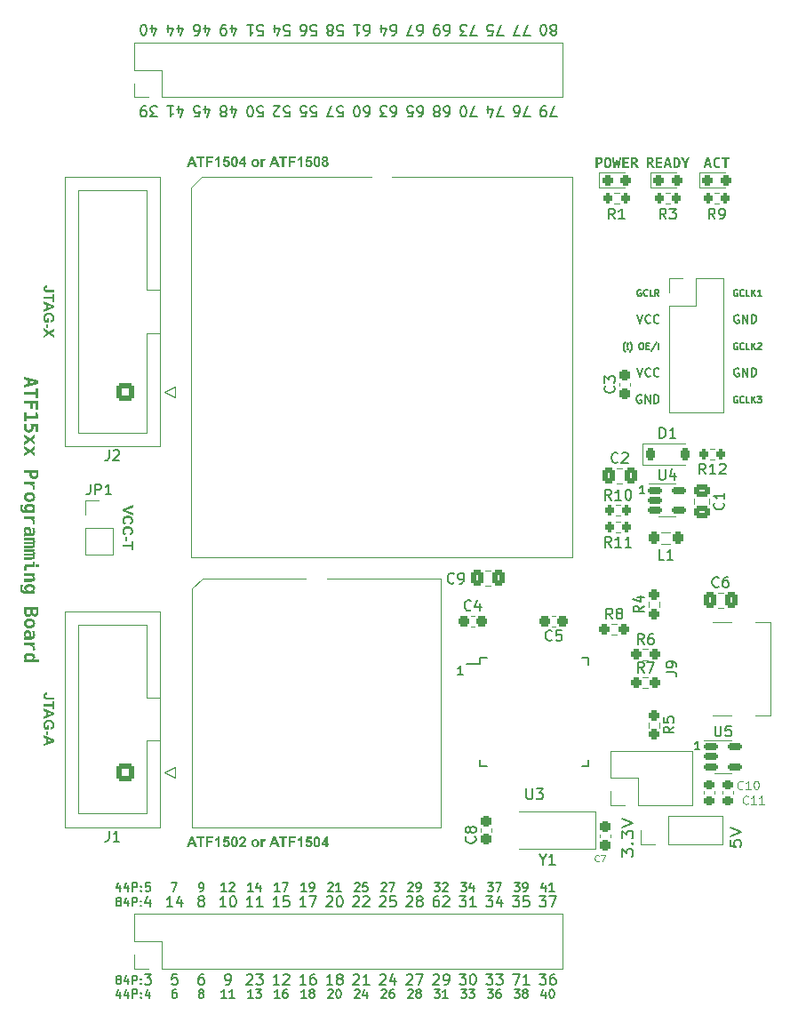
<source format=gbr>
%TF.GenerationSoftware,KiCad,Pcbnew,7.0.9*%
%TF.CreationDate,2024-04-25T21:51:33+01:00*%
%TF.ProjectId,ATF15xxProgBoard,41544631-3578-4785-9072-6f67426f6172,2*%
%TF.SameCoordinates,Original*%
%TF.FileFunction,Legend,Top*%
%TF.FilePolarity,Positive*%
%FSLAX46Y46*%
G04 Gerber Fmt 4.6, Leading zero omitted, Abs format (unit mm)*
G04 Created by KiCad (PCBNEW 7.0.9) date 2024-04-25 21:51:33*
%MOMM*%
%LPD*%
G01*
G04 APERTURE LIST*
G04 Aperture macros list*
%AMRoundRect*
0 Rectangle with rounded corners*
0 $1 Rounding radius*
0 $2 $3 $4 $5 $6 $7 $8 $9 X,Y pos of 4 corners*
0 Add a 4 corners polygon primitive as box body*
4,1,4,$2,$3,$4,$5,$6,$7,$8,$9,$2,$3,0*
0 Add four circle primitives for the rounded corners*
1,1,$1+$1,$2,$3*
1,1,$1+$1,$4,$5*
1,1,$1+$1,$6,$7*
1,1,$1+$1,$8,$9*
0 Add four rect primitives between the rounded corners*
20,1,$1+$1,$2,$3,$4,$5,0*
20,1,$1+$1,$4,$5,$6,$7,0*
20,1,$1+$1,$6,$7,$8,$9,0*
20,1,$1+$1,$8,$9,$2,$3,0*%
G04 Aperture macros list end*
%ADD10C,0.250000*%
%ADD11C,0.150000*%
%ADD12C,0.200000*%
%ADD13C,0.260000*%
%ADD14C,0.160000*%
%ADD15C,0.100000*%
%ADD16C,0.075000*%
%ADD17C,0.120000*%
%ADD18R,1.422400X1.422400*%
%ADD19C,1.422400*%
%ADD20RoundRect,0.150000X-0.512500X-0.150000X0.512500X-0.150000X0.512500X0.150000X-0.512500X0.150000X0*%
%ADD21RoundRect,0.237500X0.237500X-0.300000X0.237500X0.300000X-0.237500X0.300000X-0.237500X-0.300000X0*%
%ADD22RoundRect,0.225000X-0.225000X-0.375000X0.225000X-0.375000X0.225000X0.375000X-0.225000X0.375000X0*%
%ADD23RoundRect,0.200000X0.200000X0.275000X-0.200000X0.275000X-0.200000X-0.275000X0.200000X-0.275000X0*%
%ADD24RoundRect,0.237500X-0.237500X0.250000X-0.237500X-0.250000X0.237500X-0.250000X0.237500X0.250000X0*%
%ADD25R,1.700000X1.700000*%
%ADD26O,1.700000X1.700000*%
%ADD27RoundRect,0.250000X-0.337500X-0.475000X0.337500X-0.475000X0.337500X0.475000X-0.337500X0.475000X0*%
%ADD28RoundRect,0.250000X0.600000X0.600000X-0.600000X0.600000X-0.600000X-0.600000X0.600000X-0.600000X0*%
%ADD29C,1.700000*%
%ADD30RoundRect,0.237500X-0.287500X-0.237500X0.287500X-0.237500X0.287500X0.237500X-0.287500X0.237500X0*%
%ADD31RoundRect,0.225000X-0.250000X0.225000X-0.250000X-0.225000X0.250000X-0.225000X0.250000X0.225000X0*%
%ADD32RoundRect,0.200000X-0.200000X-0.275000X0.200000X-0.275000X0.200000X0.275000X-0.200000X0.275000X0*%
%ADD33C,0.600000*%
%ADD34R,1.160000X0.600000*%
%ADD35R,1.160000X0.300000*%
%ADD36O,2.000000X0.900000*%
%ADD37O,1.700000X0.900000*%
%ADD38R,3.500000X2.400000*%
%ADD39R,1.500000X0.550000*%
%ADD40R,0.550000X1.500000*%
%ADD41RoundRect,0.237500X-0.300000X-0.237500X0.300000X-0.237500X0.300000X0.237500X-0.300000X0.237500X0*%
%ADD42RoundRect,0.237500X-0.250000X-0.237500X0.250000X-0.237500X0.250000X0.237500X-0.250000X0.237500X0*%
%ADD43RoundRect,0.250000X-0.475000X0.337500X-0.475000X-0.337500X0.475000X-0.337500X0.475000X0.337500X0*%
%ADD44RoundRect,0.237500X0.300000X0.237500X-0.300000X0.237500X-0.300000X-0.237500X0.300000X-0.237500X0*%
%ADD45RoundRect,0.250000X-0.275000X-0.350000X0.275000X-0.350000X0.275000X0.350000X-0.275000X0.350000X0*%
%ADD46RoundRect,0.237500X0.237500X-0.250000X0.237500X0.250000X-0.237500X0.250000X-0.237500X-0.250000X0*%
%ADD47RoundRect,0.237500X0.250000X0.237500X-0.250000X0.237500X-0.250000X-0.237500X0.250000X-0.237500X0*%
G04 APERTURE END LIST*
D10*
G36*
X107486050Y-75172024D02*
G01*
X107486050Y-75374745D01*
X106843935Y-75374745D01*
X106828410Y-75374659D01*
X106813340Y-75374402D01*
X106798727Y-75373972D01*
X106784569Y-75373371D01*
X106770868Y-75372599D01*
X106757622Y-75371654D01*
X106744833Y-75370538D01*
X106732500Y-75369250D01*
X106720622Y-75367790D01*
X106709201Y-75366159D01*
X106698236Y-75364355D01*
X106687727Y-75362380D01*
X106677674Y-75360234D01*
X106668077Y-75357915D01*
X106654536Y-75354116D01*
X106650251Y-75352763D01*
X106639305Y-75348881D01*
X106628631Y-75344623D01*
X106618231Y-75339989D01*
X106608104Y-75334979D01*
X106598249Y-75329594D01*
X106588667Y-75323832D01*
X106579358Y-75317694D01*
X106570322Y-75311181D01*
X106561559Y-75304292D01*
X106553069Y-75297026D01*
X106544851Y-75289385D01*
X106536907Y-75281368D01*
X106529235Y-75272975D01*
X106521836Y-75264206D01*
X106514710Y-75255061D01*
X106507857Y-75245541D01*
X106501380Y-75235639D01*
X106495321Y-75225353D01*
X106489679Y-75214680D01*
X106484456Y-75203623D01*
X106479650Y-75192179D01*
X106475262Y-75180351D01*
X106471292Y-75168137D01*
X106467740Y-75155537D01*
X106464606Y-75142552D01*
X106461890Y-75129182D01*
X106459592Y-75115426D01*
X106457711Y-75101285D01*
X106456248Y-75086758D01*
X106455204Y-75071846D01*
X106454577Y-75056548D01*
X106454368Y-75040865D01*
X106454693Y-75022480D01*
X106455669Y-75004633D01*
X106457296Y-74987324D01*
X106459573Y-74970554D01*
X106462501Y-74954321D01*
X106466080Y-74938627D01*
X106470310Y-74923470D01*
X106475190Y-74908852D01*
X106480720Y-74894772D01*
X106486902Y-74881230D01*
X106493734Y-74868226D01*
X106501217Y-74855760D01*
X106509350Y-74843832D01*
X106518134Y-74832442D01*
X106527569Y-74821590D01*
X106537655Y-74811277D01*
X106548400Y-74801543D01*
X106559755Y-74792432D01*
X106571718Y-74783943D01*
X106584290Y-74776075D01*
X106597470Y-74768830D01*
X106611260Y-74762207D01*
X106625658Y-74756206D01*
X106640664Y-74750827D01*
X106656280Y-74746070D01*
X106672504Y-74741935D01*
X106689336Y-74738422D01*
X106706778Y-74735531D01*
X106724828Y-74733262D01*
X106743487Y-74731616D01*
X106762754Y-74730591D01*
X106772616Y-74730312D01*
X106782630Y-74730188D01*
X106798262Y-74921919D01*
X106787922Y-74922419D01*
X106777967Y-74923064D01*
X106763757Y-74924303D01*
X106750415Y-74925869D01*
X106737940Y-74927761D01*
X106726332Y-74929979D01*
X106715592Y-74932523D01*
X106705719Y-74935394D01*
X106693903Y-74939730D01*
X106683630Y-74944645D01*
X106679071Y-74947320D01*
X106669643Y-74953805D01*
X106661142Y-74960896D01*
X106653569Y-74968592D01*
X106646923Y-74976893D01*
X106641204Y-74985799D01*
X106636413Y-74995311D01*
X106632549Y-75005428D01*
X106629612Y-75016151D01*
X106627603Y-75027479D01*
X106626521Y-75039412D01*
X106626315Y-75047704D01*
X106626658Y-75060085D01*
X106627689Y-75071767D01*
X106629406Y-75082748D01*
X106631810Y-75093030D01*
X106634902Y-75102612D01*
X106640092Y-75114300D01*
X106646503Y-75124743D01*
X106654136Y-75133942D01*
X106662990Y-75141897D01*
X106665394Y-75143691D01*
X106676541Y-75150332D01*
X106686630Y-75154731D01*
X106698200Y-75158632D01*
X106711251Y-75162035D01*
X106725783Y-75164941D01*
X106736294Y-75166601D01*
X106747463Y-75168039D01*
X106759291Y-75169257D01*
X106771777Y-75170253D01*
X106784921Y-75171028D01*
X106798724Y-75171581D01*
X106813185Y-75171913D01*
X106828304Y-75172024D01*
X107486050Y-75172024D01*
G37*
G36*
X106470000Y-75813894D02*
G01*
X107314103Y-75813894D01*
X107314103Y-75515185D01*
X107486050Y-75515185D01*
X107486050Y-76315324D01*
X107314103Y-76315324D01*
X107314103Y-76017348D01*
X106470000Y-76017348D01*
X106470000Y-75813894D01*
G37*
G36*
X107486050Y-76628444D02*
G01*
X107486050Y-76843377D01*
X106470000Y-77246622D01*
X106470000Y-77025583D01*
X106704473Y-76937655D01*
X106704473Y-76597425D01*
X106876420Y-76597425D01*
X106876420Y-76872198D01*
X107235945Y-76733468D01*
X106876420Y-76597425D01*
X106704473Y-76597425D01*
X106704473Y-76534899D01*
X106470000Y-76451856D01*
X106470000Y-76236190D01*
X107486050Y-76628444D01*
G37*
G36*
X106845157Y-77817174D02*
G01*
X107017103Y-77817174D01*
X107017103Y-78255590D01*
X106608729Y-78255590D01*
X106601124Y-78247367D01*
X106593632Y-78238699D01*
X106586255Y-78229583D01*
X106578993Y-78220022D01*
X106571845Y-78210013D01*
X106564812Y-78199559D01*
X106557893Y-78188657D01*
X106551088Y-78177310D01*
X106544398Y-78165515D01*
X106537823Y-78153275D01*
X106531362Y-78140587D01*
X106525015Y-78127454D01*
X106518783Y-78113873D01*
X106512666Y-78099847D01*
X106506663Y-78085373D01*
X106500774Y-78070453D01*
X106495155Y-78055298D01*
X106489898Y-78040118D01*
X106485003Y-78024913D01*
X106480471Y-78009683D01*
X106476302Y-77994428D01*
X106472495Y-77979149D01*
X106469051Y-77963844D01*
X106465969Y-77948515D01*
X106463250Y-77933161D01*
X106460894Y-77917783D01*
X106458900Y-77902379D01*
X106457268Y-77886951D01*
X106455999Y-77871498D01*
X106455093Y-77856020D01*
X106454549Y-77840517D01*
X106454368Y-77824989D01*
X106454433Y-77815152D01*
X106454954Y-77795716D01*
X106455996Y-77776596D01*
X106457559Y-77757794D01*
X106459642Y-77739307D01*
X106462247Y-77721138D01*
X106465372Y-77703285D01*
X106469019Y-77685750D01*
X106473186Y-77668530D01*
X106477875Y-77651628D01*
X106483084Y-77635042D01*
X106488814Y-77618774D01*
X106495065Y-77602821D01*
X106501837Y-77587186D01*
X106509130Y-77571867D01*
X106516944Y-77556866D01*
X106521046Y-77549483D01*
X106529604Y-77535026D01*
X106538609Y-77521025D01*
X106548060Y-77507480D01*
X106557957Y-77494391D01*
X106568302Y-77481759D01*
X106579092Y-77469582D01*
X106590329Y-77457861D01*
X106602013Y-77446596D01*
X106614143Y-77435787D01*
X106626719Y-77425435D01*
X106639743Y-77415538D01*
X106653212Y-77406098D01*
X106667128Y-77397113D01*
X106681491Y-77388585D01*
X106696300Y-77380512D01*
X106711556Y-77372896D01*
X106727150Y-77365738D01*
X106742914Y-77359043D01*
X106758848Y-77352809D01*
X106774952Y-77347037D01*
X106791226Y-77341726D01*
X106807669Y-77336878D01*
X106824282Y-77332491D01*
X106841065Y-77328566D01*
X106858018Y-77325103D01*
X106875141Y-77322101D01*
X106892434Y-77319561D01*
X106909896Y-77317483D01*
X106927528Y-77315867D01*
X106945330Y-77314713D01*
X106963302Y-77314020D01*
X106981444Y-77313789D01*
X106991301Y-77313854D01*
X107001089Y-77314047D01*
X107020458Y-77314820D01*
X107039550Y-77316108D01*
X107058365Y-77317911D01*
X107076904Y-77320229D01*
X107095166Y-77323063D01*
X107113151Y-77326412D01*
X107130860Y-77330276D01*
X107148291Y-77334655D01*
X107165447Y-77339549D01*
X107182325Y-77344959D01*
X107198927Y-77350884D01*
X107215252Y-77357324D01*
X107231301Y-77364279D01*
X107247072Y-77371749D01*
X107262568Y-77379735D01*
X107277731Y-77388216D01*
X107292445Y-77397175D01*
X107306712Y-77406611D01*
X107320529Y-77416524D01*
X107333899Y-77426914D01*
X107346820Y-77437781D01*
X107359292Y-77449124D01*
X107371317Y-77460945D01*
X107382892Y-77473243D01*
X107394020Y-77486019D01*
X107404699Y-77499271D01*
X107414929Y-77513000D01*
X107424711Y-77527206D01*
X107434045Y-77541889D01*
X107442930Y-77557049D01*
X107451367Y-77572687D01*
X107457460Y-77584991D01*
X107463160Y-77597664D01*
X107468466Y-77610705D01*
X107473380Y-77624115D01*
X107477900Y-77637893D01*
X107482027Y-77652039D01*
X107485762Y-77666553D01*
X107489103Y-77681436D01*
X107492051Y-77696687D01*
X107494606Y-77712306D01*
X107496768Y-77728293D01*
X107498537Y-77744649D01*
X107499912Y-77761373D01*
X107500895Y-77778465D01*
X107501485Y-77795925D01*
X107501681Y-77813754D01*
X107501600Y-77825398D01*
X107501357Y-77836880D01*
X107500951Y-77848202D01*
X107500384Y-77859363D01*
X107499654Y-77870363D01*
X107498762Y-77881202D01*
X107497708Y-77891881D01*
X107496491Y-77902399D01*
X107495112Y-77912756D01*
X107493572Y-77922953D01*
X107491869Y-77932988D01*
X107490003Y-77942863D01*
X107487976Y-77952577D01*
X107485786Y-77962131D01*
X107480921Y-77980755D01*
X107475406Y-77998737D01*
X107469243Y-78016075D01*
X107462431Y-78032770D01*
X107454970Y-78048823D01*
X107446860Y-78064232D01*
X107438102Y-78078998D01*
X107428695Y-78093121D01*
X107418639Y-78106601D01*
X107408010Y-78119497D01*
X107396886Y-78131804D01*
X107385265Y-78143524D01*
X107373148Y-78154656D01*
X107360536Y-78165201D01*
X107347427Y-78175157D01*
X107333822Y-78184526D01*
X107319720Y-78193308D01*
X107305123Y-78201501D01*
X107290030Y-78209107D01*
X107274440Y-78216125D01*
X107258354Y-78222556D01*
X107241773Y-78228398D01*
X107224695Y-78233653D01*
X107207121Y-78238321D01*
X107189050Y-78242400D01*
X107157787Y-78040412D01*
X107167610Y-78037609D01*
X107177170Y-78034512D01*
X107186470Y-78031121D01*
X107199929Y-78025484D01*
X107212799Y-78019185D01*
X107225082Y-78012226D01*
X107236776Y-78004605D01*
X107247882Y-77996323D01*
X107258400Y-77987380D01*
X107268330Y-77977776D01*
X107277671Y-77967511D01*
X107283572Y-77960300D01*
X107291822Y-77949051D01*
X107299260Y-77937288D01*
X107305887Y-77925009D01*
X107311702Y-77912215D01*
X107316706Y-77898905D01*
X107320899Y-77885081D01*
X107323243Y-77875578D01*
X107325226Y-77865847D01*
X107326849Y-77855886D01*
X107328111Y-77845697D01*
X107329013Y-77835278D01*
X107329554Y-77824631D01*
X107329734Y-77813754D01*
X107329399Y-77797298D01*
X107328395Y-77781270D01*
X107326720Y-77765669D01*
X107324376Y-77750495D01*
X107321362Y-77735749D01*
X107317679Y-77721430D01*
X107313325Y-77707539D01*
X107308302Y-77694075D01*
X107302609Y-77681039D01*
X107296246Y-77668430D01*
X107289214Y-77656248D01*
X107281512Y-77644494D01*
X107273140Y-77633167D01*
X107264098Y-77622268D01*
X107254386Y-77611796D01*
X107244005Y-77601751D01*
X107232994Y-77592228D01*
X107221332Y-77583319D01*
X107209020Y-77575024D01*
X107196057Y-77567344D01*
X107182443Y-77560278D01*
X107168179Y-77553826D01*
X107153264Y-77547989D01*
X107137698Y-77542767D01*
X107121482Y-77538159D01*
X107104615Y-77534165D01*
X107087097Y-77530786D01*
X107068929Y-77528021D01*
X107050110Y-77525870D01*
X107030640Y-77524334D01*
X107020661Y-77523796D01*
X107010519Y-77523412D01*
X107000215Y-77523182D01*
X106989748Y-77523105D01*
X106978480Y-77523183D01*
X106967389Y-77523416D01*
X106956475Y-77523805D01*
X106945739Y-77524349D01*
X106935180Y-77525049D01*
X106924799Y-77525905D01*
X106914595Y-77526915D01*
X106904569Y-77528082D01*
X106894720Y-77529404D01*
X106885048Y-77530881D01*
X106866238Y-77534302D01*
X106848137Y-77538346D01*
X106830746Y-77543011D01*
X106814065Y-77548299D01*
X106798094Y-77554208D01*
X106782833Y-77560740D01*
X106768281Y-77567893D01*
X106754439Y-77575669D01*
X106741308Y-77584067D01*
X106728885Y-77593087D01*
X106717173Y-77602728D01*
X106706171Y-77612905D01*
X106695878Y-77623466D01*
X106686296Y-77634413D01*
X106677423Y-77645746D01*
X106669260Y-77657464D01*
X106661806Y-77669567D01*
X106655063Y-77682056D01*
X106649030Y-77694930D01*
X106643706Y-77708190D01*
X106639092Y-77721835D01*
X106635188Y-77735866D01*
X106631994Y-77750282D01*
X106629509Y-77765083D01*
X106627735Y-77780270D01*
X106626670Y-77795842D01*
X106626315Y-77811800D01*
X106626540Y-77823757D01*
X106627217Y-77835723D01*
X106628344Y-77847697D01*
X106629921Y-77859680D01*
X106631950Y-77871671D01*
X106634429Y-77883671D01*
X106637360Y-77895679D01*
X106640741Y-77907696D01*
X106644572Y-77919722D01*
X106648855Y-77931756D01*
X106651960Y-77939784D01*
X106656866Y-77951669D01*
X106661964Y-77963237D01*
X106667255Y-77974487D01*
X106672740Y-77985419D01*
X106678418Y-77996033D01*
X106684289Y-78006330D01*
X106690354Y-78016309D01*
X106696611Y-78025971D01*
X106703062Y-78035314D01*
X106709706Y-78044340D01*
X106714242Y-78050181D01*
X106845157Y-78050181D01*
X106845157Y-77817174D01*
G37*
G36*
X106735736Y-78413859D02*
G01*
X106907683Y-78413859D01*
X106907683Y-78792924D01*
X106735736Y-78792924D01*
X106735736Y-78413859D01*
G37*
G36*
X106470000Y-78800740D02*
G01*
X106998541Y-79149030D01*
X107486050Y-78832980D01*
X107486050Y-79070628D01*
X107181967Y-79269930D01*
X107486050Y-79470453D01*
X107486050Y-79706148D01*
X106999762Y-79389609D01*
X106470000Y-79736922D01*
X106470000Y-79491703D01*
X106814138Y-79268709D01*
X106470000Y-79044494D01*
X106470000Y-78800740D01*
G37*
D11*
X119302030Y-50546847D02*
X119302030Y-49880180D01*
X119540125Y-50927800D02*
X119778220Y-50213514D01*
X119778220Y-50213514D02*
X119159173Y-50213514D01*
X118349649Y-50546847D02*
X118349649Y-49880180D01*
X118587744Y-50927800D02*
X118825839Y-50213514D01*
X118825839Y-50213514D02*
X118206792Y-50213514D01*
D12*
X171917419Y-127581793D02*
X171917419Y-128153221D01*
X171917419Y-128153221D02*
X172393609Y-128210364D01*
X172393609Y-128210364D02*
X172345990Y-128153221D01*
X172345990Y-128153221D02*
X172298371Y-128038936D01*
X172298371Y-128038936D02*
X172298371Y-127753221D01*
X172298371Y-127753221D02*
X172345990Y-127638936D01*
X172345990Y-127638936D02*
X172393609Y-127581793D01*
X172393609Y-127581793D02*
X172488847Y-127524650D01*
X172488847Y-127524650D02*
X172726942Y-127524650D01*
X172726942Y-127524650D02*
X172822180Y-127581793D01*
X172822180Y-127581793D02*
X172869800Y-127638936D01*
X172869800Y-127638936D02*
X172917419Y-127753221D01*
X172917419Y-127753221D02*
X172917419Y-128038936D01*
X172917419Y-128038936D02*
X172869800Y-128153221D01*
X172869800Y-128153221D02*
X172822180Y-128210364D01*
X171917419Y-127181793D02*
X172917419Y-126781793D01*
X172917419Y-126781793D02*
X171917419Y-126381793D01*
D11*
X129414411Y-58630180D02*
X129890601Y-58630180D01*
X129890601Y-58630180D02*
X129938220Y-58153990D01*
X129938220Y-58153990D02*
X129890601Y-58201609D01*
X129890601Y-58201609D02*
X129795363Y-58249228D01*
X129795363Y-58249228D02*
X129557268Y-58249228D01*
X129557268Y-58249228D02*
X129462030Y-58201609D01*
X129462030Y-58201609D02*
X129414411Y-58153990D01*
X129414411Y-58153990D02*
X129366792Y-58058752D01*
X129366792Y-58058752D02*
X129366792Y-57820657D01*
X129366792Y-57820657D02*
X129414411Y-57725419D01*
X129414411Y-57725419D02*
X129462030Y-57677800D01*
X129462030Y-57677800D02*
X129557268Y-57630180D01*
X129557268Y-57630180D02*
X129795363Y-57630180D01*
X129795363Y-57630180D02*
X129890601Y-57677800D01*
X129890601Y-57677800D02*
X129938220Y-57725419D01*
X128985839Y-58534942D02*
X128938220Y-58582561D01*
X128938220Y-58582561D02*
X128842982Y-58630180D01*
X128842982Y-58630180D02*
X128604887Y-58630180D01*
X128604887Y-58630180D02*
X128509649Y-58582561D01*
X128509649Y-58582561D02*
X128462030Y-58534942D01*
X128462030Y-58534942D02*
X128414411Y-58439704D01*
X128414411Y-58439704D02*
X128414411Y-58344466D01*
X128414411Y-58344466D02*
X128462030Y-58201609D01*
X128462030Y-58201609D02*
X129033458Y-57630180D01*
X129033458Y-57630180D02*
X128414411Y-57630180D01*
X131473207Y-133899819D02*
X130901779Y-133899819D01*
X131187493Y-133899819D02*
X131187493Y-132899819D01*
X131187493Y-132899819D02*
X131092255Y-133042676D01*
X131092255Y-133042676D02*
X130997017Y-133137914D01*
X130997017Y-133137914D02*
X130901779Y-133185533D01*
X131806541Y-132899819D02*
X132473207Y-132899819D01*
X132473207Y-132899819D02*
X132044636Y-133899819D01*
X152845839Y-58630180D02*
X152179173Y-58630180D01*
X152179173Y-58630180D02*
X152607744Y-57630180D01*
X151369649Y-58630180D02*
X151560125Y-58630180D01*
X151560125Y-58630180D02*
X151655363Y-58582561D01*
X151655363Y-58582561D02*
X151702982Y-58534942D01*
X151702982Y-58534942D02*
X151798220Y-58392085D01*
X151798220Y-58392085D02*
X151845839Y-58201609D01*
X151845839Y-58201609D02*
X151845839Y-57820657D01*
X151845839Y-57820657D02*
X151798220Y-57725419D01*
X151798220Y-57725419D02*
X151750601Y-57677800D01*
X151750601Y-57677800D02*
X151655363Y-57630180D01*
X151655363Y-57630180D02*
X151464887Y-57630180D01*
X151464887Y-57630180D02*
X151369649Y-57677800D01*
X151369649Y-57677800D02*
X151322030Y-57725419D01*
X151322030Y-57725419D02*
X151274411Y-57820657D01*
X151274411Y-57820657D02*
X151274411Y-58058752D01*
X151274411Y-58058752D02*
X151322030Y-58153990D01*
X151322030Y-58153990D02*
X151369649Y-58201609D01*
X151369649Y-58201609D02*
X151464887Y-58249228D01*
X151464887Y-58249228D02*
X151655363Y-58249228D01*
X151655363Y-58249228D02*
X151750601Y-58201609D01*
X151750601Y-58201609D02*
X151798220Y-58153990D01*
X151798220Y-58153990D02*
X151845839Y-58058752D01*
X144702030Y-50880180D02*
X144892506Y-50880180D01*
X144892506Y-50880180D02*
X144987744Y-50832561D01*
X144987744Y-50832561D02*
X145035363Y-50784942D01*
X145035363Y-50784942D02*
X145130601Y-50642085D01*
X145130601Y-50642085D02*
X145178220Y-50451609D01*
X145178220Y-50451609D02*
X145178220Y-50070657D01*
X145178220Y-50070657D02*
X145130601Y-49975419D01*
X145130601Y-49975419D02*
X145082982Y-49927800D01*
X145082982Y-49927800D02*
X144987744Y-49880180D01*
X144987744Y-49880180D02*
X144797268Y-49880180D01*
X144797268Y-49880180D02*
X144702030Y-49927800D01*
X144702030Y-49927800D02*
X144654411Y-49975419D01*
X144654411Y-49975419D02*
X144606792Y-50070657D01*
X144606792Y-50070657D02*
X144606792Y-50308752D01*
X144606792Y-50308752D02*
X144654411Y-50403990D01*
X144654411Y-50403990D02*
X144702030Y-50451609D01*
X144702030Y-50451609D02*
X144797268Y-50499228D01*
X144797268Y-50499228D02*
X144987744Y-50499228D01*
X144987744Y-50499228D02*
X145082982Y-50451609D01*
X145082982Y-50451609D02*
X145130601Y-50403990D01*
X145130601Y-50403990D02*
X145178220Y-50308752D01*
X144130601Y-49880180D02*
X143940125Y-49880180D01*
X143940125Y-49880180D02*
X143844887Y-49927800D01*
X143844887Y-49927800D02*
X143797268Y-49975419D01*
X143797268Y-49975419D02*
X143702030Y-50118276D01*
X143702030Y-50118276D02*
X143654411Y-50308752D01*
X143654411Y-50308752D02*
X143654411Y-50689704D01*
X143654411Y-50689704D02*
X143702030Y-50784942D01*
X143702030Y-50784942D02*
X143749649Y-50832561D01*
X143749649Y-50832561D02*
X143844887Y-50880180D01*
X143844887Y-50880180D02*
X144035363Y-50880180D01*
X144035363Y-50880180D02*
X144130601Y-50832561D01*
X144130601Y-50832561D02*
X144178220Y-50784942D01*
X144178220Y-50784942D02*
X144225839Y-50689704D01*
X144225839Y-50689704D02*
X144225839Y-50451609D01*
X144225839Y-50451609D02*
X144178220Y-50356371D01*
X144178220Y-50356371D02*
X144130601Y-50308752D01*
X144130601Y-50308752D02*
X144035363Y-50261133D01*
X144035363Y-50261133D02*
X143844887Y-50261133D01*
X143844887Y-50261133D02*
X143749649Y-50308752D01*
X143749649Y-50308752D02*
X143702030Y-50356371D01*
X143702030Y-50356371D02*
X143654411Y-50451609D01*
X142162030Y-50880180D02*
X142352506Y-50880180D01*
X142352506Y-50880180D02*
X142447744Y-50832561D01*
X142447744Y-50832561D02*
X142495363Y-50784942D01*
X142495363Y-50784942D02*
X142590601Y-50642085D01*
X142590601Y-50642085D02*
X142638220Y-50451609D01*
X142638220Y-50451609D02*
X142638220Y-50070657D01*
X142638220Y-50070657D02*
X142590601Y-49975419D01*
X142590601Y-49975419D02*
X142542982Y-49927800D01*
X142542982Y-49927800D02*
X142447744Y-49880180D01*
X142447744Y-49880180D02*
X142257268Y-49880180D01*
X142257268Y-49880180D02*
X142162030Y-49927800D01*
X142162030Y-49927800D02*
X142114411Y-49975419D01*
X142114411Y-49975419D02*
X142066792Y-50070657D01*
X142066792Y-50070657D02*
X142066792Y-50308752D01*
X142066792Y-50308752D02*
X142114411Y-50403990D01*
X142114411Y-50403990D02*
X142162030Y-50451609D01*
X142162030Y-50451609D02*
X142257268Y-50499228D01*
X142257268Y-50499228D02*
X142447744Y-50499228D01*
X142447744Y-50499228D02*
X142542982Y-50451609D01*
X142542982Y-50451609D02*
X142590601Y-50403990D01*
X142590601Y-50403990D02*
X142638220Y-50308752D01*
X141733458Y-50880180D02*
X141066792Y-50880180D01*
X141066792Y-50880180D02*
X141495363Y-49880180D01*
X121407493Y-142127152D02*
X121331303Y-142089057D01*
X121331303Y-142089057D02*
X121293208Y-142050961D01*
X121293208Y-142050961D02*
X121255112Y-141974771D01*
X121255112Y-141974771D02*
X121255112Y-141936676D01*
X121255112Y-141936676D02*
X121293208Y-141860485D01*
X121293208Y-141860485D02*
X121331303Y-141822390D01*
X121331303Y-141822390D02*
X121407493Y-141784295D01*
X121407493Y-141784295D02*
X121559874Y-141784295D01*
X121559874Y-141784295D02*
X121636065Y-141822390D01*
X121636065Y-141822390D02*
X121674160Y-141860485D01*
X121674160Y-141860485D02*
X121712255Y-141936676D01*
X121712255Y-141936676D02*
X121712255Y-141974771D01*
X121712255Y-141974771D02*
X121674160Y-142050961D01*
X121674160Y-142050961D02*
X121636065Y-142089057D01*
X121636065Y-142089057D02*
X121559874Y-142127152D01*
X121559874Y-142127152D02*
X121407493Y-142127152D01*
X121407493Y-142127152D02*
X121331303Y-142165247D01*
X121331303Y-142165247D02*
X121293208Y-142203342D01*
X121293208Y-142203342D02*
X121255112Y-142279533D01*
X121255112Y-142279533D02*
X121255112Y-142431914D01*
X121255112Y-142431914D02*
X121293208Y-142508104D01*
X121293208Y-142508104D02*
X121331303Y-142546200D01*
X121331303Y-142546200D02*
X121407493Y-142584295D01*
X121407493Y-142584295D02*
X121559874Y-142584295D01*
X121559874Y-142584295D02*
X121636065Y-142546200D01*
X121636065Y-142546200D02*
X121674160Y-142508104D01*
X121674160Y-142508104D02*
X121712255Y-142431914D01*
X121712255Y-142431914D02*
X121712255Y-142279533D01*
X121712255Y-142279533D02*
X121674160Y-142203342D01*
X121674160Y-142203342D02*
X121636065Y-142165247D01*
X121636065Y-142165247D02*
X121559874Y-142127152D01*
X138654159Y-131690485D02*
X138692255Y-131652390D01*
X138692255Y-131652390D02*
X138768445Y-131614295D01*
X138768445Y-131614295D02*
X138958921Y-131614295D01*
X138958921Y-131614295D02*
X139035112Y-131652390D01*
X139035112Y-131652390D02*
X139073207Y-131690485D01*
X139073207Y-131690485D02*
X139111302Y-131766676D01*
X139111302Y-131766676D02*
X139111302Y-131842866D01*
X139111302Y-131842866D02*
X139073207Y-131957152D01*
X139073207Y-131957152D02*
X138616064Y-132414295D01*
X138616064Y-132414295D02*
X139111302Y-132414295D01*
X139377969Y-131614295D02*
X139911303Y-131614295D01*
X139911303Y-131614295D02*
X139568445Y-132414295D01*
X142162030Y-58630180D02*
X142352506Y-58630180D01*
X142352506Y-58630180D02*
X142447744Y-58582561D01*
X142447744Y-58582561D02*
X142495363Y-58534942D01*
X142495363Y-58534942D02*
X142590601Y-58392085D01*
X142590601Y-58392085D02*
X142638220Y-58201609D01*
X142638220Y-58201609D02*
X142638220Y-57820657D01*
X142638220Y-57820657D02*
X142590601Y-57725419D01*
X142590601Y-57725419D02*
X142542982Y-57677800D01*
X142542982Y-57677800D02*
X142447744Y-57630180D01*
X142447744Y-57630180D02*
X142257268Y-57630180D01*
X142257268Y-57630180D02*
X142162030Y-57677800D01*
X142162030Y-57677800D02*
X142114411Y-57725419D01*
X142114411Y-57725419D02*
X142066792Y-57820657D01*
X142066792Y-57820657D02*
X142066792Y-58058752D01*
X142066792Y-58058752D02*
X142114411Y-58153990D01*
X142114411Y-58153990D02*
X142162030Y-58201609D01*
X142162030Y-58201609D02*
X142257268Y-58249228D01*
X142257268Y-58249228D02*
X142447744Y-58249228D01*
X142447744Y-58249228D02*
X142542982Y-58201609D01*
X142542982Y-58201609D02*
X142590601Y-58153990D01*
X142590601Y-58153990D02*
X142638220Y-58058752D01*
X141162030Y-58630180D02*
X141638220Y-58630180D01*
X141638220Y-58630180D02*
X141685839Y-58153990D01*
X141685839Y-58153990D02*
X141638220Y-58201609D01*
X141638220Y-58201609D02*
X141542982Y-58249228D01*
X141542982Y-58249228D02*
X141304887Y-58249228D01*
X141304887Y-58249228D02*
X141209649Y-58201609D01*
X141209649Y-58201609D02*
X141162030Y-58153990D01*
X141162030Y-58153990D02*
X141114411Y-58058752D01*
X141114411Y-58058752D02*
X141114411Y-57820657D01*
X141114411Y-57820657D02*
X141162030Y-57725419D01*
X141162030Y-57725419D02*
X141209649Y-57677800D01*
X141209649Y-57677800D02*
X141304887Y-57630180D01*
X141304887Y-57630180D02*
X141542982Y-57630180D01*
X141542982Y-57630180D02*
X141638220Y-57677800D01*
X141638220Y-57677800D02*
X141685839Y-57725419D01*
X151316064Y-141784295D02*
X151811302Y-141784295D01*
X151811302Y-141784295D02*
X151544636Y-142089057D01*
X151544636Y-142089057D02*
X151658921Y-142089057D01*
X151658921Y-142089057D02*
X151735112Y-142127152D01*
X151735112Y-142127152D02*
X151773207Y-142165247D01*
X151773207Y-142165247D02*
X151811302Y-142241438D01*
X151811302Y-142241438D02*
X151811302Y-142431914D01*
X151811302Y-142431914D02*
X151773207Y-142508104D01*
X151773207Y-142508104D02*
X151735112Y-142546200D01*
X151735112Y-142546200D02*
X151658921Y-142584295D01*
X151658921Y-142584295D02*
X151430350Y-142584295D01*
X151430350Y-142584295D02*
X151354159Y-142546200D01*
X151354159Y-142546200D02*
X151316064Y-142508104D01*
X152268445Y-142127152D02*
X152192255Y-142089057D01*
X152192255Y-142089057D02*
X152154160Y-142050961D01*
X152154160Y-142050961D02*
X152116064Y-141974771D01*
X152116064Y-141974771D02*
X152116064Y-141936676D01*
X152116064Y-141936676D02*
X152154160Y-141860485D01*
X152154160Y-141860485D02*
X152192255Y-141822390D01*
X152192255Y-141822390D02*
X152268445Y-141784295D01*
X152268445Y-141784295D02*
X152420826Y-141784295D01*
X152420826Y-141784295D02*
X152497017Y-141822390D01*
X152497017Y-141822390D02*
X152535112Y-141860485D01*
X152535112Y-141860485D02*
X152573207Y-141936676D01*
X152573207Y-141936676D02*
X152573207Y-141974771D01*
X152573207Y-141974771D02*
X152535112Y-142050961D01*
X152535112Y-142050961D02*
X152497017Y-142089057D01*
X152497017Y-142089057D02*
X152420826Y-142127152D01*
X152420826Y-142127152D02*
X152268445Y-142127152D01*
X152268445Y-142127152D02*
X152192255Y-142165247D01*
X152192255Y-142165247D02*
X152154160Y-142203342D01*
X152154160Y-142203342D02*
X152116064Y-142279533D01*
X152116064Y-142279533D02*
X152116064Y-142431914D01*
X152116064Y-142431914D02*
X152154160Y-142508104D01*
X152154160Y-142508104D02*
X152192255Y-142546200D01*
X152192255Y-142546200D02*
X152268445Y-142584295D01*
X152268445Y-142584295D02*
X152420826Y-142584295D01*
X152420826Y-142584295D02*
X152497017Y-142546200D01*
X152497017Y-142546200D02*
X152535112Y-142508104D01*
X152535112Y-142508104D02*
X152573207Y-142431914D01*
X152573207Y-142431914D02*
X152573207Y-142279533D01*
X152573207Y-142279533D02*
X152535112Y-142203342D01*
X152535112Y-142203342D02*
X152497017Y-142165247D01*
X152497017Y-142165247D02*
X152420826Y-142127152D01*
X148634160Y-140319819D02*
X149253207Y-140319819D01*
X149253207Y-140319819D02*
X148919874Y-140700771D01*
X148919874Y-140700771D02*
X149062731Y-140700771D01*
X149062731Y-140700771D02*
X149157969Y-140748390D01*
X149157969Y-140748390D02*
X149205588Y-140796009D01*
X149205588Y-140796009D02*
X149253207Y-140891247D01*
X149253207Y-140891247D02*
X149253207Y-141129342D01*
X149253207Y-141129342D02*
X149205588Y-141224580D01*
X149205588Y-141224580D02*
X149157969Y-141272200D01*
X149157969Y-141272200D02*
X149062731Y-141319819D01*
X149062731Y-141319819D02*
X148777017Y-141319819D01*
X148777017Y-141319819D02*
X148681779Y-141272200D01*
X148681779Y-141272200D02*
X148634160Y-141224580D01*
X149586541Y-140319819D02*
X150205588Y-140319819D01*
X150205588Y-140319819D02*
X149872255Y-140700771D01*
X149872255Y-140700771D02*
X150015112Y-140700771D01*
X150015112Y-140700771D02*
X150110350Y-140748390D01*
X150110350Y-140748390D02*
X150157969Y-140796009D01*
X150157969Y-140796009D02*
X150205588Y-140891247D01*
X150205588Y-140891247D02*
X150205588Y-141129342D01*
X150205588Y-141129342D02*
X150157969Y-141224580D01*
X150157969Y-141224580D02*
X150110350Y-141272200D01*
X150110350Y-141272200D02*
X150015112Y-141319819D01*
X150015112Y-141319819D02*
X149729398Y-141319819D01*
X149729398Y-141319819D02*
X149634160Y-141272200D01*
X149634160Y-141272200D02*
X149586541Y-141224580D01*
X131473207Y-141319819D02*
X130901779Y-141319819D01*
X131187493Y-141319819D02*
X131187493Y-140319819D01*
X131187493Y-140319819D02*
X131092255Y-140462676D01*
X131092255Y-140462676D02*
X130997017Y-140557914D01*
X130997017Y-140557914D02*
X130901779Y-140605533D01*
X132330350Y-140319819D02*
X132139874Y-140319819D01*
X132139874Y-140319819D02*
X132044636Y-140367438D01*
X132044636Y-140367438D02*
X131997017Y-140415057D01*
X131997017Y-140415057D02*
X131901779Y-140557914D01*
X131901779Y-140557914D02*
X131854160Y-140748390D01*
X131854160Y-140748390D02*
X131854160Y-141129342D01*
X131854160Y-141129342D02*
X131901779Y-141224580D01*
X131901779Y-141224580D02*
X131949398Y-141272200D01*
X131949398Y-141272200D02*
X132044636Y-141319819D01*
X132044636Y-141319819D02*
X132235112Y-141319819D01*
X132235112Y-141319819D02*
X132330350Y-141272200D01*
X132330350Y-141272200D02*
X132377969Y-141224580D01*
X132377969Y-141224580D02*
X132425588Y-141129342D01*
X132425588Y-141129342D02*
X132425588Y-140891247D01*
X132425588Y-140891247D02*
X132377969Y-140796009D01*
X132377969Y-140796009D02*
X132330350Y-140748390D01*
X132330350Y-140748390D02*
X132235112Y-140700771D01*
X132235112Y-140700771D02*
X132044636Y-140700771D01*
X132044636Y-140700771D02*
X131949398Y-140748390D01*
X131949398Y-140748390D02*
X131901779Y-140796009D01*
X131901779Y-140796009D02*
X131854160Y-140891247D01*
D10*
G36*
X107486050Y-113953434D02*
G01*
X107486050Y-114156155D01*
X106843935Y-114156155D01*
X106828410Y-114156069D01*
X106813340Y-114155812D01*
X106798727Y-114155382D01*
X106784569Y-114154781D01*
X106770868Y-114154009D01*
X106757622Y-114153064D01*
X106744833Y-114151948D01*
X106732500Y-114150660D01*
X106720622Y-114149200D01*
X106709201Y-114147569D01*
X106698236Y-114145765D01*
X106687727Y-114143790D01*
X106677674Y-114141644D01*
X106668077Y-114139325D01*
X106654536Y-114135526D01*
X106650251Y-114134173D01*
X106639305Y-114130291D01*
X106628631Y-114126033D01*
X106618231Y-114121399D01*
X106608104Y-114116389D01*
X106598249Y-114111004D01*
X106588667Y-114105242D01*
X106579358Y-114099104D01*
X106570322Y-114092591D01*
X106561559Y-114085702D01*
X106553069Y-114078436D01*
X106544851Y-114070795D01*
X106536907Y-114062778D01*
X106529235Y-114054385D01*
X106521836Y-114045616D01*
X106514710Y-114036471D01*
X106507857Y-114026951D01*
X106501380Y-114017049D01*
X106495321Y-114006763D01*
X106489679Y-113996090D01*
X106484456Y-113985033D01*
X106479650Y-113973589D01*
X106475262Y-113961761D01*
X106471292Y-113949547D01*
X106467740Y-113936947D01*
X106464606Y-113923962D01*
X106461890Y-113910592D01*
X106459592Y-113896836D01*
X106457711Y-113882695D01*
X106456248Y-113868168D01*
X106455204Y-113853256D01*
X106454577Y-113837958D01*
X106454368Y-113822275D01*
X106454693Y-113803890D01*
X106455669Y-113786043D01*
X106457296Y-113768734D01*
X106459573Y-113751964D01*
X106462501Y-113735731D01*
X106466080Y-113720037D01*
X106470310Y-113704880D01*
X106475190Y-113690262D01*
X106480720Y-113676182D01*
X106486902Y-113662640D01*
X106493734Y-113649636D01*
X106501217Y-113637170D01*
X106509350Y-113625242D01*
X106518134Y-113613852D01*
X106527569Y-113603000D01*
X106537655Y-113592687D01*
X106548400Y-113582953D01*
X106559755Y-113573842D01*
X106571718Y-113565353D01*
X106584290Y-113557485D01*
X106597470Y-113550240D01*
X106611260Y-113543617D01*
X106625658Y-113537616D01*
X106640664Y-113532237D01*
X106656280Y-113527480D01*
X106672504Y-113523345D01*
X106689336Y-113519832D01*
X106706778Y-113516941D01*
X106724828Y-113514672D01*
X106743487Y-113513026D01*
X106762754Y-113512001D01*
X106772616Y-113511722D01*
X106782630Y-113511598D01*
X106798262Y-113703329D01*
X106787922Y-113703829D01*
X106777967Y-113704474D01*
X106763757Y-113705713D01*
X106750415Y-113707279D01*
X106737940Y-113709171D01*
X106726332Y-113711389D01*
X106715592Y-113713933D01*
X106705719Y-113716804D01*
X106693903Y-113721140D01*
X106683630Y-113726055D01*
X106679071Y-113728730D01*
X106669643Y-113735215D01*
X106661142Y-113742306D01*
X106653569Y-113750002D01*
X106646923Y-113758303D01*
X106641204Y-113767209D01*
X106636413Y-113776721D01*
X106632549Y-113786838D01*
X106629612Y-113797561D01*
X106627603Y-113808889D01*
X106626521Y-113820822D01*
X106626315Y-113829114D01*
X106626658Y-113841495D01*
X106627689Y-113853177D01*
X106629406Y-113864158D01*
X106631810Y-113874440D01*
X106634902Y-113884022D01*
X106640092Y-113895710D01*
X106646503Y-113906153D01*
X106654136Y-113915352D01*
X106662990Y-113923307D01*
X106665394Y-113925101D01*
X106676541Y-113931742D01*
X106686630Y-113936141D01*
X106698200Y-113940042D01*
X106711251Y-113943445D01*
X106725783Y-113946351D01*
X106736294Y-113948011D01*
X106747463Y-113949449D01*
X106759291Y-113950667D01*
X106771777Y-113951663D01*
X106784921Y-113952438D01*
X106798724Y-113952991D01*
X106813185Y-113953323D01*
X106828304Y-113953434D01*
X107486050Y-113953434D01*
G37*
G36*
X106470000Y-114595304D02*
G01*
X107314103Y-114595304D01*
X107314103Y-114296595D01*
X107486050Y-114296595D01*
X107486050Y-115096734D01*
X107314103Y-115096734D01*
X107314103Y-114798758D01*
X106470000Y-114798758D01*
X106470000Y-114595304D01*
G37*
G36*
X107486050Y-115409854D02*
G01*
X107486050Y-115624787D01*
X106470000Y-116028032D01*
X106470000Y-115806993D01*
X106704473Y-115719065D01*
X106704473Y-115378835D01*
X106876420Y-115378835D01*
X106876420Y-115653608D01*
X107235945Y-115514878D01*
X106876420Y-115378835D01*
X106704473Y-115378835D01*
X106704473Y-115316309D01*
X106470000Y-115233266D01*
X106470000Y-115017600D01*
X107486050Y-115409854D01*
G37*
G36*
X106845157Y-116598584D02*
G01*
X107017103Y-116598584D01*
X107017103Y-117037000D01*
X106608729Y-117037000D01*
X106601124Y-117028777D01*
X106593632Y-117020109D01*
X106586255Y-117010993D01*
X106578993Y-117001432D01*
X106571845Y-116991423D01*
X106564812Y-116980969D01*
X106557893Y-116970067D01*
X106551088Y-116958720D01*
X106544398Y-116946925D01*
X106537823Y-116934685D01*
X106531362Y-116921997D01*
X106525015Y-116908864D01*
X106518783Y-116895283D01*
X106512666Y-116881257D01*
X106506663Y-116866783D01*
X106500774Y-116851863D01*
X106495155Y-116836708D01*
X106489898Y-116821528D01*
X106485003Y-116806323D01*
X106480471Y-116791093D01*
X106476302Y-116775838D01*
X106472495Y-116760559D01*
X106469051Y-116745254D01*
X106465969Y-116729925D01*
X106463250Y-116714571D01*
X106460894Y-116699193D01*
X106458900Y-116683789D01*
X106457268Y-116668361D01*
X106455999Y-116652908D01*
X106455093Y-116637430D01*
X106454549Y-116621927D01*
X106454368Y-116606399D01*
X106454433Y-116596562D01*
X106454954Y-116577126D01*
X106455996Y-116558006D01*
X106457559Y-116539204D01*
X106459642Y-116520717D01*
X106462247Y-116502548D01*
X106465372Y-116484695D01*
X106469019Y-116467160D01*
X106473186Y-116449940D01*
X106477875Y-116433038D01*
X106483084Y-116416452D01*
X106488814Y-116400184D01*
X106495065Y-116384231D01*
X106501837Y-116368596D01*
X106509130Y-116353277D01*
X106516944Y-116338276D01*
X106521046Y-116330893D01*
X106529604Y-116316436D01*
X106538609Y-116302435D01*
X106548060Y-116288890D01*
X106557957Y-116275801D01*
X106568302Y-116263169D01*
X106579092Y-116250992D01*
X106590329Y-116239271D01*
X106602013Y-116228006D01*
X106614143Y-116217197D01*
X106626719Y-116206845D01*
X106639743Y-116196948D01*
X106653212Y-116187508D01*
X106667128Y-116178523D01*
X106681491Y-116169995D01*
X106696300Y-116161922D01*
X106711556Y-116154306D01*
X106727150Y-116147148D01*
X106742914Y-116140453D01*
X106758848Y-116134219D01*
X106774952Y-116128447D01*
X106791226Y-116123136D01*
X106807669Y-116118288D01*
X106824282Y-116113901D01*
X106841065Y-116109976D01*
X106858018Y-116106513D01*
X106875141Y-116103511D01*
X106892434Y-116100971D01*
X106909896Y-116098893D01*
X106927528Y-116097277D01*
X106945330Y-116096123D01*
X106963302Y-116095430D01*
X106981444Y-116095199D01*
X106991301Y-116095264D01*
X107001089Y-116095457D01*
X107020458Y-116096230D01*
X107039550Y-116097518D01*
X107058365Y-116099321D01*
X107076904Y-116101639D01*
X107095166Y-116104473D01*
X107113151Y-116107822D01*
X107130860Y-116111686D01*
X107148291Y-116116065D01*
X107165447Y-116120959D01*
X107182325Y-116126369D01*
X107198927Y-116132294D01*
X107215252Y-116138734D01*
X107231301Y-116145689D01*
X107247072Y-116153159D01*
X107262568Y-116161145D01*
X107277731Y-116169626D01*
X107292445Y-116178585D01*
X107306712Y-116188021D01*
X107320529Y-116197934D01*
X107333899Y-116208324D01*
X107346820Y-116219191D01*
X107359292Y-116230534D01*
X107371317Y-116242355D01*
X107382892Y-116254653D01*
X107394020Y-116267429D01*
X107404699Y-116280681D01*
X107414929Y-116294410D01*
X107424711Y-116308616D01*
X107434045Y-116323299D01*
X107442930Y-116338459D01*
X107451367Y-116354097D01*
X107457460Y-116366401D01*
X107463160Y-116379074D01*
X107468466Y-116392115D01*
X107473380Y-116405525D01*
X107477900Y-116419303D01*
X107482027Y-116433449D01*
X107485762Y-116447963D01*
X107489103Y-116462846D01*
X107492051Y-116478097D01*
X107494606Y-116493716D01*
X107496768Y-116509703D01*
X107498537Y-116526059D01*
X107499912Y-116542783D01*
X107500895Y-116559875D01*
X107501485Y-116577335D01*
X107501681Y-116595164D01*
X107501600Y-116606808D01*
X107501357Y-116618290D01*
X107500951Y-116629612D01*
X107500384Y-116640773D01*
X107499654Y-116651773D01*
X107498762Y-116662612D01*
X107497708Y-116673291D01*
X107496491Y-116683809D01*
X107495112Y-116694166D01*
X107493572Y-116704363D01*
X107491869Y-116714398D01*
X107490003Y-116724273D01*
X107487976Y-116733987D01*
X107485786Y-116743541D01*
X107480921Y-116762165D01*
X107475406Y-116780147D01*
X107469243Y-116797485D01*
X107462431Y-116814180D01*
X107454970Y-116830233D01*
X107446860Y-116845642D01*
X107438102Y-116860408D01*
X107428695Y-116874531D01*
X107418639Y-116888011D01*
X107408010Y-116900907D01*
X107396886Y-116913214D01*
X107385265Y-116924934D01*
X107373148Y-116936066D01*
X107360536Y-116946611D01*
X107347427Y-116956567D01*
X107333822Y-116965936D01*
X107319720Y-116974718D01*
X107305123Y-116982911D01*
X107290030Y-116990517D01*
X107274440Y-116997535D01*
X107258354Y-117003966D01*
X107241773Y-117009808D01*
X107224695Y-117015063D01*
X107207121Y-117019731D01*
X107189050Y-117023810D01*
X107157787Y-116821822D01*
X107167610Y-116819019D01*
X107177170Y-116815922D01*
X107186470Y-116812531D01*
X107199929Y-116806894D01*
X107212799Y-116800595D01*
X107225082Y-116793636D01*
X107236776Y-116786015D01*
X107247882Y-116777733D01*
X107258400Y-116768790D01*
X107268330Y-116759186D01*
X107277671Y-116748921D01*
X107283572Y-116741710D01*
X107291822Y-116730461D01*
X107299260Y-116718698D01*
X107305887Y-116706419D01*
X107311702Y-116693625D01*
X107316706Y-116680315D01*
X107320899Y-116666491D01*
X107323243Y-116656988D01*
X107325226Y-116647257D01*
X107326849Y-116637296D01*
X107328111Y-116627107D01*
X107329013Y-116616688D01*
X107329554Y-116606041D01*
X107329734Y-116595164D01*
X107329399Y-116578708D01*
X107328395Y-116562680D01*
X107326720Y-116547079D01*
X107324376Y-116531905D01*
X107321362Y-116517159D01*
X107317679Y-116502840D01*
X107313325Y-116488949D01*
X107308302Y-116475485D01*
X107302609Y-116462449D01*
X107296246Y-116449840D01*
X107289214Y-116437658D01*
X107281512Y-116425904D01*
X107273140Y-116414577D01*
X107264098Y-116403678D01*
X107254386Y-116393206D01*
X107244005Y-116383161D01*
X107232994Y-116373638D01*
X107221332Y-116364729D01*
X107209020Y-116356434D01*
X107196057Y-116348754D01*
X107182443Y-116341688D01*
X107168179Y-116335236D01*
X107153264Y-116329399D01*
X107137698Y-116324177D01*
X107121482Y-116319569D01*
X107104615Y-116315575D01*
X107087097Y-116312196D01*
X107068929Y-116309431D01*
X107050110Y-116307280D01*
X107030640Y-116305744D01*
X107020661Y-116305206D01*
X107010519Y-116304822D01*
X107000215Y-116304592D01*
X106989748Y-116304515D01*
X106978480Y-116304593D01*
X106967389Y-116304826D01*
X106956475Y-116305215D01*
X106945739Y-116305759D01*
X106935180Y-116306459D01*
X106924799Y-116307315D01*
X106914595Y-116308325D01*
X106904569Y-116309492D01*
X106894720Y-116310814D01*
X106885048Y-116312291D01*
X106866238Y-116315712D01*
X106848137Y-116319756D01*
X106830746Y-116324421D01*
X106814065Y-116329709D01*
X106798094Y-116335618D01*
X106782833Y-116342150D01*
X106768281Y-116349303D01*
X106754439Y-116357079D01*
X106741308Y-116365477D01*
X106728885Y-116374497D01*
X106717173Y-116384138D01*
X106706171Y-116394315D01*
X106695878Y-116404876D01*
X106686296Y-116415823D01*
X106677423Y-116427156D01*
X106669260Y-116438874D01*
X106661806Y-116450977D01*
X106655063Y-116463466D01*
X106649030Y-116476340D01*
X106643706Y-116489600D01*
X106639092Y-116503245D01*
X106635188Y-116517276D01*
X106631994Y-116531692D01*
X106629509Y-116546493D01*
X106627735Y-116561680D01*
X106626670Y-116577252D01*
X106626315Y-116593210D01*
X106626540Y-116605167D01*
X106627217Y-116617133D01*
X106628344Y-116629107D01*
X106629921Y-116641090D01*
X106631950Y-116653081D01*
X106634429Y-116665081D01*
X106637360Y-116677089D01*
X106640741Y-116689106D01*
X106644572Y-116701132D01*
X106648855Y-116713166D01*
X106651960Y-116721194D01*
X106656866Y-116733079D01*
X106661964Y-116744647D01*
X106667255Y-116755897D01*
X106672740Y-116766829D01*
X106678418Y-116777443D01*
X106684289Y-116787740D01*
X106690354Y-116797719D01*
X106696611Y-116807381D01*
X106703062Y-116816724D01*
X106709706Y-116825750D01*
X106714242Y-116831591D01*
X106845157Y-116831591D01*
X106845157Y-116598584D01*
G37*
G36*
X106735736Y-117195269D02*
G01*
X106907683Y-117195269D01*
X106907683Y-117574334D01*
X106735736Y-117574334D01*
X106735736Y-117195269D01*
G37*
G36*
X107486050Y-117974404D02*
G01*
X107486050Y-118189337D01*
X106470000Y-118592582D01*
X106470000Y-118371542D01*
X106704473Y-118283615D01*
X106704473Y-117943385D01*
X106876420Y-117943385D01*
X106876420Y-118218158D01*
X107235945Y-118079428D01*
X106876420Y-117943385D01*
X106704473Y-117943385D01*
X106704473Y-117880859D01*
X106470000Y-117797816D01*
X106470000Y-117582150D01*
X107486050Y-117974404D01*
G37*
D11*
X163420607Y-85171140D02*
X163344417Y-85133045D01*
X163344417Y-85133045D02*
X163230131Y-85133045D01*
X163230131Y-85133045D02*
X163115845Y-85171140D01*
X163115845Y-85171140D02*
X163039655Y-85247330D01*
X163039655Y-85247330D02*
X163001560Y-85323521D01*
X163001560Y-85323521D02*
X162963464Y-85475902D01*
X162963464Y-85475902D02*
X162963464Y-85590188D01*
X162963464Y-85590188D02*
X163001560Y-85742569D01*
X163001560Y-85742569D02*
X163039655Y-85818759D01*
X163039655Y-85818759D02*
X163115845Y-85894950D01*
X163115845Y-85894950D02*
X163230131Y-85933045D01*
X163230131Y-85933045D02*
X163306322Y-85933045D01*
X163306322Y-85933045D02*
X163420607Y-85894950D01*
X163420607Y-85894950D02*
X163458703Y-85856854D01*
X163458703Y-85856854D02*
X163458703Y-85590188D01*
X163458703Y-85590188D02*
X163306322Y-85590188D01*
X163801560Y-85933045D02*
X163801560Y-85133045D01*
X163801560Y-85133045D02*
X164258703Y-85933045D01*
X164258703Y-85933045D02*
X164258703Y-85133045D01*
X164639655Y-85933045D02*
X164639655Y-85133045D01*
X164639655Y-85133045D02*
X164830131Y-85133045D01*
X164830131Y-85133045D02*
X164944417Y-85171140D01*
X164944417Y-85171140D02*
X165020607Y-85247330D01*
X165020607Y-85247330D02*
X165058702Y-85323521D01*
X165058702Y-85323521D02*
X165096798Y-85475902D01*
X165096798Y-85475902D02*
X165096798Y-85590188D01*
X165096798Y-85590188D02*
X165058702Y-85742569D01*
X165058702Y-85742569D02*
X165020607Y-85818759D01*
X165020607Y-85818759D02*
X164944417Y-85894950D01*
X164944417Y-85894950D02*
X164830131Y-85933045D01*
X164830131Y-85933045D02*
X164639655Y-85933045D01*
X113762017Y-142050961D02*
X113762017Y-142584295D01*
X113571541Y-141746200D02*
X113381064Y-142317628D01*
X113381064Y-142317628D02*
X113876303Y-142317628D01*
X114523922Y-142050961D02*
X114523922Y-142584295D01*
X114333446Y-141746200D02*
X114142969Y-142317628D01*
X114142969Y-142317628D02*
X114638208Y-142317628D01*
X114942970Y-142584295D02*
X114942970Y-141784295D01*
X114942970Y-141784295D02*
X115247732Y-141784295D01*
X115247732Y-141784295D02*
X115323922Y-141822390D01*
X115323922Y-141822390D02*
X115362017Y-141860485D01*
X115362017Y-141860485D02*
X115400113Y-141936676D01*
X115400113Y-141936676D02*
X115400113Y-142050961D01*
X115400113Y-142050961D02*
X115362017Y-142127152D01*
X115362017Y-142127152D02*
X115323922Y-142165247D01*
X115323922Y-142165247D02*
X115247732Y-142203342D01*
X115247732Y-142203342D02*
X114942970Y-142203342D01*
X115742970Y-142508104D02*
X115781065Y-142546200D01*
X115781065Y-142546200D02*
X115742970Y-142584295D01*
X115742970Y-142584295D02*
X115704874Y-142546200D01*
X115704874Y-142546200D02*
X115742970Y-142508104D01*
X115742970Y-142508104D02*
X115742970Y-142584295D01*
X115742970Y-142089057D02*
X115781065Y-142127152D01*
X115781065Y-142127152D02*
X115742970Y-142165247D01*
X115742970Y-142165247D02*
X115704874Y-142127152D01*
X115704874Y-142127152D02*
X115742970Y-142089057D01*
X115742970Y-142089057D02*
X115742970Y-142165247D01*
X117285839Y-58630180D02*
X116666792Y-58630180D01*
X116666792Y-58630180D02*
X117000125Y-58249228D01*
X117000125Y-58249228D02*
X116857268Y-58249228D01*
X116857268Y-58249228D02*
X116762030Y-58201609D01*
X116762030Y-58201609D02*
X116714411Y-58153990D01*
X116714411Y-58153990D02*
X116666792Y-58058752D01*
X116666792Y-58058752D02*
X116666792Y-57820657D01*
X116666792Y-57820657D02*
X116714411Y-57725419D01*
X116714411Y-57725419D02*
X116762030Y-57677800D01*
X116762030Y-57677800D02*
X116857268Y-57630180D01*
X116857268Y-57630180D02*
X117142982Y-57630180D01*
X117142982Y-57630180D02*
X117238220Y-57677800D01*
X117238220Y-57677800D02*
X117285839Y-57725419D01*
X116190601Y-57630180D02*
X116000125Y-57630180D01*
X116000125Y-57630180D02*
X115904887Y-57677800D01*
X115904887Y-57677800D02*
X115857268Y-57725419D01*
X115857268Y-57725419D02*
X115762030Y-57868276D01*
X115762030Y-57868276D02*
X115714411Y-58058752D01*
X115714411Y-58058752D02*
X115714411Y-58439704D01*
X115714411Y-58439704D02*
X115762030Y-58534942D01*
X115762030Y-58534942D02*
X115809649Y-58582561D01*
X115809649Y-58582561D02*
X115904887Y-58630180D01*
X115904887Y-58630180D02*
X116095363Y-58630180D01*
X116095363Y-58630180D02*
X116190601Y-58582561D01*
X116190601Y-58582561D02*
X116238220Y-58534942D01*
X116238220Y-58534942D02*
X116285839Y-58439704D01*
X116285839Y-58439704D02*
X116285839Y-58201609D01*
X116285839Y-58201609D02*
X116238220Y-58106371D01*
X116238220Y-58106371D02*
X116190601Y-58058752D01*
X116190601Y-58058752D02*
X116095363Y-58011133D01*
X116095363Y-58011133D02*
X115904887Y-58011133D01*
X115904887Y-58011133D02*
X115809649Y-58058752D01*
X115809649Y-58058752D02*
X115762030Y-58106371D01*
X115762030Y-58106371D02*
X115714411Y-58201609D01*
X121694160Y-140319819D02*
X121503684Y-140319819D01*
X121503684Y-140319819D02*
X121408446Y-140367438D01*
X121408446Y-140367438D02*
X121360827Y-140415057D01*
X121360827Y-140415057D02*
X121265589Y-140557914D01*
X121265589Y-140557914D02*
X121217970Y-140748390D01*
X121217970Y-140748390D02*
X121217970Y-141129342D01*
X121217970Y-141129342D02*
X121265589Y-141224580D01*
X121265589Y-141224580D02*
X121313208Y-141272200D01*
X121313208Y-141272200D02*
X121408446Y-141319819D01*
X121408446Y-141319819D02*
X121598922Y-141319819D01*
X121598922Y-141319819D02*
X121694160Y-141272200D01*
X121694160Y-141272200D02*
X121741779Y-141224580D01*
X121741779Y-141224580D02*
X121789398Y-141129342D01*
X121789398Y-141129342D02*
X121789398Y-140891247D01*
X121789398Y-140891247D02*
X121741779Y-140796009D01*
X121741779Y-140796009D02*
X121694160Y-140748390D01*
X121694160Y-140748390D02*
X121598922Y-140700771D01*
X121598922Y-140700771D02*
X121408446Y-140700771D01*
X121408446Y-140700771D02*
X121313208Y-140748390D01*
X121313208Y-140748390D02*
X121265589Y-140796009D01*
X121265589Y-140796009D02*
X121217970Y-140891247D01*
X126874411Y-58630180D02*
X127350601Y-58630180D01*
X127350601Y-58630180D02*
X127398220Y-58153990D01*
X127398220Y-58153990D02*
X127350601Y-58201609D01*
X127350601Y-58201609D02*
X127255363Y-58249228D01*
X127255363Y-58249228D02*
X127017268Y-58249228D01*
X127017268Y-58249228D02*
X126922030Y-58201609D01*
X126922030Y-58201609D02*
X126874411Y-58153990D01*
X126874411Y-58153990D02*
X126826792Y-58058752D01*
X126826792Y-58058752D02*
X126826792Y-57820657D01*
X126826792Y-57820657D02*
X126874411Y-57725419D01*
X126874411Y-57725419D02*
X126922030Y-57677800D01*
X126922030Y-57677800D02*
X127017268Y-57630180D01*
X127017268Y-57630180D02*
X127255363Y-57630180D01*
X127255363Y-57630180D02*
X127350601Y-57677800D01*
X127350601Y-57677800D02*
X127398220Y-57725419D01*
X126207744Y-58630180D02*
X126112506Y-58630180D01*
X126112506Y-58630180D02*
X126017268Y-58582561D01*
X126017268Y-58582561D02*
X125969649Y-58534942D01*
X125969649Y-58534942D02*
X125922030Y-58439704D01*
X125922030Y-58439704D02*
X125874411Y-58249228D01*
X125874411Y-58249228D02*
X125874411Y-58011133D01*
X125874411Y-58011133D02*
X125922030Y-57820657D01*
X125922030Y-57820657D02*
X125969649Y-57725419D01*
X125969649Y-57725419D02*
X126017268Y-57677800D01*
X126017268Y-57677800D02*
X126112506Y-57630180D01*
X126112506Y-57630180D02*
X126207744Y-57630180D01*
X126207744Y-57630180D02*
X126302982Y-57677800D01*
X126302982Y-57677800D02*
X126350601Y-57725419D01*
X126350601Y-57725419D02*
X126398220Y-57820657D01*
X126398220Y-57820657D02*
X126445839Y-58011133D01*
X126445839Y-58011133D02*
X126445839Y-58249228D01*
X126445839Y-58249228D02*
X126398220Y-58439704D01*
X126398220Y-58439704D02*
X126350601Y-58534942D01*
X126350601Y-58534942D02*
X126302982Y-58582561D01*
X126302982Y-58582561D02*
X126207744Y-58630180D01*
X113533445Y-133384152D02*
X113457255Y-133346057D01*
X113457255Y-133346057D02*
X113419160Y-133307961D01*
X113419160Y-133307961D02*
X113381064Y-133231771D01*
X113381064Y-133231771D02*
X113381064Y-133193676D01*
X113381064Y-133193676D02*
X113419160Y-133117485D01*
X113419160Y-133117485D02*
X113457255Y-133079390D01*
X113457255Y-133079390D02*
X113533445Y-133041295D01*
X113533445Y-133041295D02*
X113685826Y-133041295D01*
X113685826Y-133041295D02*
X113762017Y-133079390D01*
X113762017Y-133079390D02*
X113800112Y-133117485D01*
X113800112Y-133117485D02*
X113838207Y-133193676D01*
X113838207Y-133193676D02*
X113838207Y-133231771D01*
X113838207Y-133231771D02*
X113800112Y-133307961D01*
X113800112Y-133307961D02*
X113762017Y-133346057D01*
X113762017Y-133346057D02*
X113685826Y-133384152D01*
X113685826Y-133384152D02*
X113533445Y-133384152D01*
X113533445Y-133384152D02*
X113457255Y-133422247D01*
X113457255Y-133422247D02*
X113419160Y-133460342D01*
X113419160Y-133460342D02*
X113381064Y-133536533D01*
X113381064Y-133536533D02*
X113381064Y-133688914D01*
X113381064Y-133688914D02*
X113419160Y-133765104D01*
X113419160Y-133765104D02*
X113457255Y-133803200D01*
X113457255Y-133803200D02*
X113533445Y-133841295D01*
X113533445Y-133841295D02*
X113685826Y-133841295D01*
X113685826Y-133841295D02*
X113762017Y-133803200D01*
X113762017Y-133803200D02*
X113800112Y-133765104D01*
X113800112Y-133765104D02*
X113838207Y-133688914D01*
X113838207Y-133688914D02*
X113838207Y-133536533D01*
X113838207Y-133536533D02*
X113800112Y-133460342D01*
X113800112Y-133460342D02*
X113762017Y-133422247D01*
X113762017Y-133422247D02*
X113685826Y-133384152D01*
X114523922Y-133307961D02*
X114523922Y-133841295D01*
X114333446Y-133003200D02*
X114142969Y-133574628D01*
X114142969Y-133574628D02*
X114638208Y-133574628D01*
X114942970Y-133841295D02*
X114942970Y-133041295D01*
X114942970Y-133041295D02*
X115247732Y-133041295D01*
X115247732Y-133041295D02*
X115323922Y-133079390D01*
X115323922Y-133079390D02*
X115362017Y-133117485D01*
X115362017Y-133117485D02*
X115400113Y-133193676D01*
X115400113Y-133193676D02*
X115400113Y-133307961D01*
X115400113Y-133307961D02*
X115362017Y-133384152D01*
X115362017Y-133384152D02*
X115323922Y-133422247D01*
X115323922Y-133422247D02*
X115247732Y-133460342D01*
X115247732Y-133460342D02*
X114942970Y-133460342D01*
X115742970Y-133765104D02*
X115781065Y-133803200D01*
X115781065Y-133803200D02*
X115742970Y-133841295D01*
X115742970Y-133841295D02*
X115704874Y-133803200D01*
X115704874Y-133803200D02*
X115742970Y-133765104D01*
X115742970Y-133765104D02*
X115742970Y-133841295D01*
X115742970Y-133346057D02*
X115781065Y-133384152D01*
X115781065Y-133384152D02*
X115742970Y-133422247D01*
X115742970Y-133422247D02*
X115704874Y-133384152D01*
X115704874Y-133384152D02*
X115742970Y-133346057D01*
X115742970Y-133346057D02*
X115742970Y-133422247D01*
X146094160Y-132899819D02*
X146713207Y-132899819D01*
X146713207Y-132899819D02*
X146379874Y-133280771D01*
X146379874Y-133280771D02*
X146522731Y-133280771D01*
X146522731Y-133280771D02*
X146617969Y-133328390D01*
X146617969Y-133328390D02*
X146665588Y-133376009D01*
X146665588Y-133376009D02*
X146713207Y-133471247D01*
X146713207Y-133471247D02*
X146713207Y-133709342D01*
X146713207Y-133709342D02*
X146665588Y-133804580D01*
X146665588Y-133804580D02*
X146617969Y-133852200D01*
X146617969Y-133852200D02*
X146522731Y-133899819D01*
X146522731Y-133899819D02*
X146237017Y-133899819D01*
X146237017Y-133899819D02*
X146141779Y-133852200D01*
X146141779Y-133852200D02*
X146094160Y-133804580D01*
X147665588Y-133899819D02*
X147094160Y-133899819D01*
X147379874Y-133899819D02*
X147379874Y-132899819D01*
X147379874Y-132899819D02*
X147284636Y-133042676D01*
X147284636Y-133042676D02*
X147189398Y-133137914D01*
X147189398Y-133137914D02*
X147094160Y-133185533D01*
X119302030Y-58296847D02*
X119302030Y-57630180D01*
X119540125Y-58677800D02*
X119778220Y-57963514D01*
X119778220Y-57963514D02*
X119159173Y-57963514D01*
X118254411Y-57630180D02*
X118825839Y-57630180D01*
X118540125Y-57630180D02*
X118540125Y-58630180D01*
X118540125Y-58630180D02*
X118635363Y-58487323D01*
X118635363Y-58487323D02*
X118730601Y-58392085D01*
X118730601Y-58392085D02*
X118825839Y-58344466D01*
X131954411Y-50880180D02*
X132430601Y-50880180D01*
X132430601Y-50880180D02*
X132478220Y-50403990D01*
X132478220Y-50403990D02*
X132430601Y-50451609D01*
X132430601Y-50451609D02*
X132335363Y-50499228D01*
X132335363Y-50499228D02*
X132097268Y-50499228D01*
X132097268Y-50499228D02*
X132002030Y-50451609D01*
X132002030Y-50451609D02*
X131954411Y-50403990D01*
X131954411Y-50403990D02*
X131906792Y-50308752D01*
X131906792Y-50308752D02*
X131906792Y-50070657D01*
X131906792Y-50070657D02*
X131954411Y-49975419D01*
X131954411Y-49975419D02*
X132002030Y-49927800D01*
X132002030Y-49927800D02*
X132097268Y-49880180D01*
X132097268Y-49880180D02*
X132335363Y-49880180D01*
X132335363Y-49880180D02*
X132430601Y-49927800D01*
X132430601Y-49927800D02*
X132478220Y-49975419D01*
X131049649Y-50880180D02*
X131240125Y-50880180D01*
X131240125Y-50880180D02*
X131335363Y-50832561D01*
X131335363Y-50832561D02*
X131382982Y-50784942D01*
X131382982Y-50784942D02*
X131478220Y-50642085D01*
X131478220Y-50642085D02*
X131525839Y-50451609D01*
X131525839Y-50451609D02*
X131525839Y-50070657D01*
X131525839Y-50070657D02*
X131478220Y-49975419D01*
X131478220Y-49975419D02*
X131430601Y-49927800D01*
X131430601Y-49927800D02*
X131335363Y-49880180D01*
X131335363Y-49880180D02*
X131144887Y-49880180D01*
X131144887Y-49880180D02*
X131049649Y-49927800D01*
X131049649Y-49927800D02*
X131002030Y-49975419D01*
X131002030Y-49975419D02*
X130954411Y-50070657D01*
X130954411Y-50070657D02*
X130954411Y-50308752D01*
X130954411Y-50308752D02*
X131002030Y-50403990D01*
X131002030Y-50403990D02*
X131049649Y-50451609D01*
X131049649Y-50451609D02*
X131144887Y-50499228D01*
X131144887Y-50499228D02*
X131335363Y-50499228D01*
X131335363Y-50499228D02*
X131430601Y-50451609D01*
X131430601Y-50451609D02*
X131478220Y-50403990D01*
X131478220Y-50403990D02*
X131525839Y-50308752D01*
X116614160Y-133233152D02*
X116614160Y-133899819D01*
X116376065Y-132852200D02*
X116137970Y-133566485D01*
X116137970Y-133566485D02*
X116757017Y-133566485D01*
X128951302Y-142584295D02*
X128494159Y-142584295D01*
X128722731Y-142584295D02*
X128722731Y-141784295D01*
X128722731Y-141784295D02*
X128646540Y-141898580D01*
X128646540Y-141898580D02*
X128570350Y-141974771D01*
X128570350Y-141974771D02*
X128494159Y-142012866D01*
X129637017Y-141784295D02*
X129484636Y-141784295D01*
X129484636Y-141784295D02*
X129408445Y-141822390D01*
X129408445Y-141822390D02*
X129370350Y-141860485D01*
X129370350Y-141860485D02*
X129294160Y-141974771D01*
X129294160Y-141974771D02*
X129256064Y-142127152D01*
X129256064Y-142127152D02*
X129256064Y-142431914D01*
X129256064Y-142431914D02*
X129294160Y-142508104D01*
X129294160Y-142508104D02*
X129332255Y-142546200D01*
X129332255Y-142546200D02*
X129408445Y-142584295D01*
X129408445Y-142584295D02*
X129560826Y-142584295D01*
X129560826Y-142584295D02*
X129637017Y-142546200D01*
X129637017Y-142546200D02*
X129675112Y-142508104D01*
X129675112Y-142508104D02*
X129713207Y-142431914D01*
X129713207Y-142431914D02*
X129713207Y-142241438D01*
X129713207Y-142241438D02*
X129675112Y-142165247D01*
X129675112Y-142165247D02*
X129637017Y-142127152D01*
X129637017Y-142127152D02*
X129560826Y-142089057D01*
X129560826Y-142089057D02*
X129408445Y-142089057D01*
X129408445Y-142089057D02*
X129332255Y-142127152D01*
X129332255Y-142127152D02*
X129294160Y-142165247D01*
X129294160Y-142165247D02*
X129256064Y-142241438D01*
X172564626Y-80223092D02*
X172507484Y-80194521D01*
X172507484Y-80194521D02*
X172421769Y-80194521D01*
X172421769Y-80194521D02*
X172336055Y-80223092D01*
X172336055Y-80223092D02*
X172278912Y-80280235D01*
X172278912Y-80280235D02*
X172250341Y-80337378D01*
X172250341Y-80337378D02*
X172221769Y-80451664D01*
X172221769Y-80451664D02*
X172221769Y-80537378D01*
X172221769Y-80537378D02*
X172250341Y-80651664D01*
X172250341Y-80651664D02*
X172278912Y-80708807D01*
X172278912Y-80708807D02*
X172336055Y-80765950D01*
X172336055Y-80765950D02*
X172421769Y-80794521D01*
X172421769Y-80794521D02*
X172478912Y-80794521D01*
X172478912Y-80794521D02*
X172564626Y-80765950D01*
X172564626Y-80765950D02*
X172593198Y-80737378D01*
X172593198Y-80737378D02*
X172593198Y-80537378D01*
X172593198Y-80537378D02*
X172478912Y-80537378D01*
X173193198Y-80737378D02*
X173164626Y-80765950D01*
X173164626Y-80765950D02*
X173078912Y-80794521D01*
X173078912Y-80794521D02*
X173021769Y-80794521D01*
X173021769Y-80794521D02*
X172936055Y-80765950D01*
X172936055Y-80765950D02*
X172878912Y-80708807D01*
X172878912Y-80708807D02*
X172850341Y-80651664D01*
X172850341Y-80651664D02*
X172821769Y-80537378D01*
X172821769Y-80537378D02*
X172821769Y-80451664D01*
X172821769Y-80451664D02*
X172850341Y-80337378D01*
X172850341Y-80337378D02*
X172878912Y-80280235D01*
X172878912Y-80280235D02*
X172936055Y-80223092D01*
X172936055Y-80223092D02*
X173021769Y-80194521D01*
X173021769Y-80194521D02*
X173078912Y-80194521D01*
X173078912Y-80194521D02*
X173164626Y-80223092D01*
X173164626Y-80223092D02*
X173193198Y-80251664D01*
X173736055Y-80794521D02*
X173450341Y-80794521D01*
X173450341Y-80794521D02*
X173450341Y-80194521D01*
X173936055Y-80794521D02*
X173936055Y-80194521D01*
X174278912Y-80794521D02*
X174021769Y-80451664D01*
X174278912Y-80194521D02*
X173936055Y-80537378D01*
X174507483Y-80251664D02*
X174536055Y-80223092D01*
X174536055Y-80223092D02*
X174593198Y-80194521D01*
X174593198Y-80194521D02*
X174736055Y-80194521D01*
X174736055Y-80194521D02*
X174793198Y-80223092D01*
X174793198Y-80223092D02*
X174821769Y-80251664D01*
X174821769Y-80251664D02*
X174850340Y-80308807D01*
X174850340Y-80308807D02*
X174850340Y-80365950D01*
X174850340Y-80365950D02*
X174821769Y-80451664D01*
X174821769Y-80451664D02*
X174478912Y-80794521D01*
X174478912Y-80794521D02*
X174850340Y-80794521D01*
X126411302Y-142584295D02*
X125954159Y-142584295D01*
X126182731Y-142584295D02*
X126182731Y-141784295D01*
X126182731Y-141784295D02*
X126106540Y-141898580D01*
X126106540Y-141898580D02*
X126030350Y-141974771D01*
X126030350Y-141974771D02*
X125954159Y-142012866D01*
X126677969Y-141784295D02*
X127173207Y-141784295D01*
X127173207Y-141784295D02*
X126906541Y-142089057D01*
X126906541Y-142089057D02*
X127020826Y-142089057D01*
X127020826Y-142089057D02*
X127097017Y-142127152D01*
X127097017Y-142127152D02*
X127135112Y-142165247D01*
X127135112Y-142165247D02*
X127173207Y-142241438D01*
X127173207Y-142241438D02*
X127173207Y-142431914D01*
X127173207Y-142431914D02*
X127135112Y-142508104D01*
X127135112Y-142508104D02*
X127097017Y-142546200D01*
X127097017Y-142546200D02*
X127020826Y-142584295D01*
X127020826Y-142584295D02*
X126792255Y-142584295D01*
X126792255Y-142584295D02*
X126716064Y-142546200D01*
X126716064Y-142546200D02*
X126677969Y-142508104D01*
X152845839Y-50880180D02*
X152179173Y-50880180D01*
X152179173Y-50880180D02*
X152607744Y-49880180D01*
X151893458Y-50880180D02*
X151226792Y-50880180D01*
X151226792Y-50880180D02*
X151655363Y-49880180D01*
X139622030Y-50880180D02*
X139812506Y-50880180D01*
X139812506Y-50880180D02*
X139907744Y-50832561D01*
X139907744Y-50832561D02*
X139955363Y-50784942D01*
X139955363Y-50784942D02*
X140050601Y-50642085D01*
X140050601Y-50642085D02*
X140098220Y-50451609D01*
X140098220Y-50451609D02*
X140098220Y-50070657D01*
X140098220Y-50070657D02*
X140050601Y-49975419D01*
X140050601Y-49975419D02*
X140002982Y-49927800D01*
X140002982Y-49927800D02*
X139907744Y-49880180D01*
X139907744Y-49880180D02*
X139717268Y-49880180D01*
X139717268Y-49880180D02*
X139622030Y-49927800D01*
X139622030Y-49927800D02*
X139574411Y-49975419D01*
X139574411Y-49975419D02*
X139526792Y-50070657D01*
X139526792Y-50070657D02*
X139526792Y-50308752D01*
X139526792Y-50308752D02*
X139574411Y-50403990D01*
X139574411Y-50403990D02*
X139622030Y-50451609D01*
X139622030Y-50451609D02*
X139717268Y-50499228D01*
X139717268Y-50499228D02*
X139907744Y-50499228D01*
X139907744Y-50499228D02*
X140002982Y-50451609D01*
X140002982Y-50451609D02*
X140050601Y-50403990D01*
X140050601Y-50403990D02*
X140098220Y-50308752D01*
X138669649Y-50546847D02*
X138669649Y-49880180D01*
X138907744Y-50927800D02*
X139145839Y-50213514D01*
X139145839Y-50213514D02*
X138526792Y-50213514D01*
X128933207Y-133899819D02*
X128361779Y-133899819D01*
X128647493Y-133899819D02*
X128647493Y-132899819D01*
X128647493Y-132899819D02*
X128552255Y-133042676D01*
X128552255Y-133042676D02*
X128457017Y-133137914D01*
X128457017Y-133137914D02*
X128361779Y-133185533D01*
X129837969Y-132899819D02*
X129361779Y-132899819D01*
X129361779Y-132899819D02*
X129314160Y-133376009D01*
X129314160Y-133376009D02*
X129361779Y-133328390D01*
X129361779Y-133328390D02*
X129457017Y-133280771D01*
X129457017Y-133280771D02*
X129695112Y-133280771D01*
X129695112Y-133280771D02*
X129790350Y-133328390D01*
X129790350Y-133328390D02*
X129837969Y-133376009D01*
X129837969Y-133376009D02*
X129885588Y-133471247D01*
X129885588Y-133471247D02*
X129885588Y-133709342D01*
X129885588Y-133709342D02*
X129837969Y-133804580D01*
X129837969Y-133804580D02*
X129790350Y-133852200D01*
X129790350Y-133852200D02*
X129695112Y-133899819D01*
X129695112Y-133899819D02*
X129457017Y-133899819D01*
X129457017Y-133899819D02*
X129361779Y-133852200D01*
X129361779Y-133852200D02*
X129314160Y-133804580D01*
X151174160Y-140319819D02*
X151840826Y-140319819D01*
X151840826Y-140319819D02*
X151412255Y-141319819D01*
X152745588Y-141319819D02*
X152174160Y-141319819D01*
X152459874Y-141319819D02*
X152459874Y-140319819D01*
X152459874Y-140319819D02*
X152364636Y-140462676D01*
X152364636Y-140462676D02*
X152269398Y-140557914D01*
X152269398Y-140557914D02*
X152174160Y-140605533D01*
X141061779Y-140415057D02*
X141109398Y-140367438D01*
X141109398Y-140367438D02*
X141204636Y-140319819D01*
X141204636Y-140319819D02*
X141442731Y-140319819D01*
X141442731Y-140319819D02*
X141537969Y-140367438D01*
X141537969Y-140367438D02*
X141585588Y-140415057D01*
X141585588Y-140415057D02*
X141633207Y-140510295D01*
X141633207Y-140510295D02*
X141633207Y-140605533D01*
X141633207Y-140605533D02*
X141585588Y-140748390D01*
X141585588Y-140748390D02*
X141014160Y-141319819D01*
X141014160Y-141319819D02*
X141633207Y-141319819D01*
X141966541Y-140319819D02*
X142633207Y-140319819D01*
X142633207Y-140319819D02*
X142204636Y-141319819D01*
X148634160Y-132899819D02*
X149253207Y-132899819D01*
X149253207Y-132899819D02*
X148919874Y-133280771D01*
X148919874Y-133280771D02*
X149062731Y-133280771D01*
X149062731Y-133280771D02*
X149157969Y-133328390D01*
X149157969Y-133328390D02*
X149205588Y-133376009D01*
X149205588Y-133376009D02*
X149253207Y-133471247D01*
X149253207Y-133471247D02*
X149253207Y-133709342D01*
X149253207Y-133709342D02*
X149205588Y-133804580D01*
X149205588Y-133804580D02*
X149157969Y-133852200D01*
X149157969Y-133852200D02*
X149062731Y-133899819D01*
X149062731Y-133899819D02*
X148777017Y-133899819D01*
X148777017Y-133899819D02*
X148681779Y-133852200D01*
X148681779Y-133852200D02*
X148634160Y-133804580D01*
X150110350Y-133233152D02*
X150110350Y-133899819D01*
X149872255Y-132852200D02*
X149634160Y-133566485D01*
X149634160Y-133566485D02*
X150253207Y-133566485D01*
X138521779Y-140415057D02*
X138569398Y-140367438D01*
X138569398Y-140367438D02*
X138664636Y-140319819D01*
X138664636Y-140319819D02*
X138902731Y-140319819D01*
X138902731Y-140319819D02*
X138997969Y-140367438D01*
X138997969Y-140367438D02*
X139045588Y-140415057D01*
X139045588Y-140415057D02*
X139093207Y-140510295D01*
X139093207Y-140510295D02*
X139093207Y-140605533D01*
X139093207Y-140605533D02*
X139045588Y-140748390D01*
X139045588Y-140748390D02*
X138474160Y-141319819D01*
X138474160Y-141319819D02*
X139093207Y-141319819D01*
X139950350Y-140653152D02*
X139950350Y-141319819D01*
X139712255Y-140272200D02*
X139474160Y-140986485D01*
X139474160Y-140986485D02*
X140093207Y-140986485D01*
D10*
G36*
X113970000Y-96017157D02*
G01*
X114986050Y-95657143D01*
X114986050Y-95877694D01*
X114235736Y-96132439D01*
X114986050Y-96379125D01*
X114986050Y-96594791D01*
X113970000Y-96234289D01*
X113970000Y-96017157D01*
G37*
G36*
X114360788Y-97337534D02*
G01*
X114298262Y-97534638D01*
X114287935Y-97531740D01*
X114277775Y-97528724D01*
X114267783Y-97525591D01*
X114257958Y-97522341D01*
X114248301Y-97518974D01*
X114238811Y-97515489D01*
X114229488Y-97511887D01*
X114220333Y-97508168D01*
X114211346Y-97504331D01*
X114193873Y-97496305D01*
X114177069Y-97487810D01*
X114160936Y-97478846D01*
X114145472Y-97469412D01*
X114130679Y-97459509D01*
X114116555Y-97449136D01*
X114103100Y-97438294D01*
X114090316Y-97426982D01*
X114078201Y-97415201D01*
X114066756Y-97402951D01*
X114055980Y-97390231D01*
X114050844Y-97383695D01*
X114041054Y-97370315D01*
X114031896Y-97356489D01*
X114023369Y-97342219D01*
X114015474Y-97327504D01*
X114008211Y-97312345D01*
X114001579Y-97296741D01*
X113995579Y-97280693D01*
X113990211Y-97264200D01*
X113985474Y-97247262D01*
X113981368Y-97229880D01*
X113977894Y-97212053D01*
X113975052Y-97193781D01*
X113972842Y-97175065D01*
X113971263Y-97155905D01*
X113970315Y-97136299D01*
X113970078Y-97126330D01*
X113970000Y-97116250D01*
X113970132Y-97103786D01*
X113970530Y-97091463D01*
X113971193Y-97079278D01*
X113972121Y-97067233D01*
X113973315Y-97055327D01*
X113974774Y-97043561D01*
X113976498Y-97031933D01*
X113978487Y-97020445D01*
X113980741Y-97009097D01*
X113983261Y-96997887D01*
X113986046Y-96986817D01*
X113989096Y-96975886D01*
X113992412Y-96965095D01*
X113995992Y-96954442D01*
X113999838Y-96943930D01*
X114003949Y-96933556D01*
X114008326Y-96923322D01*
X114012967Y-96913226D01*
X114017874Y-96903271D01*
X114023046Y-96893454D01*
X114028483Y-96883777D01*
X114034186Y-96874239D01*
X114040153Y-96864841D01*
X114046386Y-96855581D01*
X114052885Y-96846461D01*
X114059648Y-96837481D01*
X114066677Y-96828639D01*
X114073971Y-96819937D01*
X114081530Y-96811374D01*
X114089354Y-96802951D01*
X114097444Y-96794667D01*
X114105799Y-96786522D01*
X114114383Y-96778588D01*
X114123163Y-96770905D01*
X114132137Y-96763475D01*
X114141305Y-96756297D01*
X114150669Y-96749370D01*
X114160227Y-96742695D01*
X114169979Y-96736273D01*
X114179926Y-96730102D01*
X114190068Y-96724183D01*
X114200404Y-96718515D01*
X114210936Y-96713100D01*
X114221661Y-96707937D01*
X114232582Y-96703025D01*
X114243697Y-96698365D01*
X114255006Y-96693957D01*
X114266510Y-96689802D01*
X114278209Y-96685897D01*
X114290103Y-96682245D01*
X114302191Y-96678845D01*
X114314474Y-96675697D01*
X114326951Y-96672800D01*
X114339623Y-96670155D01*
X114352490Y-96667762D01*
X114365551Y-96665621D01*
X114378807Y-96663732D01*
X114392257Y-96662095D01*
X114405902Y-96660710D01*
X114419742Y-96659576D01*
X114433777Y-96658695D01*
X114448006Y-96658065D01*
X114462429Y-96657687D01*
X114477048Y-96657561D01*
X114492509Y-96657688D01*
X114507754Y-96658068D01*
X114522780Y-96658701D01*
X114537589Y-96659588D01*
X114552181Y-96660728D01*
X114566555Y-96662121D01*
X114580712Y-96663767D01*
X114594651Y-96665667D01*
X114608372Y-96667820D01*
X114621876Y-96670227D01*
X114635162Y-96672887D01*
X114648231Y-96675800D01*
X114661083Y-96678966D01*
X114673717Y-96682386D01*
X114686133Y-96686058D01*
X114698332Y-96689985D01*
X114710313Y-96694164D01*
X114722077Y-96698597D01*
X114733623Y-96703283D01*
X114744952Y-96708223D01*
X114756063Y-96713416D01*
X114766956Y-96718862D01*
X114777632Y-96724561D01*
X114788091Y-96730514D01*
X114798332Y-96736720D01*
X114808355Y-96743179D01*
X114818161Y-96749892D01*
X114827750Y-96756858D01*
X114837121Y-96764077D01*
X114846274Y-96771549D01*
X114855210Y-96779275D01*
X114863928Y-96787254D01*
X114872403Y-96795455D01*
X114880609Y-96803815D01*
X114888546Y-96812335D01*
X114896214Y-96821013D01*
X114903613Y-96829851D01*
X114910743Y-96838849D01*
X114917604Y-96848006D01*
X114924195Y-96857322D01*
X114930518Y-96866797D01*
X114936571Y-96876432D01*
X114942356Y-96886226D01*
X114947872Y-96896179D01*
X114953118Y-96906292D01*
X114958095Y-96916564D01*
X114962804Y-96926995D01*
X114967243Y-96937586D01*
X114971413Y-96948336D01*
X114975315Y-96959245D01*
X114978947Y-96970314D01*
X114982310Y-96981542D01*
X114985404Y-96992929D01*
X114988229Y-97004476D01*
X114990785Y-97016182D01*
X114993072Y-97028047D01*
X114995090Y-97040072D01*
X114996838Y-97052256D01*
X114998318Y-97064599D01*
X114999529Y-97077102D01*
X115000471Y-97089764D01*
X115001143Y-97102585D01*
X115001547Y-97115566D01*
X115001681Y-97128706D01*
X115001568Y-97140194D01*
X115001229Y-97151545D01*
X115000664Y-97162761D01*
X114999872Y-97173841D01*
X114998855Y-97184785D01*
X114997611Y-97195593D01*
X114996141Y-97206265D01*
X114994446Y-97216801D01*
X114992524Y-97227201D01*
X114990376Y-97237466D01*
X114988001Y-97247594D01*
X114985401Y-97257586D01*
X114982575Y-97267442D01*
X114979522Y-97277163D01*
X114976243Y-97286747D01*
X114972739Y-97296195D01*
X114969008Y-97305508D01*
X114965051Y-97314684D01*
X114960867Y-97323725D01*
X114956458Y-97332630D01*
X114951823Y-97341398D01*
X114946961Y-97350031D01*
X114941874Y-97358528D01*
X114936560Y-97366888D01*
X114931020Y-97375113D01*
X114925254Y-97383202D01*
X114919262Y-97391155D01*
X114913044Y-97398972D01*
X114906600Y-97406653D01*
X114899929Y-97414198D01*
X114893033Y-97421607D01*
X114885910Y-97428880D01*
X114877098Y-97437326D01*
X114867821Y-97445504D01*
X114858078Y-97453415D01*
X114847869Y-97461059D01*
X114837195Y-97468436D01*
X114826055Y-97475546D01*
X114814450Y-97482389D01*
X114802379Y-97488964D01*
X114789843Y-97495272D01*
X114776840Y-97501314D01*
X114763373Y-97507088D01*
X114749439Y-97512595D01*
X114735041Y-97517834D01*
X114720176Y-97522807D01*
X114704846Y-97527513D01*
X114689050Y-97531951D01*
X114657787Y-97330695D01*
X114667610Y-97328314D01*
X114677170Y-97325631D01*
X114691021Y-97321036D01*
X114704284Y-97315759D01*
X114716959Y-97309799D01*
X114729045Y-97303156D01*
X114740543Y-97295831D01*
X114751454Y-97287823D01*
X114761775Y-97279133D01*
X114771509Y-97269760D01*
X114780655Y-97259704D01*
X114783572Y-97256201D01*
X114791822Y-97245361D01*
X114799260Y-97234093D01*
X114805887Y-97222395D01*
X114811702Y-97210268D01*
X114816706Y-97197711D01*
X114820899Y-97184725D01*
X114824280Y-97171310D01*
X114826849Y-97157466D01*
X114828607Y-97143192D01*
X114829329Y-97133437D01*
X114829689Y-97123492D01*
X114829734Y-97118448D01*
X114829423Y-97104629D01*
X114828490Y-97091138D01*
X114826935Y-97077976D01*
X114824758Y-97065142D01*
X114821959Y-97052636D01*
X114818537Y-97040458D01*
X114814494Y-97028608D01*
X114809829Y-97017087D01*
X114804541Y-97005894D01*
X114798632Y-96995029D01*
X114792100Y-96984492D01*
X114784946Y-96974283D01*
X114777171Y-96964403D01*
X114768773Y-96954851D01*
X114759753Y-96945627D01*
X114750111Y-96936731D01*
X114739772Y-96928302D01*
X114728660Y-96920416D01*
X114716775Y-96913075D01*
X114704117Y-96906277D01*
X114690687Y-96900023D01*
X114676483Y-96894313D01*
X114661507Y-96889147D01*
X114645758Y-96884524D01*
X114629237Y-96880445D01*
X114611942Y-96876911D01*
X114593875Y-96873920D01*
X114575035Y-96871472D01*
X114555422Y-96869569D01*
X114545326Y-96868821D01*
X114535036Y-96868209D01*
X114524554Y-96867734D01*
X114513878Y-96867394D01*
X114503009Y-96867190D01*
X114491946Y-96867122D01*
X114480222Y-96867189D01*
X114468711Y-96867390D01*
X114457412Y-96867725D01*
X114446326Y-96868194D01*
X114435453Y-96868797D01*
X114424793Y-96869535D01*
X114414345Y-96870406D01*
X114404111Y-96871411D01*
X114394089Y-96872551D01*
X114384279Y-96873824D01*
X114365299Y-96876773D01*
X114347170Y-96880258D01*
X114329891Y-96884280D01*
X114313464Y-96888838D01*
X114297888Y-96893931D01*
X114283163Y-96899561D01*
X114269289Y-96905727D01*
X114256265Y-96912430D01*
X114244093Y-96919668D01*
X114232772Y-96927443D01*
X114222302Y-96935754D01*
X114212572Y-96944494D01*
X114203469Y-96953557D01*
X114194994Y-96962942D01*
X114187147Y-96972650D01*
X114179927Y-96982680D01*
X114173335Y-96993033D01*
X114167372Y-97003708D01*
X114162035Y-97014706D01*
X114157327Y-97026026D01*
X114153247Y-97037668D01*
X114149794Y-97049633D01*
X114146969Y-97061921D01*
X114144771Y-97074531D01*
X114143202Y-97087463D01*
X114142260Y-97100718D01*
X114141946Y-97114296D01*
X114142153Y-97124343D01*
X114142771Y-97134213D01*
X114144471Y-97148685D01*
X114147098Y-97162758D01*
X114150653Y-97176431D01*
X114155136Y-97189706D01*
X114160545Y-97202581D01*
X114166882Y-97215056D01*
X114174146Y-97227133D01*
X114182338Y-97238810D01*
X114191457Y-97250088D01*
X114194703Y-97253758D01*
X114201534Y-97260926D01*
X114208838Y-97267837D01*
X114216616Y-97274489D01*
X114224867Y-97280884D01*
X114233591Y-97287022D01*
X114242788Y-97292902D01*
X114252459Y-97298524D01*
X114262602Y-97303889D01*
X114273219Y-97308996D01*
X114284310Y-97313846D01*
X114295873Y-97318438D01*
X114307909Y-97322772D01*
X114320419Y-97326849D01*
X114333402Y-97330668D01*
X114346859Y-97334230D01*
X114360788Y-97337534D01*
G37*
G36*
X114360788Y-98347722D02*
G01*
X114298262Y-98544826D01*
X114287935Y-98541928D01*
X114277775Y-98538913D01*
X114267783Y-98535780D01*
X114257958Y-98532530D01*
X114248301Y-98529162D01*
X114238811Y-98525678D01*
X114229488Y-98522076D01*
X114220333Y-98518356D01*
X114211346Y-98514519D01*
X114193873Y-98506494D01*
X114177069Y-98497999D01*
X114160936Y-98489034D01*
X114145472Y-98479600D01*
X114130679Y-98469697D01*
X114116555Y-98459324D01*
X114103100Y-98448482D01*
X114090316Y-98437171D01*
X114078201Y-98425390D01*
X114066756Y-98413139D01*
X114055980Y-98400420D01*
X114050844Y-98393884D01*
X114041054Y-98380503D01*
X114031896Y-98366678D01*
X114023369Y-98352407D01*
X114015474Y-98337693D01*
X114008211Y-98322533D01*
X114001579Y-98306930D01*
X113995579Y-98290881D01*
X113990211Y-98274388D01*
X113985474Y-98257450D01*
X113981368Y-98240068D01*
X113977894Y-98222241D01*
X113975052Y-98203970D01*
X113972842Y-98185254D01*
X113971263Y-98166093D01*
X113970315Y-98146488D01*
X113970078Y-98136518D01*
X113970000Y-98126438D01*
X113970132Y-98113975D01*
X113970530Y-98101651D01*
X113971193Y-98089467D01*
X113972121Y-98077421D01*
X113973315Y-98065516D01*
X113974774Y-98053749D01*
X113976498Y-98042122D01*
X113978487Y-98030634D01*
X113980741Y-98019285D01*
X113983261Y-98008076D01*
X113986046Y-97997005D01*
X113989096Y-97986075D01*
X113992412Y-97975283D01*
X113995992Y-97964631D01*
X113999838Y-97954118D01*
X114003949Y-97943744D01*
X114008326Y-97933510D01*
X114012967Y-97923415D01*
X114017874Y-97913459D01*
X114023046Y-97903643D01*
X114028483Y-97893966D01*
X114034186Y-97884428D01*
X114040153Y-97875029D01*
X114046386Y-97865770D01*
X114052885Y-97856650D01*
X114059648Y-97847669D01*
X114066677Y-97838828D01*
X114073971Y-97830126D01*
X114081530Y-97821563D01*
X114089354Y-97813139D01*
X114097444Y-97804855D01*
X114105799Y-97796710D01*
X114114383Y-97788776D01*
X114123163Y-97781094D01*
X114132137Y-97773664D01*
X114141305Y-97766485D01*
X114150669Y-97759558D01*
X114160227Y-97752884D01*
X114169979Y-97746461D01*
X114179926Y-97740290D01*
X114190068Y-97734371D01*
X114200404Y-97728704D01*
X114210936Y-97723288D01*
X114221661Y-97718125D01*
X114232582Y-97713213D01*
X114243697Y-97708554D01*
X114255006Y-97704146D01*
X114266510Y-97699990D01*
X114278209Y-97696086D01*
X114290103Y-97692434D01*
X114302191Y-97689033D01*
X114314474Y-97685885D01*
X114326951Y-97682988D01*
X114339623Y-97680344D01*
X114352490Y-97677951D01*
X114365551Y-97675810D01*
X114378807Y-97673921D01*
X114392257Y-97672284D01*
X114405902Y-97670898D01*
X114419742Y-97669765D01*
X114433777Y-97668883D01*
X114448006Y-97668254D01*
X114462429Y-97667876D01*
X114477048Y-97667750D01*
X114492509Y-97667877D01*
X114507754Y-97668257D01*
X114522780Y-97668890D01*
X114537589Y-97669776D01*
X114552181Y-97670916D01*
X114566555Y-97672309D01*
X114580712Y-97673956D01*
X114594651Y-97675856D01*
X114608372Y-97678009D01*
X114621876Y-97680415D01*
X114635162Y-97683075D01*
X114648231Y-97685988D01*
X114661083Y-97689154D01*
X114673717Y-97692574D01*
X114686133Y-97696247D01*
X114698332Y-97700173D01*
X114710313Y-97704353D01*
X114722077Y-97708786D01*
X114733623Y-97713472D01*
X114744952Y-97718411D01*
X114756063Y-97723604D01*
X114766956Y-97729050D01*
X114777632Y-97734749D01*
X114788091Y-97740702D01*
X114798332Y-97746908D01*
X114808355Y-97753368D01*
X114818161Y-97760080D01*
X114827750Y-97767046D01*
X114837121Y-97774265D01*
X114846274Y-97781738D01*
X114855210Y-97789464D01*
X114863928Y-97797443D01*
X114872403Y-97805644D01*
X114880609Y-97814004D01*
X114888546Y-97822523D01*
X114896214Y-97831202D01*
X114903613Y-97840040D01*
X114910743Y-97849037D01*
X114917604Y-97858194D01*
X114924195Y-97867510D01*
X114930518Y-97876985D01*
X114936571Y-97886620D01*
X114942356Y-97896414D01*
X114947872Y-97906368D01*
X114953118Y-97916480D01*
X114958095Y-97926752D01*
X114962804Y-97937184D01*
X114967243Y-97947774D01*
X114971413Y-97958524D01*
X114975315Y-97969434D01*
X114978947Y-97980502D01*
X114982310Y-97991730D01*
X114985404Y-98003118D01*
X114988229Y-98014664D01*
X114990785Y-98026370D01*
X114993072Y-98038236D01*
X114995090Y-98050260D01*
X114996838Y-98062444D01*
X114998318Y-98074788D01*
X114999529Y-98087290D01*
X115000471Y-98099952D01*
X115001143Y-98112774D01*
X115001547Y-98125754D01*
X115001681Y-98138894D01*
X115001568Y-98150382D01*
X115001229Y-98161734D01*
X115000664Y-98172950D01*
X114999872Y-98184030D01*
X114998855Y-98194974D01*
X114997611Y-98205782D01*
X114996141Y-98216454D01*
X114994446Y-98226990D01*
X114992524Y-98237390D01*
X114990376Y-98247654D01*
X114988001Y-98257782D01*
X114985401Y-98267774D01*
X114982575Y-98277631D01*
X114979522Y-98287351D01*
X114976243Y-98296935D01*
X114972739Y-98306384D01*
X114969008Y-98315696D01*
X114965051Y-98324873D01*
X114960867Y-98333913D01*
X114956458Y-98342818D01*
X114951823Y-98351587D01*
X114946961Y-98360219D01*
X114941874Y-98368716D01*
X114936560Y-98377077D01*
X114931020Y-98385302D01*
X114925254Y-98393391D01*
X114919262Y-98401344D01*
X114913044Y-98409161D01*
X114906600Y-98416842D01*
X114899929Y-98424387D01*
X114893033Y-98431796D01*
X114885910Y-98439069D01*
X114877098Y-98447514D01*
X114867821Y-98455693D01*
X114858078Y-98463604D01*
X114847869Y-98471248D01*
X114837195Y-98478625D01*
X114826055Y-98485734D01*
X114814450Y-98492577D01*
X114802379Y-98499153D01*
X114789843Y-98505461D01*
X114776840Y-98511502D01*
X114763373Y-98517276D01*
X114749439Y-98522783D01*
X114735041Y-98528023D01*
X114720176Y-98532995D01*
X114704846Y-98537701D01*
X114689050Y-98542139D01*
X114657787Y-98340883D01*
X114667610Y-98338503D01*
X114677170Y-98335819D01*
X114691021Y-98331224D01*
X114704284Y-98325947D01*
X114716959Y-98319987D01*
X114729045Y-98313345D01*
X114740543Y-98306020D01*
X114751454Y-98298012D01*
X114761775Y-98289321D01*
X114771509Y-98279948D01*
X114780655Y-98269893D01*
X114783572Y-98266389D01*
X114791822Y-98255550D01*
X114799260Y-98244281D01*
X114805887Y-98232583D01*
X114811702Y-98220456D01*
X114816706Y-98207900D01*
X114820899Y-98194914D01*
X114824280Y-98181498D01*
X114826849Y-98167654D01*
X114828607Y-98153380D01*
X114829329Y-98143626D01*
X114829689Y-98133680D01*
X114829734Y-98128636D01*
X114829423Y-98114817D01*
X114828490Y-98101327D01*
X114826935Y-98088164D01*
X114824758Y-98075330D01*
X114821959Y-98062824D01*
X114818537Y-98050646D01*
X114814494Y-98038797D01*
X114809829Y-98027275D01*
X114804541Y-98016082D01*
X114798632Y-98005217D01*
X114792100Y-97994680D01*
X114784946Y-97984472D01*
X114777171Y-97974591D01*
X114768773Y-97965039D01*
X114759753Y-97955815D01*
X114750111Y-97946919D01*
X114739772Y-97938490D01*
X114728660Y-97930605D01*
X114716775Y-97923263D01*
X114704117Y-97916465D01*
X114690687Y-97910211D01*
X114676483Y-97904501D01*
X114661507Y-97899335D01*
X114645758Y-97894713D01*
X114629237Y-97890634D01*
X114611942Y-97887099D01*
X114593875Y-97884108D01*
X114575035Y-97881661D01*
X114555422Y-97879757D01*
X114545326Y-97879010D01*
X114535036Y-97878398D01*
X114524554Y-97877922D01*
X114513878Y-97877582D01*
X114503009Y-97877378D01*
X114491946Y-97877310D01*
X114480222Y-97877377D01*
X114468711Y-97877578D01*
X114457412Y-97877913D01*
X114446326Y-97878383D01*
X114435453Y-97878986D01*
X114424793Y-97879723D01*
X114414345Y-97880594D01*
X114404111Y-97881600D01*
X114394089Y-97882739D01*
X114384279Y-97884013D01*
X114365299Y-97886962D01*
X114347170Y-97890447D01*
X114329891Y-97894468D01*
X114313464Y-97899026D01*
X114297888Y-97904120D01*
X114283163Y-97909750D01*
X114269289Y-97915916D01*
X114256265Y-97922618D01*
X114244093Y-97929857D01*
X114232772Y-97937632D01*
X114222302Y-97945942D01*
X114212572Y-97954683D01*
X114203469Y-97963746D01*
X114194994Y-97973131D01*
X114187147Y-97982838D01*
X114179927Y-97992869D01*
X114173335Y-98003221D01*
X114167372Y-98013896D01*
X114162035Y-98024894D01*
X114157327Y-98036214D01*
X114153247Y-98047857D01*
X114149794Y-98059822D01*
X114146969Y-98072109D01*
X114144771Y-98084719D01*
X114143202Y-98097652D01*
X114142260Y-98110907D01*
X114141946Y-98124484D01*
X114142153Y-98134531D01*
X114142771Y-98144401D01*
X114144471Y-98158873D01*
X114147098Y-98172946D01*
X114150653Y-98186620D01*
X114155136Y-98199894D01*
X114160545Y-98212769D01*
X114166882Y-98225245D01*
X114174146Y-98237321D01*
X114182338Y-98248998D01*
X114191457Y-98260276D01*
X114194703Y-98263947D01*
X114201534Y-98271115D01*
X114208838Y-98278025D01*
X114216616Y-98284678D01*
X114224867Y-98291073D01*
X114233591Y-98297210D01*
X114242788Y-98303090D01*
X114252459Y-98308713D01*
X114262602Y-98314078D01*
X114273219Y-98319185D01*
X114284310Y-98324034D01*
X114295873Y-98328626D01*
X114307909Y-98332961D01*
X114320419Y-98337037D01*
X114333402Y-98340856D01*
X114346859Y-98344418D01*
X114360788Y-98347722D01*
G37*
G36*
X114235736Y-98690395D02*
G01*
X114407683Y-98690395D01*
X114407683Y-99069460D01*
X114235736Y-99069460D01*
X114235736Y-98690395D01*
G37*
G36*
X113970000Y-99406270D02*
G01*
X114814103Y-99406270D01*
X114814103Y-99107561D01*
X114986050Y-99107561D01*
X114986050Y-99907701D01*
X114814103Y-99907701D01*
X114814103Y-99609725D01*
X113970000Y-99609725D01*
X113970000Y-99406270D01*
G37*
D11*
X119096065Y-141784295D02*
X118943684Y-141784295D01*
X118943684Y-141784295D02*
X118867493Y-141822390D01*
X118867493Y-141822390D02*
X118829398Y-141860485D01*
X118829398Y-141860485D02*
X118753208Y-141974771D01*
X118753208Y-141974771D02*
X118715112Y-142127152D01*
X118715112Y-142127152D02*
X118715112Y-142431914D01*
X118715112Y-142431914D02*
X118753208Y-142508104D01*
X118753208Y-142508104D02*
X118791303Y-142546200D01*
X118791303Y-142546200D02*
X118867493Y-142584295D01*
X118867493Y-142584295D02*
X119019874Y-142584295D01*
X119019874Y-142584295D02*
X119096065Y-142546200D01*
X119096065Y-142546200D02*
X119134160Y-142508104D01*
X119134160Y-142508104D02*
X119172255Y-142431914D01*
X119172255Y-142431914D02*
X119172255Y-142241438D01*
X119172255Y-142241438D02*
X119134160Y-142165247D01*
X119134160Y-142165247D02*
X119096065Y-142127152D01*
X119096065Y-142127152D02*
X119019874Y-142089057D01*
X119019874Y-142089057D02*
X118867493Y-142089057D01*
X118867493Y-142089057D02*
X118791303Y-142127152D01*
X118791303Y-142127152D02*
X118753208Y-142165247D01*
X118753208Y-142165247D02*
X118715112Y-142241438D01*
X124382030Y-50546847D02*
X124382030Y-49880180D01*
X124620125Y-50927800D02*
X124858220Y-50213514D01*
X124858220Y-50213514D02*
X124239173Y-50213514D01*
X123810601Y-49880180D02*
X123620125Y-49880180D01*
X123620125Y-49880180D02*
X123524887Y-49927800D01*
X123524887Y-49927800D02*
X123477268Y-49975419D01*
X123477268Y-49975419D02*
X123382030Y-50118276D01*
X123382030Y-50118276D02*
X123334411Y-50308752D01*
X123334411Y-50308752D02*
X123334411Y-50689704D01*
X123334411Y-50689704D02*
X123382030Y-50784942D01*
X123382030Y-50784942D02*
X123429649Y-50832561D01*
X123429649Y-50832561D02*
X123524887Y-50880180D01*
X123524887Y-50880180D02*
X123715363Y-50880180D01*
X123715363Y-50880180D02*
X123810601Y-50832561D01*
X123810601Y-50832561D02*
X123858220Y-50784942D01*
X123858220Y-50784942D02*
X123905839Y-50689704D01*
X123905839Y-50689704D02*
X123905839Y-50451609D01*
X123905839Y-50451609D02*
X123858220Y-50356371D01*
X123858220Y-50356371D02*
X123810601Y-50308752D01*
X123810601Y-50308752D02*
X123715363Y-50261133D01*
X123715363Y-50261133D02*
X123524887Y-50261133D01*
X123524887Y-50261133D02*
X123429649Y-50308752D01*
X123429649Y-50308752D02*
X123382030Y-50356371D01*
X123382030Y-50356371D02*
X123334411Y-50451609D01*
X124382030Y-58296847D02*
X124382030Y-57630180D01*
X124620125Y-58677800D02*
X124858220Y-57963514D01*
X124858220Y-57963514D02*
X124239173Y-57963514D01*
X123715363Y-58201609D02*
X123810601Y-58249228D01*
X123810601Y-58249228D02*
X123858220Y-58296847D01*
X123858220Y-58296847D02*
X123905839Y-58392085D01*
X123905839Y-58392085D02*
X123905839Y-58439704D01*
X123905839Y-58439704D02*
X123858220Y-58534942D01*
X123858220Y-58534942D02*
X123810601Y-58582561D01*
X123810601Y-58582561D02*
X123715363Y-58630180D01*
X123715363Y-58630180D02*
X123524887Y-58630180D01*
X123524887Y-58630180D02*
X123429649Y-58582561D01*
X123429649Y-58582561D02*
X123382030Y-58534942D01*
X123382030Y-58534942D02*
X123334411Y-58439704D01*
X123334411Y-58439704D02*
X123334411Y-58392085D01*
X123334411Y-58392085D02*
X123382030Y-58296847D01*
X123382030Y-58296847D02*
X123429649Y-58249228D01*
X123429649Y-58249228D02*
X123524887Y-58201609D01*
X123524887Y-58201609D02*
X123715363Y-58201609D01*
X123715363Y-58201609D02*
X123810601Y-58153990D01*
X123810601Y-58153990D02*
X123858220Y-58106371D01*
X123858220Y-58106371D02*
X123905839Y-58011133D01*
X123905839Y-58011133D02*
X123905839Y-57820657D01*
X123905839Y-57820657D02*
X123858220Y-57725419D01*
X123858220Y-57725419D02*
X123810601Y-57677800D01*
X123810601Y-57677800D02*
X123715363Y-57630180D01*
X123715363Y-57630180D02*
X123524887Y-57630180D01*
X123524887Y-57630180D02*
X123429649Y-57677800D01*
X123429649Y-57677800D02*
X123382030Y-57725419D01*
X123382030Y-57725419D02*
X123334411Y-57820657D01*
X123334411Y-57820657D02*
X123334411Y-58011133D01*
X123334411Y-58011133D02*
X123382030Y-58106371D01*
X123382030Y-58106371D02*
X123429649Y-58153990D01*
X123429649Y-58153990D02*
X123524887Y-58201609D01*
D13*
G36*
X105972186Y-83769274D02*
G01*
X105972186Y-84091870D01*
X104621157Y-84451615D01*
X104621157Y-84188077D01*
X104956136Y-84106158D01*
X104956136Y-83806106D01*
X105170776Y-83806106D01*
X105170776Y-84055038D01*
X105722936Y-83930254D01*
X105170776Y-83806106D01*
X104956136Y-83806106D01*
X104956136Y-83753398D01*
X104621157Y-83673066D01*
X104621157Y-83409528D01*
X105972186Y-83769274D01*
G37*
G36*
X105748655Y-84893597D02*
G01*
X105748655Y-84555125D01*
X105972186Y-84555125D01*
X105972186Y-85495607D01*
X105748655Y-85495607D01*
X105748655Y-85157135D01*
X104631317Y-85157135D01*
X104631317Y-84893597D01*
X105748655Y-84893597D01*
G37*
G36*
X105992507Y-85732156D02*
G01*
X105992507Y-86562777D01*
X105748655Y-86562777D01*
X105748655Y-85995694D01*
X105464161Y-85995694D01*
X105464161Y-86511657D01*
X105220309Y-86511657D01*
X105220309Y-85995694D01*
X104641478Y-85995694D01*
X104641478Y-85732156D01*
X105992507Y-85732156D01*
G37*
G36*
X104874852Y-86832348D02*
G01*
X104874852Y-87127002D01*
X105736907Y-87127002D01*
X105669276Y-86852669D01*
X105905508Y-86852669D01*
X105982346Y-87128907D01*
X105982346Y-87383237D01*
X104874852Y-87383237D01*
X104874852Y-87677892D01*
X104631000Y-87677892D01*
X104631000Y-86832348D01*
X104874852Y-86832348D01*
G37*
G36*
X104610678Y-88235132D02*
G01*
X104610801Y-88220535D01*
X104611170Y-88205558D01*
X104611664Y-88192788D01*
X104612329Y-88179754D01*
X104613165Y-88166457D01*
X104614171Y-88152896D01*
X104615340Y-88139294D01*
X104616664Y-88125677D01*
X104618143Y-88112045D01*
X104619777Y-88098397D01*
X104621566Y-88084734D01*
X104623511Y-88071055D01*
X104624332Y-88065579D01*
X104626600Y-88051580D01*
X104629039Y-88037567D01*
X104631648Y-88023537D01*
X104634428Y-88009493D01*
X104637378Y-87995432D01*
X104640499Y-87981356D01*
X104641795Y-87975722D01*
X104645215Y-87961663D01*
X104648728Y-87947666D01*
X104652334Y-87933732D01*
X104656034Y-87919859D01*
X104659826Y-87906048D01*
X104663711Y-87892299D01*
X104665291Y-87886817D01*
X104900570Y-87886817D01*
X104894398Y-87899302D01*
X104888583Y-87911555D01*
X104883124Y-87923575D01*
X104878022Y-87935363D01*
X104872370Y-87949201D01*
X104867231Y-87962704D01*
X104862569Y-87976337D01*
X104858108Y-87990327D01*
X104853847Y-88004675D01*
X104849788Y-88019380D01*
X104846558Y-88031907D01*
X104844688Y-88039542D01*
X104841644Y-88052074D01*
X104838340Y-88066928D01*
X104835415Y-88081581D01*
X104832870Y-88096033D01*
X104830705Y-88110284D01*
X104829764Y-88117334D01*
X104828254Y-88131484D01*
X104827056Y-88145836D01*
X104826170Y-88160388D01*
X104825597Y-88175141D01*
X104825336Y-88190096D01*
X104825319Y-88195125D01*
X104825560Y-88212476D01*
X104826282Y-88229283D01*
X104827485Y-88245547D01*
X104829169Y-88261268D01*
X104831335Y-88276445D01*
X104833981Y-88291079D01*
X104837109Y-88305170D01*
X104840719Y-88318718D01*
X104844809Y-88331723D01*
X104849381Y-88344184D01*
X104854434Y-88356102D01*
X104862916Y-88372960D01*
X104872480Y-88388596D01*
X104883127Y-88403010D01*
X104886917Y-88407543D01*
X104898911Y-88420481D01*
X104911791Y-88432146D01*
X104925559Y-88442538D01*
X104940215Y-88451658D01*
X104955758Y-88459505D01*
X104972189Y-88466080D01*
X104989507Y-88471382D01*
X105007712Y-88475412D01*
X105020342Y-88477392D01*
X105033366Y-88478806D01*
X105046785Y-88479654D01*
X105060598Y-88479937D01*
X105075497Y-88479629D01*
X105089869Y-88478706D01*
X105103716Y-88477168D01*
X105117037Y-88475015D01*
X105129832Y-88472247D01*
X105142101Y-88468863D01*
X105156697Y-88463769D01*
X105165061Y-88460251D01*
X105178397Y-88453797D01*
X105191020Y-88446738D01*
X105202930Y-88439074D01*
X105214127Y-88430806D01*
X105224611Y-88421933D01*
X105234381Y-88412456D01*
X105238090Y-88408496D01*
X105247007Y-88397980D01*
X105255305Y-88386673D01*
X105262982Y-88374575D01*
X105270040Y-88361687D01*
X105276477Y-88348008D01*
X105282294Y-88333538D01*
X105284447Y-88327529D01*
X105288465Y-88315111D01*
X105291948Y-88302148D01*
X105294895Y-88288638D01*
X105297306Y-88274583D01*
X105299182Y-88259983D01*
X105300521Y-88244836D01*
X105301325Y-88229144D01*
X105301593Y-88212906D01*
X105301395Y-88198971D01*
X105300803Y-88184672D01*
X105299815Y-88170008D01*
X105298654Y-88157148D01*
X105297465Y-88146228D01*
X105295727Y-88133000D01*
X105293610Y-88119750D01*
X105291113Y-88106477D01*
X105288237Y-88093183D01*
X105284981Y-88079866D01*
X105283812Y-88075422D01*
X105280158Y-88061565D01*
X105276102Y-88047619D01*
X105271644Y-88033584D01*
X105266785Y-88019460D01*
X105261524Y-88005246D01*
X105259681Y-88000488D01*
X105254051Y-87986553D01*
X105248354Y-87973087D01*
X105242591Y-87960090D01*
X105236760Y-87947562D01*
X105230862Y-87935503D01*
X105228882Y-87931587D01*
X105992507Y-87931587D01*
X105992507Y-88655840D01*
X105748655Y-88655840D01*
X105748655Y-88144958D01*
X105493372Y-88144958D01*
X105498048Y-88157451D01*
X105502104Y-88169938D01*
X105503215Y-88173534D01*
X105506936Y-88185931D01*
X105510161Y-88198514D01*
X105512889Y-88211282D01*
X105513376Y-88213859D01*
X105515117Y-88226658D01*
X105516007Y-88239961D01*
X105516233Y-88251960D01*
X105516233Y-88265678D01*
X105516233Y-88278652D01*
X105516233Y-88292063D01*
X105516233Y-88293237D01*
X105515954Y-88310875D01*
X105515117Y-88328307D01*
X105513722Y-88345532D01*
X105511768Y-88362550D01*
X105509257Y-88379362D01*
X105506187Y-88395967D01*
X105502559Y-88412366D01*
X105498373Y-88428559D01*
X105493629Y-88444545D01*
X105488327Y-88460324D01*
X105484482Y-88470729D01*
X105478272Y-88486123D01*
X105471548Y-88501110D01*
X105464311Y-88515689D01*
X105456560Y-88529861D01*
X105448296Y-88543626D01*
X105439519Y-88556983D01*
X105430227Y-88569932D01*
X105420423Y-88582474D01*
X105410105Y-88594609D01*
X105399273Y-88606336D01*
X105391767Y-88613928D01*
X105380482Y-88624538D01*
X105368772Y-88634695D01*
X105356638Y-88644400D01*
X105344080Y-88653653D01*
X105331098Y-88662453D01*
X105317692Y-88670802D01*
X105303861Y-88678699D01*
X105289606Y-88686143D01*
X105274928Y-88693136D01*
X105259824Y-88699676D01*
X105249520Y-88703785D01*
X105233749Y-88709573D01*
X105217632Y-88714792D01*
X105201169Y-88719441D01*
X105184360Y-88723521D01*
X105167205Y-88727032D01*
X105149704Y-88729973D01*
X105131856Y-88732345D01*
X105113663Y-88734148D01*
X105095124Y-88735381D01*
X105076238Y-88736045D01*
X105063456Y-88736172D01*
X105050249Y-88736035D01*
X105037221Y-88735626D01*
X105024372Y-88734944D01*
X105011701Y-88733989D01*
X104993029Y-88732045D01*
X104974760Y-88729487D01*
X104956892Y-88726315D01*
X104939426Y-88722529D01*
X104922362Y-88718129D01*
X104905700Y-88713115D01*
X104889440Y-88707487D01*
X104873581Y-88701245D01*
X104858204Y-88694502D01*
X104843267Y-88687251D01*
X104828772Y-88679492D01*
X104814717Y-88671225D01*
X104801103Y-88662450D01*
X104787930Y-88653168D01*
X104775198Y-88643377D01*
X104762907Y-88633078D01*
X104751057Y-88622272D01*
X104739648Y-88610958D01*
X104732287Y-88603133D01*
X104721624Y-88590983D01*
X104711424Y-88578348D01*
X104701687Y-88565227D01*
X104692414Y-88551621D01*
X104683604Y-88537529D01*
X104675257Y-88522951D01*
X104667373Y-88507888D01*
X104659953Y-88492340D01*
X104652996Y-88476305D01*
X104646502Y-88459786D01*
X104642430Y-88448503D01*
X104636756Y-88431143D01*
X104631639Y-88413236D01*
X104627081Y-88394782D01*
X104624353Y-88382176D01*
X104621872Y-88369327D01*
X104619640Y-88356234D01*
X104617655Y-88342898D01*
X104615919Y-88329320D01*
X104614430Y-88315498D01*
X104613190Y-88301433D01*
X104612198Y-88287125D01*
X104611454Y-88272574D01*
X104610958Y-88257779D01*
X104610710Y-88242742D01*
X104610678Y-88235132D01*
G37*
G36*
X105160933Y-89272773D02*
G01*
X105647050Y-88932714D01*
X105647050Y-89237847D01*
X105341282Y-89404225D01*
X105647050Y-89570921D01*
X105647050Y-89876371D01*
X105158711Y-89539804D01*
X104631000Y-89905900D01*
X104631000Y-89600450D01*
X104971376Y-89404225D01*
X104631000Y-89208635D01*
X104631000Y-88903185D01*
X105160933Y-89272773D01*
G37*
G36*
X105160933Y-90367568D02*
G01*
X105647050Y-90027508D01*
X105647050Y-90332641D01*
X105341282Y-90499019D01*
X105647050Y-90665715D01*
X105647050Y-90971165D01*
X105158711Y-90634598D01*
X104631000Y-91000694D01*
X104631000Y-90695244D01*
X104971376Y-90499019D01*
X104631000Y-90303429D01*
X104631000Y-89997979D01*
X105160933Y-90367568D01*
G37*
G36*
X105983616Y-92648283D02*
G01*
X105983519Y-92665320D01*
X105983228Y-92682059D01*
X105982743Y-92698500D01*
X105982064Y-92714644D01*
X105981190Y-92730490D01*
X105980122Y-92746038D01*
X105978861Y-92761289D01*
X105977405Y-92776242D01*
X105975755Y-92790897D01*
X105973911Y-92805255D01*
X105971873Y-92819315D01*
X105969641Y-92833077D01*
X105967214Y-92846542D01*
X105964594Y-92859709D01*
X105961779Y-92872578D01*
X105958771Y-92885150D01*
X105952171Y-92909400D01*
X105944795Y-92932459D01*
X105936643Y-92954328D01*
X105927714Y-92975006D01*
X105918008Y-92994494D01*
X105907527Y-93012791D01*
X105896269Y-93029897D01*
X105884234Y-93045812D01*
X105871289Y-93060385D01*
X105857379Y-93074017D01*
X105842504Y-93086709D01*
X105826664Y-93098461D01*
X105809860Y-93109272D01*
X105792090Y-93119144D01*
X105773355Y-93128075D01*
X105753656Y-93136066D01*
X105732991Y-93143117D01*
X105711362Y-93149228D01*
X105688767Y-93154399D01*
X105665208Y-93158630D01*
X105640683Y-93161920D01*
X105615194Y-93164271D01*
X105602087Y-93165093D01*
X105588740Y-93165681D01*
X105575151Y-93166033D01*
X105561321Y-93166151D01*
X105547433Y-93166033D01*
X105533790Y-93165681D01*
X105520392Y-93165093D01*
X105507239Y-93164271D01*
X105494331Y-93163213D01*
X105481667Y-93161920D01*
X105457076Y-93158630D01*
X105433465Y-93154399D01*
X105410833Y-93149228D01*
X105389181Y-93143117D01*
X105368509Y-93136066D01*
X105348817Y-93128075D01*
X105330105Y-93119144D01*
X105312372Y-93109272D01*
X105295619Y-93098461D01*
X105279847Y-93086709D01*
X105265054Y-93074017D01*
X105251240Y-93060385D01*
X105238407Y-93045812D01*
X105226372Y-93029897D01*
X105215114Y-93012791D01*
X105204633Y-92994494D01*
X105194927Y-92975006D01*
X105185998Y-92954328D01*
X105177846Y-92932459D01*
X105170470Y-92909400D01*
X105163870Y-92885150D01*
X105160862Y-92872578D01*
X105158047Y-92859709D01*
X105155427Y-92846542D01*
X105153000Y-92833077D01*
X105150768Y-92819315D01*
X105148730Y-92805255D01*
X105146886Y-92790897D01*
X105145236Y-92776242D01*
X105143780Y-92761289D01*
X105142519Y-92746038D01*
X105141451Y-92730490D01*
X105140577Y-92714644D01*
X105139898Y-92698500D01*
X105139413Y-92682059D01*
X105139122Y-92665320D01*
X105139025Y-92648283D01*
X105139025Y-92550170D01*
X105353665Y-92550170D01*
X105353665Y-92658126D01*
X105353846Y-92674131D01*
X105354390Y-92689520D01*
X105355295Y-92704295D01*
X105356563Y-92718454D01*
X105358192Y-92731998D01*
X105360184Y-92744927D01*
X105363851Y-92763166D01*
X105368333Y-92780022D01*
X105373630Y-92795494D01*
X105379741Y-92809581D01*
X105386668Y-92822284D01*
X105394409Y-92833603D01*
X105400023Y-92840380D01*
X105409371Y-92849629D01*
X105419914Y-92857968D01*
X105431652Y-92865398D01*
X105444584Y-92871918D01*
X105458710Y-92877528D01*
X105474031Y-92882229D01*
X105490546Y-92886019D01*
X105508256Y-92888900D01*
X105527160Y-92890871D01*
X105540426Y-92891680D01*
X105554223Y-92892084D01*
X105561321Y-92892135D01*
X105575383Y-92891933D01*
X105588915Y-92891326D01*
X105601915Y-92890315D01*
X105620421Y-92888041D01*
X105637733Y-92884857D01*
X105653850Y-92880763D01*
X105668772Y-92875759D01*
X105682500Y-92869846D01*
X105695034Y-92863023D01*
X105706374Y-92855290D01*
X105716519Y-92846647D01*
X105722618Y-92840380D01*
X105730903Y-92829984D01*
X105738373Y-92818203D01*
X105745028Y-92805039D01*
X105750867Y-92790490D01*
X105755893Y-92774557D01*
X105760103Y-92757240D01*
X105763498Y-92738539D01*
X105765309Y-92725303D01*
X105766758Y-92711451D01*
X105767844Y-92696984D01*
X105768568Y-92681902D01*
X105768931Y-92666205D01*
X105768976Y-92658126D01*
X105768976Y-92550170D01*
X105353665Y-92550170D01*
X105139025Y-92550170D01*
X104631317Y-92550170D01*
X104631317Y-92286632D01*
X105983616Y-92286632D01*
X105983616Y-92648283D01*
G37*
G36*
X105647050Y-93448422D02*
G01*
X105647050Y-93684019D01*
X105494325Y-93710055D01*
X105509642Y-93717781D01*
X105524278Y-93726193D01*
X105538233Y-93735291D01*
X105551507Y-93745076D01*
X105564101Y-93755548D01*
X105576013Y-93766706D01*
X105587245Y-93778550D01*
X105597795Y-93791081D01*
X105607665Y-93804299D01*
X105616854Y-93818203D01*
X105622601Y-93827854D01*
X105629367Y-93840602D01*
X105635575Y-93853646D01*
X105641224Y-93866983D01*
X105646315Y-93880616D01*
X105650849Y-93894543D01*
X105654824Y-93908764D01*
X105656258Y-93914535D01*
X105659459Y-93929115D01*
X105662118Y-93943881D01*
X105664234Y-93958833D01*
X105665808Y-93973970D01*
X105666839Y-93989294D01*
X105667327Y-94004804D01*
X105667371Y-94011060D01*
X105667192Y-94024515D01*
X105666656Y-94038208D01*
X105665763Y-94052139D01*
X105664513Y-94066308D01*
X105662906Y-94080318D01*
X105660941Y-94093773D01*
X105658619Y-94106672D01*
X105655940Y-94119016D01*
X105652428Y-94132014D01*
X105648558Y-94144972D01*
X105644331Y-94157891D01*
X105639747Y-94170771D01*
X105634964Y-94183392D01*
X105630142Y-94195219D01*
X105624670Y-94207576D01*
X105620378Y-94216493D01*
X105363508Y-94216493D01*
X105374279Y-94205553D01*
X105384365Y-94194168D01*
X105393766Y-94182335D01*
X105402483Y-94170056D01*
X105410515Y-94157331D01*
X105417863Y-94144159D01*
X105424526Y-94130540D01*
X105430504Y-94116475D01*
X105435093Y-94103821D01*
X105439134Y-94090863D01*
X105442629Y-94077601D01*
X105445576Y-94064036D01*
X105447015Y-94056147D01*
X105449242Y-94042150D01*
X105450922Y-94027939D01*
X105452055Y-94013516D01*
X105452641Y-93998881D01*
X105452730Y-93990422D01*
X105452473Y-93974900D01*
X105451703Y-93959769D01*
X105450419Y-93945029D01*
X105448622Y-93930679D01*
X105446312Y-93916720D01*
X105443487Y-93903152D01*
X105440150Y-93889974D01*
X105436299Y-93877188D01*
X105431934Y-93864792D01*
X105427056Y-93852786D01*
X105423519Y-93845000D01*
X105417799Y-93833522D01*
X105409417Y-93819001D01*
X105400172Y-93805373D01*
X105390063Y-93792637D01*
X105379092Y-93780795D01*
X105367257Y-93769846D01*
X105354559Y-93759789D01*
X105340997Y-93750626D01*
X105337472Y-93748475D01*
X105325625Y-93741896D01*
X105313196Y-93736023D01*
X105301910Y-93731329D01*
X105289545Y-93727140D01*
X105276024Y-93723504D01*
X105263036Y-93720736D01*
X105252695Y-93718946D01*
X105238844Y-93716862D01*
X105225877Y-93715267D01*
X105212120Y-93713884D01*
X105197573Y-93712714D01*
X105191097Y-93712278D01*
X105177438Y-93711523D01*
X105162417Y-93710924D01*
X105148859Y-93710544D01*
X105134355Y-93710272D01*
X105118905Y-93710110D01*
X105105865Y-93710057D01*
X105102510Y-93710055D01*
X104631000Y-93710055D01*
X104631000Y-93448422D01*
X105647050Y-93448422D01*
G37*
G36*
X105154930Y-94415698D02*
G01*
X105169705Y-94416066D01*
X105184300Y-94416680D01*
X105198718Y-94417540D01*
X105212956Y-94418645D01*
X105227016Y-94419996D01*
X105240898Y-94421592D01*
X105254600Y-94423434D01*
X105268125Y-94425521D01*
X105281470Y-94427854D01*
X105294637Y-94430433D01*
X105307625Y-94433257D01*
X105320435Y-94436327D01*
X105333066Y-94439642D01*
X105345519Y-94443203D01*
X105357793Y-94447009D01*
X105369871Y-94451095D01*
X105387588Y-94457660D01*
X105404825Y-94464750D01*
X105421582Y-94472365D01*
X105437859Y-94480505D01*
X105453656Y-94489169D01*
X105468973Y-94498358D01*
X105483810Y-94508071D01*
X105498167Y-94518309D01*
X105512044Y-94529072D01*
X105525441Y-94540359D01*
X105538297Y-94552118D01*
X105550550Y-94564295D01*
X105562200Y-94576891D01*
X105573247Y-94589906D01*
X105583692Y-94603340D01*
X105593533Y-94617191D01*
X105602772Y-94631462D01*
X105611409Y-94646151D01*
X105619442Y-94661259D01*
X105626873Y-94676785D01*
X105631491Y-94687369D01*
X105637903Y-94703559D01*
X105643685Y-94720101D01*
X105648835Y-94736995D01*
X105653355Y-94754240D01*
X105657245Y-94771837D01*
X105660503Y-94789786D01*
X105663131Y-94808086D01*
X105665128Y-94826738D01*
X105666495Y-94845742D01*
X105667055Y-94858606D01*
X105667336Y-94871627D01*
X105667371Y-94878196D01*
X105667224Y-94891792D01*
X105666785Y-94905194D01*
X105666054Y-94918403D01*
X105665029Y-94931419D01*
X105663712Y-94944241D01*
X105662102Y-94956870D01*
X105659138Y-94975450D01*
X105655516Y-94993595D01*
X105651235Y-95011305D01*
X105646296Y-95028579D01*
X105640698Y-95045418D01*
X105634441Y-95061821D01*
X105629904Y-95072515D01*
X105622682Y-95088239D01*
X105614946Y-95103499D01*
X105606697Y-95118296D01*
X105597934Y-95132630D01*
X105588658Y-95146500D01*
X105578868Y-95159908D01*
X105568565Y-95172852D01*
X105557748Y-95185332D01*
X105546418Y-95197350D01*
X105534575Y-95208904D01*
X105526394Y-95216350D01*
X105513629Y-95227194D01*
X105500340Y-95237581D01*
X105486526Y-95247510D01*
X105472188Y-95256982D01*
X105457325Y-95265996D01*
X105441937Y-95274552D01*
X105426025Y-95282650D01*
X105409588Y-95290291D01*
X105392626Y-95297474D01*
X105375140Y-95304200D01*
X105363191Y-95308429D01*
X105351004Y-95312428D01*
X105338573Y-95316169D01*
X105325900Y-95319652D01*
X105312984Y-95322876D01*
X105299824Y-95325843D01*
X105286421Y-95328552D01*
X105272776Y-95331003D01*
X105258887Y-95333196D01*
X105244755Y-95335130D01*
X105230380Y-95336807D01*
X105215762Y-95338226D01*
X105200900Y-95339387D01*
X105185796Y-95340290D01*
X105170449Y-95340935D01*
X105154858Y-95341322D01*
X105139025Y-95341451D01*
X105124073Y-95341328D01*
X105109302Y-95340960D01*
X105094713Y-95340346D01*
X105080304Y-95339486D01*
X105066077Y-95338381D01*
X105052030Y-95337031D01*
X105038165Y-95335434D01*
X105024481Y-95333592D01*
X105010978Y-95331505D01*
X104997656Y-95329172D01*
X104984515Y-95326593D01*
X104971555Y-95323769D01*
X104958776Y-95320700D01*
X104946178Y-95317384D01*
X104933762Y-95313823D01*
X104921526Y-95310017D01*
X104903594Y-95303915D01*
X104886115Y-95297277D01*
X104869087Y-95290103D01*
X104852511Y-95282393D01*
X104836388Y-95274148D01*
X104820716Y-95265366D01*
X104805497Y-95256049D01*
X104790730Y-95246196D01*
X104776415Y-95235808D01*
X104762551Y-95224883D01*
X104753561Y-95217302D01*
X104741199Y-95206054D01*
X104729356Y-95194337D01*
X104718033Y-95182151D01*
X104707228Y-95169496D01*
X104696943Y-95156373D01*
X104687176Y-95142780D01*
X104677929Y-95128719D01*
X104669201Y-95114189D01*
X104660991Y-95099190D01*
X104653301Y-95083723D01*
X104648463Y-95073150D01*
X104641710Y-95056929D01*
X104635622Y-95040295D01*
X104630198Y-95023248D01*
X104625438Y-95005787D01*
X104621342Y-94987914D01*
X104617911Y-94969628D01*
X104615143Y-94950928D01*
X104613667Y-94938233D01*
X104612487Y-94925353D01*
X104611601Y-94912291D01*
X104611011Y-94899044D01*
X104610715Y-94885614D01*
X104610678Y-94878831D01*
X104610685Y-94878196D01*
X104825319Y-94878196D01*
X104826045Y-94895574D01*
X104828221Y-94912227D01*
X104831849Y-94928154D01*
X104836928Y-94943356D01*
X104843458Y-94957832D01*
X104851440Y-94971582D01*
X104860872Y-94984607D01*
X104871756Y-94996907D01*
X104884091Y-95008481D01*
X104897876Y-95019329D01*
X104907873Y-95026158D01*
X104924049Y-95035748D01*
X104935474Y-95041617D01*
X104947414Y-95047067D01*
X104959866Y-95052097D01*
X104972832Y-95056709D01*
X104986312Y-95060901D01*
X105000305Y-95064674D01*
X105014811Y-95068028D01*
X105029831Y-95070962D01*
X105045365Y-95073477D01*
X105061412Y-95075573D01*
X105077972Y-95077250D01*
X105095046Y-95078508D01*
X105112633Y-95079346D01*
X105130734Y-95079766D01*
X105139977Y-95079818D01*
X105158104Y-95079608D01*
X105175732Y-95078980D01*
X105192862Y-95077932D01*
X105209493Y-95076464D01*
X105225626Y-95074578D01*
X105241260Y-95072272D01*
X105256395Y-95069547D01*
X105271032Y-95066403D01*
X105285170Y-95062840D01*
X105298809Y-95058857D01*
X105311950Y-95054455D01*
X105324593Y-95049634D01*
X105336736Y-95044394D01*
X105348382Y-95038735D01*
X105364914Y-95029459D01*
X105370176Y-95026158D01*
X105383097Y-95017285D01*
X105394870Y-95007932D01*
X105405497Y-94998098D01*
X105414976Y-94987783D01*
X105423307Y-94976988D01*
X105430492Y-94965712D01*
X105433044Y-94961067D01*
X105438715Y-94949165D01*
X105443425Y-94936875D01*
X105447174Y-94924198D01*
X105449962Y-94911133D01*
X105451788Y-94897680D01*
X105452653Y-94883840D01*
X105452730Y-94878196D01*
X105452195Y-94862859D01*
X105450591Y-94848205D01*
X105447916Y-94834233D01*
X105444172Y-94820944D01*
X105439358Y-94808336D01*
X105433475Y-94796410D01*
X105430822Y-94791831D01*
X105423564Y-94780791D01*
X105415485Y-94770294D01*
X105406585Y-94760339D01*
X105396862Y-94750926D01*
X105386318Y-94742057D01*
X105374952Y-94733730D01*
X105370176Y-94730551D01*
X105354017Y-94721018D01*
X105342621Y-94715184D01*
X105330727Y-94709766D01*
X105318334Y-94704765D01*
X105305442Y-94700181D01*
X105292052Y-94696014D01*
X105278163Y-94692263D01*
X105263776Y-94688929D01*
X105248890Y-94686012D01*
X105233505Y-94683511D01*
X105217622Y-94681428D01*
X105201240Y-94679761D01*
X105184360Y-94678510D01*
X105166981Y-94677677D01*
X105149103Y-94677260D01*
X105139977Y-94677208D01*
X105121620Y-94677417D01*
X105103775Y-94678042D01*
X105086445Y-94679083D01*
X105069628Y-94680542D01*
X105053324Y-94682417D01*
X105037534Y-94684709D01*
X105022257Y-94687418D01*
X105007494Y-94690544D01*
X104993244Y-94694086D01*
X104979508Y-94698045D01*
X104966285Y-94702421D01*
X104953576Y-94707213D01*
X104941380Y-94712423D01*
X104929697Y-94718049D01*
X104913137Y-94727269D01*
X104907873Y-94730551D01*
X104893120Y-94740966D01*
X104879818Y-94752091D01*
X104867967Y-94763924D01*
X104857567Y-94776467D01*
X104848618Y-94789718D01*
X104841120Y-94803677D01*
X104835074Y-94818346D01*
X104830479Y-94833724D01*
X104827335Y-94849810D01*
X104825642Y-94866605D01*
X104825319Y-94878196D01*
X104610685Y-94878196D01*
X104610831Y-94864661D01*
X104611289Y-94850730D01*
X104612052Y-94837038D01*
X104613119Y-94823583D01*
X104614492Y-94810366D01*
X104616171Y-94797388D01*
X104618154Y-94784648D01*
X104620442Y-94772145D01*
X104624447Y-94753839D01*
X104629138Y-94736068D01*
X104634515Y-94718832D01*
X104640580Y-94702133D01*
X104647330Y-94685970D01*
X104649733Y-94680701D01*
X104657273Y-94665224D01*
X104665249Y-94650227D01*
X104673660Y-94635710D01*
X104682507Y-94621673D01*
X104691788Y-94608116D01*
X104701505Y-94595039D01*
X104711658Y-94582441D01*
X104722246Y-94570324D01*
X104733269Y-94558687D01*
X104744727Y-94547530D01*
X104752608Y-94540359D01*
X104766186Y-94528961D01*
X104780250Y-94518104D01*
X104794800Y-94507789D01*
X104809835Y-94498015D01*
X104825356Y-94488783D01*
X104841362Y-94480092D01*
X104857854Y-94471942D01*
X104874832Y-94464334D01*
X104892295Y-94457267D01*
X104904207Y-94452856D01*
X104916334Y-94448686D01*
X104922479Y-94446692D01*
X104934900Y-94442924D01*
X104947478Y-94439399D01*
X104960212Y-94436117D01*
X104973103Y-94433078D01*
X104986149Y-94430283D01*
X104999352Y-94427730D01*
X105012712Y-94425421D01*
X105026227Y-94423354D01*
X105039899Y-94421531D01*
X105053727Y-94419951D01*
X105067711Y-94418614D01*
X105081852Y-94417520D01*
X105096149Y-94416669D01*
X105110602Y-94416061D01*
X105125211Y-94415697D01*
X105139977Y-94415575D01*
X105154930Y-94415698D01*
G37*
G36*
X105156473Y-95510468D02*
G01*
X105171192Y-95510763D01*
X105185721Y-95511254D01*
X105200062Y-95511942D01*
X105214214Y-95512827D01*
X105228176Y-95513908D01*
X105241949Y-95515186D01*
X105255533Y-95516660D01*
X105268928Y-95518331D01*
X105282134Y-95520199D01*
X105295150Y-95522263D01*
X105307978Y-95524524D01*
X105320616Y-95526981D01*
X105333065Y-95529635D01*
X105357396Y-95535532D01*
X105380970Y-95542216D01*
X105403788Y-95549687D01*
X105425849Y-95557943D01*
X105447154Y-95566986D01*
X105467702Y-95576816D01*
X105487493Y-95587431D01*
X105506528Y-95598833D01*
X105524806Y-95611022D01*
X105537886Y-95620746D01*
X105550335Y-95630750D01*
X105562154Y-95641033D01*
X105573341Y-95651594D01*
X105583899Y-95662435D01*
X105593825Y-95673555D01*
X105603121Y-95684954D01*
X105611786Y-95696632D01*
X105619820Y-95708589D01*
X105627224Y-95720825D01*
X105631809Y-95729138D01*
X105638164Y-95741847D01*
X105643894Y-95754853D01*
X105648999Y-95768154D01*
X105653479Y-95781751D01*
X105657334Y-95795644D01*
X105660564Y-95809833D01*
X105663169Y-95824317D01*
X105665148Y-95839097D01*
X105666503Y-95854173D01*
X105667232Y-95869545D01*
X105667371Y-95879958D01*
X105667016Y-95896208D01*
X105665953Y-95912095D01*
X105664181Y-95927619D01*
X105661700Y-95942781D01*
X105658510Y-95957580D01*
X105654612Y-95972016D01*
X105650004Y-95986089D01*
X105644688Y-95999800D01*
X105638663Y-96013148D01*
X105631929Y-96026133D01*
X105627046Y-96034588D01*
X105619192Y-96046896D01*
X105610752Y-96058695D01*
X105601727Y-96069987D01*
X105592115Y-96080771D01*
X105581917Y-96091048D01*
X105571132Y-96100816D01*
X105559762Y-96110076D01*
X105547806Y-96118829D01*
X105535264Y-96127073D01*
X105522136Y-96134810D01*
X105513058Y-96139685D01*
X105641334Y-96165722D01*
X105641334Y-96401636D01*
X104704346Y-96401636D01*
X104689276Y-96401530D01*
X104674469Y-96401213D01*
X104659926Y-96400684D01*
X104645645Y-96399944D01*
X104631627Y-96398993D01*
X104617872Y-96397829D01*
X104604380Y-96396455D01*
X104591151Y-96394869D01*
X104578185Y-96393071D01*
X104565482Y-96391062D01*
X104540865Y-96386410D01*
X104517299Y-96380912D01*
X104494785Y-96374568D01*
X104473323Y-96367378D01*
X104452913Y-96359342D01*
X104433554Y-96350460D01*
X104415248Y-96340732D01*
X104397993Y-96330159D01*
X104381789Y-96318740D01*
X104366638Y-96306474D01*
X104352538Y-96293363D01*
X104339504Y-96279216D01*
X104327311Y-96264003D01*
X104315958Y-96247723D01*
X104305447Y-96230376D01*
X104295776Y-96211962D01*
X104286946Y-96192482D01*
X104278958Y-96171936D01*
X104271810Y-96150322D01*
X104265503Y-96127642D01*
X104260037Y-96103896D01*
X104255412Y-96079082D01*
X104253415Y-96066275D01*
X104251628Y-96053202D01*
X104250051Y-96039862D01*
X104248685Y-96026255D01*
X104247528Y-96012382D01*
X104246582Y-95998242D01*
X104245846Y-95983835D01*
X104245321Y-95969162D01*
X104245006Y-95954222D01*
X104244900Y-95939016D01*
X104244900Y-95924206D01*
X104244900Y-95909308D01*
X104244900Y-95894320D01*
X104244900Y-95879243D01*
X104244900Y-95864077D01*
X104244900Y-95859002D01*
X104245135Y-95843772D01*
X104245838Y-95828565D01*
X104247010Y-95813380D01*
X104248345Y-95800743D01*
X104250005Y-95788121D01*
X104251568Y-95778035D01*
X104254084Y-95762951D01*
X104256867Y-95747821D01*
X104259918Y-95732648D01*
X104263237Y-95717429D01*
X104266824Y-95702166D01*
X104270679Y-95686858D01*
X104274801Y-95671506D01*
X104279192Y-95656109D01*
X104283851Y-95640667D01*
X104288777Y-95625181D01*
X104292210Y-95614832D01*
X104534157Y-95614832D01*
X104528328Y-95626564D01*
X104522746Y-95638342D01*
X104517413Y-95650166D01*
X104512328Y-95662038D01*
X104507491Y-95673955D01*
X104502902Y-95685920D01*
X104501136Y-95690718D01*
X104496795Y-95702678D01*
X104491913Y-95716906D01*
X104487388Y-95731001D01*
X104483221Y-95744962D01*
X104479411Y-95758789D01*
X104477639Y-95765652D01*
X104474462Y-95780082D01*
X104471597Y-95794556D01*
X104469044Y-95809075D01*
X104466804Y-95823638D01*
X104464877Y-95838246D01*
X104464304Y-95843126D01*
X104462685Y-95857801D01*
X104461401Y-95872298D01*
X104460453Y-95886616D01*
X104459839Y-95900755D01*
X104459560Y-95914716D01*
X104459541Y-95919330D01*
X104459739Y-95934178D01*
X104460335Y-95948402D01*
X104461327Y-95962001D01*
X104462716Y-95974974D01*
X104465011Y-95990312D01*
X104467925Y-96004673D01*
X104471460Y-96018057D01*
X104472242Y-96020617D01*
X104476521Y-96032961D01*
X104482474Y-96046833D01*
X104489321Y-96059677D01*
X104497060Y-96071495D01*
X104505692Y-96082285D01*
X104510344Y-96087295D01*
X104520490Y-96096658D01*
X104531642Y-96105100D01*
X104543798Y-96112621D01*
X104556959Y-96119221D01*
X104571124Y-96124900D01*
X104586294Y-96129658D01*
X104602469Y-96133495D01*
X104619648Y-96136411D01*
X104637832Y-96138406D01*
X104650513Y-96139225D01*
X104663640Y-96139634D01*
X104670371Y-96139685D01*
X104776104Y-96139685D01*
X104762681Y-96132156D01*
X104749917Y-96124214D01*
X104737811Y-96115859D01*
X104726363Y-96107091D01*
X104715575Y-96097909D01*
X104705445Y-96088315D01*
X104695973Y-96078308D01*
X104687160Y-96067887D01*
X104679006Y-96057054D01*
X104671510Y-96045807D01*
X104666879Y-96038080D01*
X104660467Y-96025939D01*
X104654685Y-96013329D01*
X104649535Y-96000250D01*
X104645015Y-95986702D01*
X104641126Y-95972686D01*
X104637867Y-95958200D01*
X104637285Y-95954891D01*
X104845640Y-95954891D01*
X104846371Y-95970205D01*
X104848565Y-95984949D01*
X104852221Y-95999123D01*
X104857339Y-96012729D01*
X104863919Y-96025765D01*
X104871962Y-96038232D01*
X104881467Y-96050129D01*
X104892434Y-96061458D01*
X104904864Y-96072216D01*
X104918756Y-96082406D01*
X104928829Y-96088883D01*
X104942031Y-96096419D01*
X104955837Y-96103351D01*
X104970247Y-96109678D01*
X104982211Y-96114304D01*
X104994562Y-96118544D01*
X105007300Y-96122396D01*
X105020425Y-96125861D01*
X105023766Y-96126667D01*
X105037459Y-96129718D01*
X105051708Y-96132363D01*
X105066512Y-96134600D01*
X105081872Y-96136431D01*
X105097787Y-96137855D01*
X105114258Y-96138872D01*
X105126976Y-96139368D01*
X105140007Y-96139635D01*
X105148868Y-96139685D01*
X105165582Y-96139492D01*
X105181909Y-96138912D01*
X105197849Y-96137944D01*
X105213403Y-96136590D01*
X105228569Y-96134848D01*
X105243348Y-96132720D01*
X105257741Y-96130205D01*
X105271746Y-96127302D01*
X105285439Y-96123993D01*
X105298735Y-96120257D01*
X105311634Y-96116095D01*
X105324136Y-96111506D01*
X105336242Y-96106490D01*
X105347950Y-96101048D01*
X105359261Y-96095179D01*
X105370176Y-96088883D01*
X105384929Y-96079073D01*
X105398232Y-96068693D01*
X105410083Y-96057745D01*
X105420482Y-96046227D01*
X105429431Y-96034139D01*
X105436929Y-96021483D01*
X105442975Y-96008257D01*
X105447571Y-95994462D01*
X105450715Y-95980097D01*
X105452408Y-95965163D01*
X105452730Y-95954891D01*
X105452005Y-95939811D01*
X105449828Y-95925288D01*
X105446200Y-95911323D01*
X105441121Y-95897917D01*
X105434591Y-95885069D01*
X105426610Y-95872779D01*
X105417177Y-95861047D01*
X105406293Y-95849873D01*
X105393959Y-95839257D01*
X105380173Y-95829200D01*
X105370176Y-95822805D01*
X105354263Y-95813726D01*
X105337362Y-95805540D01*
X105325545Y-95800579D01*
X105313290Y-95796014D01*
X105300595Y-95791847D01*
X105287462Y-95788077D01*
X105273889Y-95784703D01*
X105259878Y-95781726D01*
X105245427Y-95779146D01*
X105230537Y-95776963D01*
X105215209Y-95775177D01*
X105199441Y-95773788D01*
X105183234Y-95772796D01*
X105166588Y-95772201D01*
X105149503Y-95772002D01*
X105132341Y-95772201D01*
X105115623Y-95772796D01*
X105099349Y-95773788D01*
X105083519Y-95775177D01*
X105068133Y-95776963D01*
X105053191Y-95779146D01*
X105038693Y-95781726D01*
X105024640Y-95784703D01*
X105011030Y-95788077D01*
X104997864Y-95791847D01*
X104985142Y-95796014D01*
X104972865Y-95800579D01*
X104961031Y-95805540D01*
X104944113Y-95813726D01*
X104928194Y-95822805D01*
X104913441Y-95832490D01*
X104900139Y-95842734D01*
X104888288Y-95853536D01*
X104877888Y-95864895D01*
X104868939Y-95876813D01*
X104861441Y-95889290D01*
X104855395Y-95902324D01*
X104850800Y-95915916D01*
X104847656Y-95930067D01*
X104845963Y-95944775D01*
X104845640Y-95954891D01*
X104637285Y-95954891D01*
X104635239Y-95943246D01*
X104633242Y-95927823D01*
X104631875Y-95911931D01*
X104631140Y-95895570D01*
X104631000Y-95884403D01*
X104631534Y-95863019D01*
X104633138Y-95842208D01*
X104635811Y-95821970D01*
X104639553Y-95802305D01*
X104644364Y-95783213D01*
X104650244Y-95764694D01*
X104657193Y-95746749D01*
X104665212Y-95729376D01*
X104674299Y-95712576D01*
X104684456Y-95696349D01*
X104695682Y-95680695D01*
X104707977Y-95665615D01*
X104721341Y-95651107D01*
X104735775Y-95637172D01*
X104751277Y-95623811D01*
X104767849Y-95611022D01*
X104780920Y-95601722D01*
X104794416Y-95592875D01*
X104808336Y-95584480D01*
X104822680Y-95576537D01*
X104837448Y-95569046D01*
X104852640Y-95562007D01*
X104868257Y-95555420D01*
X104884298Y-95549285D01*
X104900763Y-95543602D01*
X104917652Y-95538372D01*
X104929147Y-95535136D01*
X104946768Y-95530710D01*
X104964864Y-95526719D01*
X104983434Y-95523164D01*
X104996077Y-95521035D01*
X105008932Y-95519100D01*
X105021997Y-95517359D01*
X105035273Y-95515811D01*
X105048760Y-95514457D01*
X105062458Y-95513296D01*
X105076366Y-95512328D01*
X105090486Y-95511554D01*
X105104816Y-95510974D01*
X105119358Y-95510587D01*
X105134110Y-95510394D01*
X105141565Y-95510369D01*
X105156473Y-95510468D01*
G37*
G36*
X105647050Y-96732805D02*
G01*
X105647050Y-96968401D01*
X105494325Y-96994438D01*
X105509642Y-97002163D01*
X105524278Y-97010575D01*
X105538233Y-97019674D01*
X105551507Y-97029459D01*
X105564101Y-97039930D01*
X105576013Y-97051088D01*
X105587245Y-97062933D01*
X105597795Y-97075464D01*
X105607665Y-97088681D01*
X105616854Y-97102585D01*
X105622601Y-97112236D01*
X105629367Y-97124985D01*
X105635575Y-97138028D01*
X105641224Y-97151366D01*
X105646315Y-97164998D01*
X105650849Y-97178925D01*
X105654824Y-97193147D01*
X105656258Y-97198918D01*
X105659459Y-97213498D01*
X105662118Y-97228263D01*
X105664234Y-97243215D01*
X105665808Y-97258353D01*
X105666839Y-97273677D01*
X105667327Y-97289187D01*
X105667371Y-97295443D01*
X105667192Y-97308897D01*
X105666656Y-97322590D01*
X105665763Y-97336521D01*
X105664513Y-97350690D01*
X105662906Y-97364701D01*
X105660941Y-97378155D01*
X105658619Y-97391055D01*
X105655940Y-97403398D01*
X105652428Y-97416396D01*
X105648558Y-97429355D01*
X105644331Y-97442274D01*
X105639747Y-97455153D01*
X105634964Y-97467774D01*
X105630142Y-97479602D01*
X105624670Y-97491959D01*
X105620378Y-97500875D01*
X105363508Y-97500875D01*
X105374279Y-97489936D01*
X105384365Y-97478550D01*
X105393766Y-97466718D01*
X105402483Y-97454439D01*
X105410515Y-97441713D01*
X105417863Y-97428541D01*
X105424526Y-97414923D01*
X105430504Y-97400858D01*
X105435093Y-97388204D01*
X105439134Y-97375246D01*
X105442629Y-97361984D01*
X105445576Y-97348418D01*
X105447015Y-97340530D01*
X105449242Y-97326532D01*
X105450922Y-97312322D01*
X105452055Y-97297899D01*
X105452641Y-97283263D01*
X105452730Y-97274804D01*
X105452473Y-97259282D01*
X105451703Y-97244151D01*
X105450419Y-97229411D01*
X105448622Y-97215062D01*
X105446312Y-97201103D01*
X105443487Y-97187534D01*
X105440150Y-97174357D01*
X105436299Y-97161570D01*
X105431934Y-97149174D01*
X105427056Y-97137168D01*
X105423519Y-97129382D01*
X105417799Y-97117905D01*
X105409417Y-97103383D01*
X105400172Y-97089755D01*
X105390063Y-97077020D01*
X105379092Y-97065177D01*
X105367257Y-97054228D01*
X105354559Y-97044172D01*
X105340997Y-97035008D01*
X105337472Y-97032857D01*
X105325625Y-97026279D01*
X105313196Y-97020405D01*
X105301910Y-97015711D01*
X105289545Y-97011523D01*
X105276024Y-97007886D01*
X105263036Y-97005118D01*
X105252695Y-97003328D01*
X105238844Y-97001244D01*
X105225877Y-96999649D01*
X105212120Y-96998267D01*
X105197573Y-96997097D01*
X105191097Y-96996660D01*
X105177438Y-96995905D01*
X105162417Y-96995306D01*
X105148859Y-96994926D01*
X105134355Y-96994655D01*
X105118905Y-96994492D01*
X105105865Y-96994440D01*
X105102510Y-96994438D01*
X104631000Y-96994438D01*
X104631000Y-96732805D01*
X105647050Y-96732805D01*
G37*
G36*
X104951883Y-97697340D02*
G01*
X104967584Y-97698060D01*
X104982915Y-97699260D01*
X104997879Y-97700940D01*
X105012474Y-97703100D01*
X105026701Y-97705740D01*
X105040559Y-97708860D01*
X105054049Y-97712460D01*
X105067171Y-97716540D01*
X105079925Y-97721100D01*
X105088222Y-97724406D01*
X105100350Y-97729803D01*
X105112088Y-97735751D01*
X105123435Y-97742253D01*
X105134391Y-97749307D01*
X105144956Y-97756913D01*
X105155131Y-97765072D01*
X105164915Y-97773783D01*
X105174309Y-97783048D01*
X105183311Y-97792864D01*
X105191923Y-97803233D01*
X105197448Y-97810453D01*
X105207598Y-97825146D01*
X105217094Y-97840806D01*
X105225935Y-97857433D01*
X105234121Y-97875028D01*
X105241652Y-97893590D01*
X105248528Y-97913120D01*
X105254749Y-97933617D01*
X105260316Y-97955081D01*
X105265227Y-97977513D01*
X105269484Y-98000913D01*
X105273086Y-98025280D01*
X105276033Y-98050614D01*
X105277261Y-98063644D01*
X105278325Y-98076916D01*
X105279225Y-98090429D01*
X105279962Y-98104185D01*
X105280535Y-98118182D01*
X105280944Y-98132421D01*
X105281190Y-98146903D01*
X105281272Y-98161625D01*
X105281272Y-98342927D01*
X105327629Y-98342927D01*
X105340499Y-98342503D01*
X105354640Y-98340936D01*
X105367839Y-98338214D01*
X105380096Y-98334337D01*
X105388274Y-98330861D01*
X105400538Y-98324233D01*
X105411612Y-98316414D01*
X105421495Y-98307405D01*
X105430187Y-98297205D01*
X105437495Y-98286487D01*
X105443861Y-98274614D01*
X105449285Y-98261586D01*
X105453767Y-98247404D01*
X105455905Y-98238782D01*
X105458711Y-98225174D01*
X105460936Y-98210786D01*
X105462581Y-98195616D01*
X105463508Y-98182377D01*
X105464032Y-98168596D01*
X105464161Y-98157180D01*
X105464006Y-98143731D01*
X105463541Y-98130173D01*
X105462765Y-98116506D01*
X105461680Y-98102731D01*
X105460285Y-98088848D01*
X105458579Y-98074856D01*
X105457810Y-98069228D01*
X105455770Y-98055170D01*
X105453420Y-98041173D01*
X105450759Y-98027238D01*
X105447789Y-98013365D01*
X105444508Y-97999555D01*
X105440918Y-97985806D01*
X105439394Y-97980324D01*
X105435331Y-97966836D01*
X105430880Y-97953162D01*
X105426041Y-97939301D01*
X105420815Y-97925255D01*
X105415201Y-97911022D01*
X105409199Y-97896604D01*
X105406690Y-97890785D01*
X105401496Y-97879165D01*
X105396073Y-97867487D01*
X105390423Y-97855749D01*
X105384544Y-97843951D01*
X105378436Y-97832094D01*
X105372101Y-97820177D01*
X105365537Y-97808201D01*
X105358745Y-97796165D01*
X105593707Y-97796165D01*
X105598653Y-97808190D01*
X105603567Y-97820648D01*
X105608451Y-97833541D01*
X105613304Y-97846868D01*
X105618125Y-97860629D01*
X105622916Y-97874824D01*
X105624824Y-97880624D01*
X105629507Y-97895247D01*
X105633834Y-97909746D01*
X105637805Y-97924121D01*
X105641419Y-97938372D01*
X105644676Y-97952499D01*
X105647577Y-97966502D01*
X105648637Y-97972069D01*
X105651417Y-97986439D01*
X105653614Y-97999266D01*
X105655702Y-98012869D01*
X105657682Y-98027247D01*
X105659553Y-98042401D01*
X105660972Y-98055082D01*
X105661655Y-98061608D01*
X105662995Y-98074879D01*
X105664156Y-98088339D01*
X105665138Y-98101987D01*
X105665942Y-98115824D01*
X105666567Y-98129849D01*
X105667014Y-98144063D01*
X105667281Y-98158465D01*
X105667371Y-98173056D01*
X105667257Y-98188505D01*
X105666914Y-98203577D01*
X105666344Y-98218272D01*
X105665545Y-98232590D01*
X105664518Y-98246531D01*
X105663263Y-98260095D01*
X105661779Y-98273282D01*
X105660068Y-98286092D01*
X105657623Y-98301628D01*
X105654852Y-98316684D01*
X105651756Y-98331259D01*
X105648335Y-98345353D01*
X105644587Y-98358967D01*
X105640515Y-98372100D01*
X105638794Y-98377219D01*
X105634388Y-98389679D01*
X105629703Y-98401659D01*
X105623712Y-98415400D01*
X105617320Y-98428449D01*
X105610526Y-98440806D01*
X105605773Y-98448660D01*
X105598376Y-98459941D01*
X105590711Y-98470687D01*
X105582778Y-98480897D01*
X105573184Y-98492132D01*
X105563226Y-98502637D01*
X105553670Y-98511497D01*
X105543579Y-98519977D01*
X105532952Y-98528077D01*
X105521790Y-98535798D01*
X105510091Y-98543139D01*
X105506073Y-98545502D01*
X105493634Y-98552326D01*
X105480369Y-98558748D01*
X105468684Y-98563793D01*
X105456425Y-98568559D01*
X105443593Y-98573046D01*
X105430187Y-98577254D01*
X105416291Y-98581151D01*
X105401790Y-98584708D01*
X105386685Y-98587923D01*
X105374165Y-98590250D01*
X105361259Y-98592358D01*
X105347965Y-98594249D01*
X105334285Y-98595921D01*
X105330804Y-98596304D01*
X105316660Y-98597793D01*
X105302009Y-98599083D01*
X105286853Y-98600174D01*
X105271191Y-98601067D01*
X105255022Y-98601762D01*
X105238348Y-98602258D01*
X105225510Y-98602500D01*
X105212387Y-98602630D01*
X105203480Y-98602655D01*
X105190161Y-98602580D01*
X105177310Y-98602407D01*
X105164411Y-98602169D01*
X105157441Y-98602020D01*
X105144680Y-98601866D01*
X105131403Y-98601681D01*
X105117609Y-98601466D01*
X105103299Y-98601221D01*
X105094890Y-98601067D01*
X105082060Y-98600948D01*
X105069052Y-98600829D01*
X105055865Y-98600710D01*
X105042500Y-98600591D01*
X105028956Y-98600472D01*
X105024401Y-98600432D01*
X105010962Y-98600302D01*
X104997790Y-98600149D01*
X104984886Y-98599974D01*
X104970170Y-98599742D01*
X104955818Y-98599480D01*
X104942122Y-98599326D01*
X104929095Y-98599141D01*
X104915025Y-98598893D01*
X104901828Y-98598605D01*
X104898665Y-98598527D01*
X104885814Y-98598374D01*
X104873041Y-98598254D01*
X104862786Y-98598210D01*
X104849651Y-98598247D01*
X104836441Y-98598360D01*
X104824367Y-98598527D01*
X104810733Y-98599048D01*
X104797979Y-98599713D01*
X104791980Y-98600115D01*
X104778213Y-98601261D01*
X104764535Y-98602317D01*
X104755466Y-98602972D01*
X104741962Y-98604262D01*
X104728725Y-98605751D01*
X104725619Y-98606147D01*
X104711986Y-98608380D01*
X104698710Y-98610791D01*
X104690057Y-98612498D01*
X104677642Y-98615231D01*
X104665202Y-98618488D01*
X104664021Y-98618848D01*
X104651832Y-98623163D01*
X104639156Y-98628329D01*
X104635445Y-98629961D01*
X104624490Y-98636708D01*
X104620839Y-98643614D01*
X104620839Y-98384839D01*
X104632351Y-98378076D01*
X104644107Y-98371677D01*
X104647510Y-98369916D01*
X104659631Y-98364362D01*
X104671006Y-98359755D01*
X104684026Y-98356291D01*
X104695773Y-98353405D01*
X104708934Y-98350882D01*
X104721548Y-98349110D01*
X104729112Y-98348325D01*
X104717042Y-98338846D01*
X104705480Y-98328864D01*
X104694427Y-98318381D01*
X104683881Y-98307395D01*
X104673843Y-98295907D01*
X104664313Y-98283916D01*
X104655290Y-98271423D01*
X104646776Y-98258428D01*
X104638770Y-98244931D01*
X104631271Y-98230931D01*
X104626554Y-98221318D01*
X104621123Y-98209556D01*
X104616142Y-98197685D01*
X104611610Y-98185705D01*
X104607528Y-98173617D01*
X104603896Y-98161420D01*
X104600713Y-98149115D01*
X104599565Y-98144162D01*
X104596913Y-98131480D01*
X104596117Y-98126699D01*
X104773247Y-98126699D01*
X104773727Y-98142128D01*
X104775169Y-98157061D01*
X104777572Y-98171498D01*
X104780936Y-98185439D01*
X104785262Y-98198884D01*
X104790549Y-98211833D01*
X104792933Y-98216873D01*
X104799711Y-98229188D01*
X104807543Y-98240929D01*
X104816430Y-98252096D01*
X104826371Y-98262690D01*
X104837366Y-98272710D01*
X104849416Y-98282156D01*
X104854531Y-98285774D01*
X104870000Y-98295988D01*
X104886642Y-98305197D01*
X104898387Y-98310778D01*
X104910654Y-98315913D01*
X104923441Y-98320602D01*
X104936750Y-98324843D01*
X104950579Y-98328639D01*
X104964929Y-98331988D01*
X104979800Y-98334890D01*
X104995192Y-98337346D01*
X105011105Y-98339355D01*
X105027539Y-98340918D01*
X105044494Y-98342034D01*
X105061970Y-98342704D01*
X105079967Y-98342927D01*
X105098383Y-98342927D01*
X105098383Y-98238464D01*
X105098231Y-98220401D01*
X105097777Y-98203041D01*
X105097021Y-98186387D01*
X105095962Y-98170437D01*
X105094600Y-98155191D01*
X105092935Y-98140650D01*
X105090968Y-98126813D01*
X105088698Y-98113681D01*
X105084726Y-98095303D01*
X105080073Y-98078511D01*
X105074739Y-98063303D01*
X105068725Y-98049681D01*
X105062029Y-98037644D01*
X105059646Y-98033984D01*
X105051911Y-98023600D01*
X105043233Y-98014237D01*
X105033612Y-98005896D01*
X105023047Y-97998576D01*
X105011539Y-97992278D01*
X104999088Y-97987001D01*
X104985694Y-97982745D01*
X104971356Y-97979510D01*
X104956076Y-97977297D01*
X104939852Y-97976106D01*
X104928512Y-97975879D01*
X104914603Y-97976225D01*
X104901453Y-97977263D01*
X104887072Y-97979349D01*
X104873723Y-97982377D01*
X104863103Y-97985722D01*
X104849966Y-97991298D01*
X104837543Y-97998184D01*
X104825835Y-98006380D01*
X104814841Y-98015886D01*
X104805092Y-98026438D01*
X104796643Y-98037933D01*
X104789494Y-98050371D01*
X104783645Y-98063751D01*
X104779096Y-98078074D01*
X104775846Y-98093340D01*
X104773896Y-98109548D01*
X104773287Y-98122323D01*
X104773247Y-98126699D01*
X104596117Y-98126699D01*
X104594710Y-98118240D01*
X104592956Y-98104442D01*
X104591652Y-98090085D01*
X104590798Y-98075171D01*
X104590393Y-98059698D01*
X104590357Y-98053353D01*
X104590556Y-98038249D01*
X104591150Y-98023418D01*
X104592141Y-98008861D01*
X104593528Y-97994577D01*
X104595311Y-97980567D01*
X104597490Y-97966831D01*
X104600066Y-97953368D01*
X104603038Y-97940178D01*
X104606407Y-97927262D01*
X104610171Y-97914619D01*
X104612901Y-97906343D01*
X104617335Y-97894229D01*
X104622181Y-97882418D01*
X104629285Y-97867137D01*
X104637124Y-97852392D01*
X104645697Y-97838184D01*
X104655004Y-97824511D01*
X104665046Y-97811373D01*
X104675821Y-97798772D01*
X104681484Y-97792672D01*
X104693157Y-97781099D01*
X104705392Y-97770272D01*
X104718191Y-97760193D01*
X104731553Y-97750859D01*
X104745478Y-97742273D01*
X104759965Y-97734433D01*
X104775016Y-97727340D01*
X104790631Y-97720993D01*
X104806808Y-97715393D01*
X104823548Y-97710540D01*
X104840851Y-97706433D01*
X104858718Y-97703073D01*
X104877147Y-97700460D01*
X104896140Y-97698593D01*
X104915696Y-97697473D01*
X104935815Y-97697100D01*
X104951883Y-97697340D01*
G37*
G36*
X105647050Y-98780464D02*
G01*
X105647050Y-98944619D01*
X105536237Y-98970655D01*
X105551215Y-98976842D01*
X105565349Y-98983813D01*
X105578640Y-98991567D01*
X105591088Y-99000105D01*
X105602692Y-99009427D01*
X105613453Y-99019533D01*
X105623370Y-99030423D01*
X105632444Y-99042096D01*
X105639846Y-99053567D01*
X105646494Y-99065751D01*
X105652388Y-99078650D01*
X105656927Y-99090523D01*
X105657528Y-99092264D01*
X105661363Y-99104810D01*
X105664256Y-99117720D01*
X105666208Y-99130995D01*
X105667217Y-99144634D01*
X105667371Y-99152592D01*
X105666800Y-99167644D01*
X105665089Y-99182319D01*
X105662236Y-99196617D01*
X105658242Y-99210539D01*
X105653107Y-99224083D01*
X105646831Y-99237250D01*
X105639414Y-99250040D01*
X105630856Y-99262452D01*
X105621172Y-99274379D01*
X105611012Y-99285075D01*
X105600375Y-99294541D01*
X105589262Y-99302777D01*
X105577673Y-99309782D01*
X105565607Y-99315557D01*
X105553065Y-99320101D01*
X105540047Y-99323415D01*
X105551791Y-99329038D01*
X105566573Y-99336985D01*
X105580353Y-99345449D01*
X105593130Y-99354429D01*
X105604905Y-99363925D01*
X105615679Y-99373936D01*
X105625450Y-99384464D01*
X105634219Y-99395508D01*
X105636254Y-99398349D01*
X105643547Y-99409929D01*
X105649868Y-99422282D01*
X105655216Y-99435409D01*
X105659592Y-99449310D01*
X105662995Y-99463986D01*
X105665426Y-99479435D01*
X105666885Y-99495658D01*
X105667371Y-99512655D01*
X105667004Y-99528600D01*
X105665902Y-99543890D01*
X105664067Y-99558526D01*
X105661497Y-99572506D01*
X105658193Y-99585832D01*
X105654154Y-99598503D01*
X105649382Y-99610519D01*
X105643875Y-99621880D01*
X105636044Y-99635252D01*
X105627236Y-99647585D01*
X105617452Y-99658880D01*
X105606691Y-99669135D01*
X105594953Y-99678352D01*
X105582238Y-99686531D01*
X105576879Y-99689511D01*
X105564253Y-99695717D01*
X105550188Y-99701477D01*
X105534684Y-99706791D01*
X105522112Y-99710483D01*
X105508731Y-99713924D01*
X105494540Y-99717113D01*
X105479540Y-99720052D01*
X105463731Y-99722739D01*
X105447113Y-99725176D01*
X105435584Y-99726660D01*
X105417663Y-99728760D01*
X105398904Y-99730653D01*
X105385933Y-99731800D01*
X105372590Y-99732856D01*
X105358874Y-99733819D01*
X105344787Y-99734691D01*
X105330328Y-99735471D01*
X105315496Y-99736160D01*
X105300293Y-99736756D01*
X105284717Y-99737261D01*
X105268769Y-99737674D01*
X105252450Y-99737995D01*
X105235758Y-99738225D01*
X105218694Y-99738363D01*
X105201258Y-99738408D01*
X104631000Y-99738408D01*
X104631000Y-99524085D01*
X105276509Y-99524085D01*
X105290971Y-99524021D01*
X105304669Y-99523827D01*
X105317602Y-99523505D01*
X105332695Y-99522920D01*
X105346594Y-99522134D01*
X105359300Y-99521147D01*
X105370811Y-99519958D01*
X105385362Y-99518048D01*
X105398455Y-99515651D01*
X105411632Y-99512317D01*
X105424179Y-99507808D01*
X105425424Y-99507257D01*
X105438588Y-99499964D01*
X105449029Y-99490706D01*
X105456746Y-99479484D01*
X105461740Y-99466297D01*
X105464009Y-99451146D01*
X105464161Y-99445659D01*
X105463307Y-99431943D01*
X105460355Y-99418883D01*
X105454672Y-99407166D01*
X105453365Y-99405334D01*
X105444286Y-99395511D01*
X105433243Y-99387474D01*
X105424789Y-99383108D01*
X105412691Y-99378459D01*
X105399619Y-99374917D01*
X105386389Y-99372273D01*
X105373720Y-99370346D01*
X105369224Y-99369773D01*
X105354935Y-99368262D01*
X105341937Y-99367242D01*
X105327946Y-99366439D01*
X105312964Y-99365853D01*
X105300263Y-99365540D01*
X105286927Y-99365367D01*
X105276509Y-99365327D01*
X104631000Y-99365327D01*
X104631000Y-99153545D01*
X105276509Y-99153545D01*
X105289816Y-99153475D01*
X105302590Y-99153267D01*
X105320751Y-99152694D01*
X105337711Y-99151808D01*
X105353472Y-99150610D01*
X105368033Y-99149099D01*
X105381394Y-99147276D01*
X105397341Y-99144359D01*
X105411156Y-99140886D01*
X105425424Y-99135764D01*
X105438588Y-99128437D01*
X105449029Y-99119079D01*
X105456746Y-99107690D01*
X105461740Y-99094268D01*
X105463820Y-99081532D01*
X105464161Y-99073213D01*
X105463238Y-99059988D01*
X105459696Y-99045879D01*
X105453497Y-99033689D01*
X105444641Y-99023420D01*
X105433129Y-99015070D01*
X105426376Y-99011615D01*
X105413006Y-99006767D01*
X105399631Y-99003480D01*
X105383874Y-99000719D01*
X105370494Y-98998994D01*
X105355774Y-98997564D01*
X105339714Y-98996430D01*
X105322316Y-98995592D01*
X105303577Y-98995050D01*
X105290341Y-98994852D01*
X105276509Y-98994787D01*
X104631000Y-98994787D01*
X104631000Y-98780464D01*
X105647050Y-98780464D01*
G37*
G36*
X105647050Y-99875258D02*
G01*
X105647050Y-100039413D01*
X105536237Y-100065450D01*
X105551215Y-100071636D01*
X105565349Y-100078607D01*
X105578640Y-100086361D01*
X105591088Y-100094899D01*
X105602692Y-100104221D01*
X105613453Y-100114327D01*
X105623370Y-100125217D01*
X105632444Y-100136891D01*
X105639846Y-100148361D01*
X105646494Y-100160546D01*
X105652388Y-100173445D01*
X105656927Y-100185317D01*
X105657528Y-100187058D01*
X105661363Y-100199604D01*
X105664256Y-100212514D01*
X105666208Y-100225789D01*
X105667217Y-100239428D01*
X105667371Y-100247386D01*
X105666800Y-100262438D01*
X105665089Y-100277114D01*
X105662236Y-100291412D01*
X105658242Y-100305333D01*
X105653107Y-100318877D01*
X105646831Y-100332044D01*
X105639414Y-100344834D01*
X105630856Y-100357247D01*
X105621172Y-100369173D01*
X105611012Y-100379870D01*
X105600375Y-100389335D01*
X105589262Y-100397571D01*
X105577673Y-100404576D01*
X105565607Y-100410351D01*
X105553065Y-100414895D01*
X105540047Y-100418210D01*
X105551791Y-100423832D01*
X105566573Y-100431780D01*
X105580353Y-100440243D01*
X105593130Y-100449223D01*
X105604905Y-100458719D01*
X105615679Y-100468731D01*
X105625450Y-100479258D01*
X105634219Y-100490302D01*
X105636254Y-100493143D01*
X105643547Y-100504723D01*
X105649868Y-100517076D01*
X105655216Y-100530203D01*
X105659592Y-100544105D01*
X105662995Y-100558780D01*
X105665426Y-100574229D01*
X105666885Y-100590452D01*
X105667371Y-100607449D01*
X105667004Y-100623394D01*
X105665902Y-100638685D01*
X105664067Y-100653320D01*
X105661497Y-100667301D01*
X105658193Y-100680626D01*
X105654154Y-100693297D01*
X105649382Y-100705313D01*
X105643875Y-100716674D01*
X105636044Y-100730046D01*
X105627236Y-100742379D01*
X105617452Y-100753674D01*
X105606691Y-100763930D01*
X105594953Y-100773147D01*
X105582238Y-100781325D01*
X105576879Y-100784305D01*
X105564253Y-100790512D01*
X105550188Y-100796272D01*
X105534684Y-100801585D01*
X105522112Y-100805277D01*
X105508731Y-100808718D01*
X105494540Y-100811908D01*
X105479540Y-100814846D01*
X105463731Y-100817534D01*
X105447113Y-100819970D01*
X105435584Y-100821454D01*
X105417663Y-100823554D01*
X105398904Y-100825447D01*
X105385933Y-100826594D01*
X105372590Y-100827650D01*
X105358874Y-100828613D01*
X105344787Y-100829485D01*
X105330328Y-100830266D01*
X105315496Y-100830954D01*
X105300293Y-100831550D01*
X105284717Y-100832055D01*
X105268769Y-100832468D01*
X105252450Y-100832790D01*
X105235758Y-100833019D01*
X105218694Y-100833157D01*
X105201258Y-100833203D01*
X104631000Y-100833203D01*
X104631000Y-100618879D01*
X105276509Y-100618879D01*
X105290971Y-100618815D01*
X105304669Y-100618621D01*
X105317602Y-100618299D01*
X105332695Y-100617715D01*
X105346594Y-100616928D01*
X105359300Y-100615941D01*
X105370811Y-100614752D01*
X105385362Y-100612842D01*
X105398455Y-100610445D01*
X105411632Y-100607112D01*
X105424179Y-100602602D01*
X105425424Y-100602051D01*
X105438588Y-100594758D01*
X105449029Y-100585501D01*
X105456746Y-100574278D01*
X105461740Y-100561092D01*
X105464009Y-100545940D01*
X105464161Y-100540453D01*
X105463307Y-100526737D01*
X105460355Y-100513677D01*
X105454672Y-100501961D01*
X105453365Y-100500129D01*
X105444286Y-100490305D01*
X105433243Y-100482268D01*
X105424789Y-100477903D01*
X105412691Y-100473253D01*
X105399619Y-100469711D01*
X105386389Y-100467067D01*
X105373720Y-100465140D01*
X105369224Y-100464567D01*
X105354935Y-100463056D01*
X105341937Y-100462036D01*
X105327946Y-100461233D01*
X105312964Y-100460647D01*
X105300263Y-100460334D01*
X105286927Y-100460161D01*
X105276509Y-100460122D01*
X104631000Y-100460122D01*
X104631000Y-100248339D01*
X105276509Y-100248339D01*
X105289816Y-100248269D01*
X105302590Y-100248061D01*
X105320751Y-100247488D01*
X105337711Y-100246602D01*
X105353472Y-100245404D01*
X105368033Y-100243893D01*
X105381394Y-100242070D01*
X105397341Y-100239153D01*
X105411156Y-100235680D01*
X105425424Y-100230558D01*
X105438588Y-100223231D01*
X105449029Y-100213873D01*
X105456746Y-100202484D01*
X105461740Y-100189062D01*
X105463820Y-100176326D01*
X105464161Y-100168007D01*
X105463238Y-100154783D01*
X105459696Y-100140673D01*
X105453497Y-100128483D01*
X105444641Y-100118214D01*
X105433129Y-100109864D01*
X105426376Y-100106409D01*
X105413006Y-100101561D01*
X105399631Y-100098274D01*
X105383874Y-100095513D01*
X105370494Y-100093788D01*
X105355774Y-100092358D01*
X105339714Y-100091224D01*
X105322316Y-100090386D01*
X105303577Y-100089844D01*
X105290341Y-100089647D01*
X105276509Y-100089581D01*
X104631000Y-100089581D01*
X104631000Y-99875258D01*
X105647050Y-99875258D01*
G37*
G36*
X105748655Y-101299316D02*
G01*
X105750765Y-101286423D01*
X105759073Y-101276395D01*
X105772096Y-101272748D01*
X105775326Y-101272644D01*
X106026799Y-101272644D01*
X106039691Y-101274754D01*
X106049719Y-101283063D01*
X106053366Y-101296086D01*
X106053470Y-101299316D01*
X106053470Y-101507606D01*
X106051360Y-101520499D01*
X106043051Y-101530527D01*
X106030028Y-101534173D01*
X106026799Y-101534277D01*
X105775326Y-101534277D01*
X105762433Y-101532167D01*
X105752405Y-101523859D01*
X105748759Y-101510836D01*
X105748655Y-101507606D01*
X105748655Y-101299316D01*
G37*
G36*
X104610678Y-101621912D02*
G01*
X104611057Y-101598986D01*
X104612192Y-101576884D01*
X104614083Y-101555605D01*
X104616731Y-101535150D01*
X104620136Y-101515519D01*
X104624297Y-101496711D01*
X104629215Y-101478727D01*
X104634889Y-101461566D01*
X104641320Y-101445229D01*
X104648508Y-101429715D01*
X104656452Y-101415025D01*
X104665152Y-101401159D01*
X104674610Y-101388116D01*
X104684823Y-101375896D01*
X104695794Y-101364501D01*
X104707521Y-101353928D01*
X104720014Y-101344085D01*
X104733522Y-101334877D01*
X104748045Y-101326304D01*
X104763582Y-101318367D01*
X104780134Y-101311064D01*
X104797700Y-101304396D01*
X104816281Y-101298363D01*
X104835877Y-101292965D01*
X104856487Y-101288203D01*
X104878111Y-101284075D01*
X104900750Y-101280582D01*
X104924404Y-101277725D01*
X104949072Y-101275502D01*
X104961787Y-101274629D01*
X104974755Y-101273914D01*
X104987977Y-101273359D01*
X105001452Y-101272962D01*
X105015181Y-101272724D01*
X105029164Y-101272644D01*
X105423519Y-101272644D01*
X105423519Y-101061179D01*
X105638159Y-101061179D01*
X105638159Y-101534277D01*
X105042182Y-101534277D01*
X105027760Y-101534420D01*
X105013864Y-101534848D01*
X105000494Y-101535561D01*
X104987649Y-101536559D01*
X104969368Y-101538592D01*
X104952271Y-101541266D01*
X104936357Y-101544583D01*
X104921626Y-101548541D01*
X104908078Y-101553141D01*
X104895713Y-101558382D01*
X104881068Y-101566370D01*
X104874534Y-101570792D01*
X104862999Y-101580580D01*
X104853003Y-101592006D01*
X104844544Y-101605068D01*
X104837623Y-101619768D01*
X104833441Y-101631868D01*
X104830125Y-101644888D01*
X104827674Y-101658829D01*
X104826088Y-101673691D01*
X104825367Y-101689475D01*
X104825319Y-101694940D01*
X104825319Y-101904183D01*
X104610678Y-101904183D01*
X104610678Y-101621912D01*
G37*
G36*
X105647050Y-102145177D02*
G01*
X105647050Y-102379187D01*
X105492102Y-102404905D01*
X105507430Y-102410593D01*
X105522100Y-102416939D01*
X105536111Y-102423943D01*
X105549463Y-102431606D01*
X105562157Y-102439928D01*
X105574192Y-102448909D01*
X105585569Y-102458547D01*
X105596287Y-102468845D01*
X105606346Y-102479801D01*
X105615747Y-102491416D01*
X105621648Y-102499525D01*
X105629820Y-102512338D01*
X105637187Y-102525653D01*
X105643751Y-102539471D01*
X105649510Y-102553790D01*
X105654467Y-102568613D01*
X105658619Y-102583937D01*
X105661968Y-102599764D01*
X105664513Y-102616093D01*
X105666254Y-102632924D01*
X105667192Y-102650258D01*
X105667371Y-102662093D01*
X105667000Y-102679484D01*
X105665887Y-102696335D01*
X105664033Y-102712645D01*
X105661437Y-102728414D01*
X105658100Y-102743642D01*
X105654020Y-102758330D01*
X105649199Y-102772477D01*
X105643636Y-102786083D01*
X105637332Y-102799148D01*
X105630286Y-102811673D01*
X105622498Y-102823656D01*
X105613969Y-102835099D01*
X105604697Y-102846002D01*
X105594684Y-102856363D01*
X105583930Y-102866184D01*
X105572434Y-102875464D01*
X105560011Y-102884230D01*
X105546874Y-102892431D01*
X105533022Y-102900066D01*
X105518456Y-102907136D01*
X105503175Y-102913640D01*
X105487181Y-102919578D01*
X105470471Y-102924951D01*
X105453048Y-102929759D01*
X105434910Y-102934001D01*
X105416057Y-102937677D01*
X105396490Y-102940787D01*
X105376209Y-102943333D01*
X105355213Y-102945312D01*
X105333503Y-102946726D01*
X105311078Y-102947574D01*
X105287939Y-102947857D01*
X104631000Y-102947857D01*
X104631000Y-102688129D01*
X105247615Y-102688129D01*
X105261256Y-102688010D01*
X105274395Y-102687653D01*
X105293165Y-102686671D01*
X105310808Y-102685153D01*
X105327323Y-102683099D01*
X105342711Y-102680509D01*
X105356971Y-102677383D01*
X105370104Y-102673722D01*
X105382110Y-102669525D01*
X105396363Y-102663095D01*
X105405738Y-102657648D01*
X105416752Y-102649392D01*
X105426297Y-102639867D01*
X105434374Y-102629071D01*
X105440982Y-102617006D01*
X105446122Y-102603888D01*
X105449793Y-102589938D01*
X105451801Y-102577047D01*
X105452684Y-102563518D01*
X105452730Y-102559535D01*
X105452161Y-102545519D01*
X105450453Y-102532284D01*
X105447606Y-102519830D01*
X105442847Y-102506288D01*
X105436537Y-102493810D01*
X105428708Y-102482197D01*
X105419390Y-102471254D01*
X105410218Y-102462405D01*
X105399952Y-102454048D01*
X105388592Y-102446182D01*
X105376629Y-102439113D01*
X105363841Y-102432668D01*
X105350226Y-102426849D01*
X105338249Y-102422477D01*
X105325699Y-102418539D01*
X105315246Y-102415701D01*
X105301469Y-102412591D01*
X105286731Y-102410008D01*
X105271032Y-102407952D01*
X105257781Y-102406687D01*
X105243915Y-102405759D01*
X105229433Y-102405169D01*
X105214336Y-102404916D01*
X105210466Y-102404905D01*
X104631000Y-102404905D01*
X104631000Y-102145177D01*
X105647050Y-102145177D01*
G37*
G36*
X105156473Y-103174027D02*
G01*
X105171192Y-103174321D01*
X105185721Y-103174813D01*
X105200062Y-103175501D01*
X105214214Y-103176386D01*
X105228176Y-103177467D01*
X105241949Y-103178745D01*
X105255533Y-103180219D01*
X105268928Y-103181890D01*
X105282134Y-103183758D01*
X105295150Y-103185822D01*
X105307978Y-103188083D01*
X105320616Y-103190540D01*
X105333065Y-103193194D01*
X105357396Y-103199091D01*
X105380970Y-103205775D01*
X105403788Y-103213246D01*
X105425849Y-103221502D01*
X105447154Y-103230545D01*
X105467702Y-103240375D01*
X105487493Y-103250990D01*
X105506528Y-103262392D01*
X105524806Y-103274581D01*
X105537886Y-103284305D01*
X105550335Y-103294309D01*
X105562154Y-103304592D01*
X105573341Y-103315153D01*
X105583899Y-103325994D01*
X105593825Y-103337114D01*
X105603121Y-103348513D01*
X105611786Y-103360191D01*
X105619820Y-103372148D01*
X105627224Y-103384384D01*
X105631809Y-103392697D01*
X105638164Y-103405406D01*
X105643894Y-103418412D01*
X105648999Y-103431713D01*
X105653479Y-103445310D01*
X105657334Y-103459203D01*
X105660564Y-103473392D01*
X105663169Y-103487876D01*
X105665148Y-103502656D01*
X105666503Y-103517732D01*
X105667232Y-103533104D01*
X105667371Y-103543517D01*
X105667016Y-103559767D01*
X105665953Y-103575654D01*
X105664181Y-103591178D01*
X105661700Y-103606340D01*
X105658510Y-103621139D01*
X105654612Y-103635575D01*
X105650004Y-103649648D01*
X105644688Y-103663359D01*
X105638663Y-103676707D01*
X105631929Y-103689692D01*
X105627046Y-103698147D01*
X105619192Y-103710455D01*
X105610752Y-103722254D01*
X105601727Y-103733546D01*
X105592115Y-103744330D01*
X105581917Y-103754607D01*
X105571132Y-103764375D01*
X105559762Y-103773635D01*
X105547806Y-103782388D01*
X105535264Y-103790632D01*
X105522136Y-103798369D01*
X105513058Y-103803244D01*
X105641334Y-103829281D01*
X105641334Y-104065195D01*
X104704346Y-104065195D01*
X104689276Y-104065089D01*
X104674469Y-104064772D01*
X104659926Y-104064243D01*
X104645645Y-104063503D01*
X104631627Y-104062552D01*
X104617872Y-104061388D01*
X104604380Y-104060014D01*
X104591151Y-104058428D01*
X104578185Y-104056630D01*
X104565482Y-104054621D01*
X104540865Y-104049969D01*
X104517299Y-104044471D01*
X104494785Y-104038127D01*
X104473323Y-104030937D01*
X104452913Y-104022901D01*
X104433554Y-104014019D01*
X104415248Y-104004291D01*
X104397993Y-103993718D01*
X104381789Y-103982298D01*
X104366638Y-103970033D01*
X104352538Y-103956922D01*
X104339504Y-103942775D01*
X104327311Y-103927562D01*
X104315958Y-103911282D01*
X104305447Y-103893935D01*
X104295776Y-103875521D01*
X104286946Y-103856041D01*
X104278958Y-103835495D01*
X104271810Y-103813881D01*
X104265503Y-103791201D01*
X104260037Y-103767454D01*
X104255412Y-103742641D01*
X104253415Y-103729834D01*
X104251628Y-103716761D01*
X104250051Y-103703421D01*
X104248685Y-103689814D01*
X104247528Y-103675941D01*
X104246582Y-103661801D01*
X104245846Y-103647394D01*
X104245321Y-103632721D01*
X104245006Y-103617781D01*
X104244900Y-103602575D01*
X104244900Y-103587765D01*
X104244900Y-103572867D01*
X104244900Y-103557879D01*
X104244900Y-103542802D01*
X104244900Y-103527636D01*
X104244900Y-103522561D01*
X104245135Y-103507331D01*
X104245838Y-103492124D01*
X104247010Y-103476939D01*
X104248345Y-103464302D01*
X104250005Y-103451680D01*
X104251568Y-103441594D01*
X104254084Y-103426510D01*
X104256867Y-103411380D01*
X104259918Y-103396207D01*
X104263237Y-103380988D01*
X104266824Y-103365725D01*
X104270679Y-103350417D01*
X104274801Y-103335065D01*
X104279192Y-103319668D01*
X104283851Y-103304226D01*
X104288777Y-103288740D01*
X104292210Y-103278391D01*
X104534157Y-103278391D01*
X104528328Y-103290123D01*
X104522746Y-103301901D01*
X104517413Y-103313725D01*
X104512328Y-103325597D01*
X104507491Y-103337514D01*
X104502902Y-103349479D01*
X104501136Y-103354277D01*
X104496795Y-103366237D01*
X104491913Y-103380465D01*
X104487388Y-103394560D01*
X104483221Y-103408521D01*
X104479411Y-103422348D01*
X104477639Y-103429211D01*
X104474462Y-103443641D01*
X104471597Y-103458115D01*
X104469044Y-103472634D01*
X104466804Y-103487197D01*
X104464877Y-103501805D01*
X104464304Y-103506685D01*
X104462685Y-103521360D01*
X104461401Y-103535857D01*
X104460453Y-103550175D01*
X104459839Y-103564314D01*
X104459560Y-103578275D01*
X104459541Y-103582889D01*
X104459739Y-103597737D01*
X104460335Y-103611961D01*
X104461327Y-103625560D01*
X104462716Y-103638533D01*
X104465011Y-103653871D01*
X104467925Y-103668232D01*
X104471460Y-103681616D01*
X104472242Y-103684176D01*
X104476521Y-103696520D01*
X104482474Y-103710392D01*
X104489321Y-103723236D01*
X104497060Y-103735054D01*
X104505692Y-103745844D01*
X104510344Y-103750854D01*
X104520490Y-103760217D01*
X104531642Y-103768659D01*
X104543798Y-103776180D01*
X104556959Y-103782780D01*
X104571124Y-103788459D01*
X104586294Y-103793217D01*
X104602469Y-103797054D01*
X104619648Y-103799970D01*
X104637832Y-103801965D01*
X104650513Y-103802784D01*
X104663640Y-103803193D01*
X104670371Y-103803244D01*
X104776104Y-103803244D01*
X104762681Y-103795715D01*
X104749917Y-103787773D01*
X104737811Y-103779418D01*
X104726363Y-103770649D01*
X104715575Y-103761468D01*
X104705445Y-103751874D01*
X104695973Y-103741867D01*
X104687160Y-103731446D01*
X104679006Y-103720613D01*
X104671510Y-103709366D01*
X104666879Y-103701639D01*
X104660467Y-103689498D01*
X104654685Y-103676888D01*
X104649535Y-103663809D01*
X104645015Y-103650261D01*
X104641126Y-103636245D01*
X104637867Y-103621759D01*
X104637285Y-103618450D01*
X104845640Y-103618450D01*
X104846371Y-103633764D01*
X104848565Y-103648508D01*
X104852221Y-103662682D01*
X104857339Y-103676288D01*
X104863919Y-103689324D01*
X104871962Y-103701791D01*
X104881467Y-103713688D01*
X104892434Y-103725017D01*
X104904864Y-103735775D01*
X104918756Y-103745965D01*
X104928829Y-103752442D01*
X104942031Y-103759978D01*
X104955837Y-103766910D01*
X104970247Y-103773237D01*
X104982211Y-103777863D01*
X104994562Y-103782103D01*
X105007300Y-103785955D01*
X105020425Y-103789420D01*
X105023766Y-103790226D01*
X105037459Y-103793277D01*
X105051708Y-103795922D01*
X105066512Y-103798159D01*
X105081872Y-103799990D01*
X105097787Y-103801414D01*
X105114258Y-103802431D01*
X105126976Y-103802927D01*
X105140007Y-103803194D01*
X105148868Y-103803244D01*
X105165582Y-103803051D01*
X105181909Y-103802470D01*
X105197849Y-103801503D01*
X105213403Y-103800149D01*
X105228569Y-103798407D01*
X105243348Y-103796279D01*
X105257741Y-103793764D01*
X105271746Y-103790861D01*
X105285439Y-103787552D01*
X105298735Y-103783816D01*
X105311634Y-103779654D01*
X105324136Y-103775065D01*
X105336242Y-103770049D01*
X105347950Y-103764607D01*
X105359261Y-103758738D01*
X105370176Y-103752442D01*
X105384929Y-103742632D01*
X105398232Y-103732252D01*
X105410083Y-103721304D01*
X105420482Y-103709786D01*
X105429431Y-103697698D01*
X105436929Y-103685042D01*
X105442975Y-103671816D01*
X105447571Y-103658021D01*
X105450715Y-103643656D01*
X105452408Y-103628722D01*
X105452730Y-103618450D01*
X105452005Y-103603370D01*
X105449828Y-103588847D01*
X105446200Y-103574882D01*
X105441121Y-103561476D01*
X105434591Y-103548628D01*
X105426610Y-103536338D01*
X105417177Y-103524606D01*
X105406293Y-103513432D01*
X105393959Y-103502816D01*
X105380173Y-103492759D01*
X105370176Y-103486364D01*
X105354263Y-103477285D01*
X105337362Y-103469099D01*
X105325545Y-103464138D01*
X105313290Y-103459573D01*
X105300595Y-103455406D01*
X105287462Y-103451635D01*
X105273889Y-103448262D01*
X105259878Y-103445285D01*
X105245427Y-103442705D01*
X105230537Y-103440522D01*
X105215209Y-103438736D01*
X105199441Y-103437347D01*
X105183234Y-103436355D01*
X105166588Y-103435760D01*
X105149503Y-103435561D01*
X105132341Y-103435760D01*
X105115623Y-103436355D01*
X105099349Y-103437347D01*
X105083519Y-103438736D01*
X105068133Y-103440522D01*
X105053191Y-103442705D01*
X105038693Y-103445285D01*
X105024640Y-103448262D01*
X105011030Y-103451635D01*
X104997864Y-103455406D01*
X104985142Y-103459573D01*
X104972865Y-103464138D01*
X104961031Y-103469099D01*
X104944113Y-103477285D01*
X104928194Y-103486364D01*
X104913441Y-103496049D01*
X104900139Y-103506293D01*
X104888288Y-103517095D01*
X104877888Y-103528454D01*
X104868939Y-103540372D01*
X104861441Y-103552849D01*
X104855395Y-103565883D01*
X104850800Y-103579475D01*
X104847656Y-103593626D01*
X104845963Y-103608334D01*
X104845640Y-103618450D01*
X104637285Y-103618450D01*
X104635239Y-103606805D01*
X104633242Y-103591382D01*
X104631875Y-103575490D01*
X104631140Y-103559129D01*
X104631000Y-103547962D01*
X104631534Y-103526578D01*
X104633138Y-103505767D01*
X104635811Y-103485529D01*
X104639553Y-103465864D01*
X104644364Y-103446772D01*
X104650244Y-103428253D01*
X104657193Y-103410308D01*
X104665212Y-103392935D01*
X104674299Y-103376135D01*
X104684456Y-103359908D01*
X104695682Y-103344254D01*
X104707977Y-103329174D01*
X104721341Y-103314666D01*
X104735775Y-103300731D01*
X104751277Y-103287369D01*
X104767849Y-103274581D01*
X104780920Y-103265281D01*
X104794416Y-103256434D01*
X104808336Y-103248039D01*
X104822680Y-103240096D01*
X104837448Y-103232605D01*
X104852640Y-103225566D01*
X104868257Y-103218979D01*
X104884298Y-103212844D01*
X104900763Y-103207161D01*
X104917652Y-103201930D01*
X104929147Y-103198695D01*
X104946768Y-103194269D01*
X104964864Y-103190278D01*
X104983434Y-103186723D01*
X104996077Y-103184594D01*
X105008932Y-103182659D01*
X105021997Y-103180918D01*
X105035273Y-103179370D01*
X105048760Y-103178016D01*
X105062458Y-103176855D01*
X105076366Y-103175887D01*
X105090486Y-103175113D01*
X105104816Y-103174533D01*
X105119358Y-103174146D01*
X105134110Y-103173953D01*
X105141565Y-103173928D01*
X105156473Y-103174027D01*
G37*
G36*
X105983616Y-105816929D02*
G01*
X105983533Y-105830790D01*
X105983282Y-105844433D01*
X105982863Y-105857856D01*
X105982277Y-105871060D01*
X105981523Y-105884046D01*
X105980602Y-105896813D01*
X105978258Y-105921689D01*
X105975244Y-105945690D01*
X105971561Y-105968816D01*
X105967207Y-105991065D01*
X105962184Y-106012439D01*
X105956491Y-106032938D01*
X105950128Y-106052560D01*
X105943096Y-106071307D01*
X105935394Y-106089179D01*
X105927022Y-106106175D01*
X105917980Y-106122295D01*
X105908268Y-106137539D01*
X105897887Y-106151908D01*
X105886760Y-106165442D01*
X105874971Y-106178103D01*
X105862520Y-106189891D01*
X105849406Y-106200806D01*
X105835631Y-106210847D01*
X105821192Y-106220015D01*
X105806092Y-106228310D01*
X105790329Y-106235732D01*
X105773903Y-106242281D01*
X105756816Y-106247957D01*
X105739066Y-106252759D01*
X105720654Y-106256688D01*
X105701579Y-106259744D01*
X105681843Y-106261927D01*
X105661443Y-106263237D01*
X105640382Y-106263674D01*
X105624326Y-106263416D01*
X105608705Y-106262642D01*
X105593517Y-106261352D01*
X105578764Y-106259546D01*
X105564445Y-106257224D01*
X105550560Y-106254386D01*
X105537109Y-106251033D01*
X105524092Y-106247163D01*
X105511509Y-106242777D01*
X105499360Y-106237875D01*
X105487646Y-106232458D01*
X105476365Y-106226524D01*
X105460258Y-106216656D01*
X105445128Y-106205628D01*
X105435584Y-106197630D01*
X105422422Y-106184811D01*
X105410319Y-106170881D01*
X105399278Y-106155840D01*
X105389296Y-106139689D01*
X105383231Y-106128304D01*
X105377638Y-106116426D01*
X105372515Y-106104054D01*
X105367864Y-106091188D01*
X105363684Y-106077829D01*
X105359976Y-106063976D01*
X105356739Y-106049630D01*
X105353973Y-106034789D01*
X105351678Y-106019456D01*
X105349855Y-106003628D01*
X105348316Y-106018203D01*
X105346436Y-106032398D01*
X105344215Y-106046214D01*
X105341654Y-106059650D01*
X105338753Y-106072707D01*
X105335511Y-106085384D01*
X105331929Y-106097681D01*
X105326623Y-106113487D01*
X105320712Y-106128619D01*
X105315881Y-106139525D01*
X105309029Y-106153506D01*
X105301652Y-106166871D01*
X105293749Y-106179621D01*
X105285320Y-106191756D01*
X105276365Y-106203276D01*
X105266884Y-106214181D01*
X105256878Y-106224470D01*
X105246345Y-106234145D01*
X105235035Y-106243449D01*
X105223171Y-106252154D01*
X105210755Y-106260258D01*
X105197785Y-106267762D01*
X105184262Y-106274665D01*
X105170186Y-106280968D01*
X105155557Y-106286671D01*
X105140374Y-106291774D01*
X105124638Y-106296276D01*
X105108350Y-106300178D01*
X105091508Y-106303480D01*
X105074113Y-106306181D01*
X105056164Y-106308282D01*
X105037663Y-106309783D01*
X105018608Y-106310683D01*
X104999000Y-106310983D01*
X104975244Y-106310530D01*
X104952315Y-106309168D01*
X104930216Y-106306898D01*
X104908945Y-106303720D01*
X104888502Y-106299635D01*
X104868888Y-106294641D01*
X104850103Y-106288740D01*
X104832146Y-106281931D01*
X104815017Y-106274214D01*
X104798717Y-106265589D01*
X104783246Y-106256056D01*
X104768603Y-106245615D01*
X104754788Y-106234266D01*
X104741803Y-106222010D01*
X104729645Y-106208845D01*
X104718316Y-106194773D01*
X104707743Y-106179678D01*
X104697851Y-106163448D01*
X104688642Y-106146081D01*
X104680115Y-106127578D01*
X104672270Y-106107940D01*
X104665108Y-106087165D01*
X104658627Y-106065254D01*
X104652829Y-106042206D01*
X104647712Y-106018023D01*
X104645410Y-106005505D01*
X104643278Y-105992704D01*
X104641317Y-105979618D01*
X104639527Y-105966248D01*
X104637906Y-105952594D01*
X104636457Y-105938657D01*
X104635178Y-105924435D01*
X104634069Y-105909929D01*
X104633131Y-105895139D01*
X104632364Y-105880065D01*
X104631767Y-105864707D01*
X104631341Y-105849065D01*
X104631085Y-105833139D01*
X104631000Y-105816929D01*
X104631000Y-105641978D01*
X104845640Y-105641978D01*
X104845640Y-105816929D01*
X104845808Y-105832392D01*
X104846310Y-105847267D01*
X104847147Y-105861554D01*
X104848319Y-105875253D01*
X104849826Y-105888364D01*
X104852714Y-105906928D01*
X104856356Y-105924170D01*
X104860752Y-105940089D01*
X104865900Y-105954685D01*
X104871803Y-105967958D01*
X104878458Y-105979909D01*
X104885868Y-105990537D01*
X104888505Y-105993785D01*
X104900213Y-106005543D01*
X104910297Y-106013333D01*
X104921497Y-106020241D01*
X104933813Y-106026267D01*
X104947245Y-106031411D01*
X104961794Y-106035673D01*
X104977459Y-106039054D01*
X104994240Y-106041552D01*
X105012137Y-106043169D01*
X105031151Y-106043904D01*
X105037737Y-106043953D01*
X105051033Y-106043747D01*
X105063853Y-106043129D01*
X105082189Y-106041431D01*
X105099454Y-106038806D01*
X105115648Y-106035254D01*
X105130769Y-106030776D01*
X105144819Y-106025371D01*
X105157798Y-106019040D01*
X105169705Y-106011783D01*
X105180540Y-106003598D01*
X105190303Y-105994488D01*
X105193320Y-105991245D01*
X105201775Y-105980757D01*
X105209398Y-105969057D01*
X105216189Y-105956147D01*
X105222149Y-105942025D01*
X105227278Y-105926692D01*
X105231574Y-105910148D01*
X105235039Y-105892393D01*
X105237673Y-105873427D01*
X105238966Y-105860110D01*
X105239890Y-105846255D01*
X105240445Y-105831861D01*
X105240630Y-105816929D01*
X105240630Y-105641978D01*
X105455270Y-105641978D01*
X105455270Y-105816929D01*
X105455409Y-105830036D01*
X105455974Y-105845556D01*
X105456972Y-105860114D01*
X105458404Y-105873710D01*
X105460271Y-105886346D01*
X105463084Y-105900240D01*
X105464161Y-105904563D01*
X105467960Y-105916857D01*
X105473267Y-105930071D01*
X105479516Y-105942070D01*
X105486706Y-105952853D01*
X105492420Y-105959811D01*
X105502044Y-105969515D01*
X105512820Y-105977989D01*
X105524747Y-105985232D01*
X105537824Y-105991245D01*
X105550761Y-105995452D01*
X105563203Y-105998235D01*
X105576896Y-106000259D01*
X105591839Y-106001524D01*
X105605247Y-106001999D01*
X105610853Y-106002041D01*
X105625390Y-106001695D01*
X105639236Y-106000657D01*
X105652389Y-105998926D01*
X105666860Y-105996033D01*
X105680389Y-105992198D01*
X105693006Y-105987253D01*
X105704742Y-105981033D01*
X105715597Y-105973536D01*
X105725570Y-105964762D01*
X105730874Y-105959176D01*
X105738772Y-105948936D01*
X105745956Y-105936950D01*
X105751656Y-105925029D01*
X105756808Y-105911772D01*
X105758180Y-105907739D01*
X105761849Y-105894581D01*
X105764759Y-105879638D01*
X105766604Y-105865821D01*
X105767922Y-105850764D01*
X105768596Y-105837826D01*
X105768934Y-105824093D01*
X105768976Y-105816929D01*
X105768976Y-105641978D01*
X105455270Y-105641978D01*
X105240630Y-105641978D01*
X104845640Y-105641978D01*
X104631000Y-105641978D01*
X104631000Y-105387648D01*
X105983616Y-105387648D01*
X105983616Y-105816929D01*
G37*
G36*
X105154930Y-106458434D02*
G01*
X105169705Y-106458802D01*
X105184300Y-106459416D01*
X105198718Y-106460275D01*
X105212956Y-106461380D01*
X105227016Y-106462731D01*
X105240898Y-106464327D01*
X105254600Y-106466169D01*
X105268125Y-106468257D01*
X105281470Y-106470590D01*
X105294637Y-106473168D01*
X105307625Y-106475992D01*
X105320435Y-106479062D01*
X105333066Y-106482377D01*
X105345519Y-106485938D01*
X105357793Y-106489745D01*
X105369871Y-106493830D01*
X105387588Y-106500396D01*
X105404825Y-106507486D01*
X105421582Y-106515101D01*
X105437859Y-106523240D01*
X105453656Y-106531904D01*
X105468973Y-106541093D01*
X105483810Y-106550806D01*
X105498167Y-106561044D01*
X105512044Y-106571807D01*
X105525441Y-106583094D01*
X105538297Y-106594853D01*
X105550550Y-106607031D01*
X105562200Y-106619627D01*
X105573247Y-106632642D01*
X105583692Y-106646075D01*
X105593533Y-106659927D01*
X105602772Y-106674198D01*
X105611409Y-106688887D01*
X105619442Y-106703994D01*
X105626873Y-106719521D01*
X105631491Y-106730104D01*
X105637903Y-106746295D01*
X105643685Y-106762837D01*
X105648835Y-106779731D01*
X105653355Y-106796976D01*
X105657245Y-106814573D01*
X105660503Y-106832522D01*
X105663131Y-106850822D01*
X105665128Y-106869474D01*
X105666495Y-106888477D01*
X105667055Y-106901342D01*
X105667336Y-106914362D01*
X105667371Y-106920931D01*
X105667224Y-106934527D01*
X105666785Y-106947930D01*
X105666054Y-106961139D01*
X105665029Y-106974155D01*
X105663712Y-106986977D01*
X105662102Y-106999606D01*
X105659138Y-107018186D01*
X105655516Y-107036331D01*
X105651235Y-107054040D01*
X105646296Y-107071314D01*
X105640698Y-107088153D01*
X105634441Y-107104557D01*
X105629904Y-107115251D01*
X105622682Y-107130974D01*
X105614946Y-107146235D01*
X105606697Y-107161032D01*
X105597934Y-107175365D01*
X105588658Y-107189236D01*
X105578868Y-107202643D01*
X105568565Y-107215587D01*
X105557748Y-107228068D01*
X105546418Y-107240086D01*
X105534575Y-107251640D01*
X105526394Y-107259085D01*
X105513629Y-107269930D01*
X105500340Y-107280317D01*
X105486526Y-107290246D01*
X105472188Y-107299717D01*
X105457325Y-107308731D01*
X105441937Y-107317287D01*
X105426025Y-107325386D01*
X105409588Y-107333027D01*
X105392626Y-107340210D01*
X105375140Y-107346935D01*
X105363191Y-107351165D01*
X105351004Y-107355164D01*
X105338573Y-107358904D01*
X105325900Y-107362387D01*
X105312984Y-107365612D01*
X105299824Y-107368579D01*
X105286421Y-107371287D01*
X105272776Y-107373738D01*
X105258887Y-107375931D01*
X105244755Y-107377866D01*
X105230380Y-107379543D01*
X105215762Y-107380962D01*
X105200900Y-107382123D01*
X105185796Y-107383026D01*
X105170449Y-107383671D01*
X105154858Y-107384058D01*
X105139025Y-107384187D01*
X105124073Y-107384064D01*
X105109302Y-107383695D01*
X105094713Y-107383081D01*
X105080304Y-107382222D01*
X105066077Y-107381117D01*
X105052030Y-107379766D01*
X105038165Y-107378170D01*
X105024481Y-107376328D01*
X105010978Y-107374241D01*
X104997656Y-107371908D01*
X104984515Y-107369329D01*
X104971555Y-107366505D01*
X104958776Y-107363435D01*
X104946178Y-107360120D01*
X104933762Y-107356559D01*
X104921526Y-107352752D01*
X104903594Y-107346650D01*
X104886115Y-107340012D01*
X104869087Y-107332838D01*
X104852511Y-107325129D01*
X104836388Y-107316883D01*
X104820716Y-107308102D01*
X104805497Y-107298785D01*
X104790730Y-107288932D01*
X104776415Y-107278543D01*
X104762551Y-107267619D01*
X104753561Y-107260038D01*
X104741199Y-107248790D01*
X104729356Y-107237073D01*
X104718033Y-107224887D01*
X104707228Y-107212232D01*
X104696943Y-107199108D01*
X104687176Y-107185516D01*
X104677929Y-107171455D01*
X104669201Y-107156925D01*
X104660991Y-107141926D01*
X104653301Y-107126458D01*
X104648463Y-107115886D01*
X104641710Y-107099665D01*
X104635622Y-107083030D01*
X104630198Y-107065983D01*
X104625438Y-107048523D01*
X104621342Y-107030650D01*
X104617911Y-107012363D01*
X104615143Y-106993664D01*
X104613667Y-106980968D01*
X104612487Y-106968089D01*
X104611601Y-106955026D01*
X104611011Y-106941780D01*
X104610715Y-106928350D01*
X104610678Y-106921566D01*
X104610685Y-106920931D01*
X104825319Y-106920931D01*
X104826045Y-106938310D01*
X104828221Y-106954962D01*
X104831849Y-106970890D01*
X104836928Y-106986091D01*
X104843458Y-107000567D01*
X104851440Y-107014318D01*
X104860872Y-107027343D01*
X104871756Y-107039642D01*
X104884091Y-107051216D01*
X104897876Y-107062064D01*
X104907873Y-107068893D01*
X104924049Y-107078483D01*
X104935474Y-107084352D01*
X104947414Y-107089802D01*
X104959866Y-107094833D01*
X104972832Y-107099444D01*
X104986312Y-107103636D01*
X105000305Y-107107409D01*
X105014811Y-107110763D01*
X105029831Y-107113698D01*
X105045365Y-107116213D01*
X105061412Y-107118309D01*
X105077972Y-107119986D01*
X105095046Y-107121244D01*
X105112633Y-107122082D01*
X105130734Y-107122501D01*
X105139977Y-107122554D01*
X105158104Y-107122344D01*
X105175732Y-107121715D01*
X105192862Y-107120667D01*
X105209493Y-107119200D01*
X105225626Y-107117313D01*
X105241260Y-107115008D01*
X105256395Y-107112283D01*
X105271032Y-107109139D01*
X105285170Y-107105575D01*
X105298809Y-107101593D01*
X105311950Y-107097191D01*
X105324593Y-107092370D01*
X105336736Y-107087129D01*
X105348382Y-107081470D01*
X105364914Y-107072195D01*
X105370176Y-107068893D01*
X105383097Y-107060021D01*
X105394870Y-107050667D01*
X105405497Y-107040833D01*
X105414976Y-107030519D01*
X105423307Y-107019723D01*
X105430492Y-107008448D01*
X105433044Y-107003803D01*
X105438715Y-106991901D01*
X105443425Y-106979611D01*
X105447174Y-106966933D01*
X105449962Y-106953868D01*
X105451788Y-106940416D01*
X105452653Y-106926576D01*
X105452730Y-106920931D01*
X105452195Y-106905595D01*
X105450591Y-106890941D01*
X105447916Y-106876969D01*
X105444172Y-106863679D01*
X105439358Y-106851071D01*
X105433475Y-106839146D01*
X105430822Y-106834567D01*
X105423564Y-106823527D01*
X105415485Y-106813029D01*
X105406585Y-106803074D01*
X105396862Y-106793662D01*
X105386318Y-106784792D01*
X105374952Y-106776465D01*
X105370176Y-106773286D01*
X105354017Y-106763753D01*
X105342621Y-106757919D01*
X105330727Y-106752501D01*
X105318334Y-106747501D01*
X105305442Y-106742916D01*
X105292052Y-106738749D01*
X105278163Y-106734998D01*
X105263776Y-106731664D01*
X105248890Y-106728747D01*
X105233505Y-106726247D01*
X105217622Y-106724163D01*
X105201240Y-106722496D01*
X105184360Y-106721246D01*
X105166981Y-106720413D01*
X105149103Y-106719996D01*
X105139977Y-106719944D01*
X105121620Y-106720152D01*
X105103775Y-106720777D01*
X105086445Y-106721819D01*
X105069628Y-106723278D01*
X105053324Y-106725153D01*
X105037534Y-106727445D01*
X105022257Y-106730154D01*
X105007494Y-106733279D01*
X104993244Y-106736822D01*
X104979508Y-106740781D01*
X104966285Y-106745156D01*
X104953576Y-106749949D01*
X104941380Y-106755158D01*
X104929697Y-106760784D01*
X104913137Y-106770004D01*
X104907873Y-106773286D01*
X104893120Y-106783702D01*
X104879818Y-106794827D01*
X104867967Y-106806660D01*
X104857567Y-106819202D01*
X104848618Y-106832453D01*
X104841120Y-106846413D01*
X104835074Y-106861082D01*
X104830479Y-106876459D01*
X104827335Y-106892545D01*
X104825642Y-106909341D01*
X104825319Y-106920931D01*
X104610685Y-106920931D01*
X104610831Y-106907397D01*
X104611289Y-106893466D01*
X104612052Y-106879773D01*
X104613119Y-106866318D01*
X104614492Y-106853102D01*
X104616171Y-106840123D01*
X104618154Y-106827383D01*
X104620442Y-106814881D01*
X104624447Y-106796574D01*
X104629138Y-106778803D01*
X104634515Y-106761568D01*
X104640580Y-106744869D01*
X104647330Y-106728705D01*
X104649733Y-106723436D01*
X104657273Y-106707959D01*
X104665249Y-106692962D01*
X104673660Y-106678445D01*
X104682507Y-106664408D01*
X104691788Y-106650851D01*
X104701505Y-106637774D01*
X104711658Y-106625177D01*
X104722246Y-106613060D01*
X104733269Y-106601423D01*
X104744727Y-106590266D01*
X104752608Y-106583094D01*
X104766186Y-106571696D01*
X104780250Y-106560840D01*
X104794800Y-106550525D01*
X104809835Y-106540751D01*
X104825356Y-106531518D01*
X104841362Y-106522827D01*
X104857854Y-106514678D01*
X104874832Y-106507069D01*
X104892295Y-106500002D01*
X104904207Y-106495592D01*
X104916334Y-106491422D01*
X104922479Y-106489427D01*
X104934900Y-106485659D01*
X104947478Y-106482134D01*
X104960212Y-106478853D01*
X104973103Y-106475814D01*
X104986149Y-106473018D01*
X104999352Y-106470466D01*
X105012712Y-106468156D01*
X105026227Y-106466090D01*
X105039899Y-106464267D01*
X105053727Y-106462686D01*
X105067711Y-106461349D01*
X105081852Y-106460256D01*
X105096149Y-106459405D01*
X105110602Y-106458797D01*
X105125211Y-106458432D01*
X105139977Y-106458311D01*
X105154930Y-106458434D01*
G37*
G36*
X104951883Y-107550487D02*
G01*
X104967584Y-107551207D01*
X104982915Y-107552407D01*
X104997879Y-107554087D01*
X105012474Y-107556247D01*
X105026701Y-107558887D01*
X105040559Y-107562007D01*
X105054049Y-107565607D01*
X105067171Y-107569687D01*
X105079925Y-107574247D01*
X105088222Y-107577554D01*
X105100350Y-107582950D01*
X105112088Y-107588899D01*
X105123435Y-107595400D01*
X105134391Y-107602454D01*
X105144956Y-107610060D01*
X105155131Y-107618219D01*
X105164915Y-107626931D01*
X105174309Y-107636195D01*
X105183311Y-107646011D01*
X105191923Y-107656381D01*
X105197448Y-107663600D01*
X105207598Y-107678293D01*
X105217094Y-107693953D01*
X105225935Y-107710580D01*
X105234121Y-107728175D01*
X105241652Y-107746737D01*
X105248528Y-107766267D01*
X105254749Y-107786764D01*
X105260316Y-107808229D01*
X105265227Y-107830661D01*
X105269484Y-107854060D01*
X105273086Y-107878427D01*
X105276033Y-107903761D01*
X105277261Y-107916791D01*
X105278325Y-107930063D01*
X105279225Y-107943577D01*
X105279962Y-107957332D01*
X105280535Y-107971329D01*
X105280944Y-107985569D01*
X105281190Y-108000050D01*
X105281272Y-108014773D01*
X105281272Y-108196074D01*
X105327629Y-108196074D01*
X105340499Y-108195650D01*
X105354640Y-108194083D01*
X105367839Y-108191361D01*
X105380096Y-108187485D01*
X105388274Y-108184009D01*
X105400538Y-108177380D01*
X105411612Y-108169562D01*
X105421495Y-108160552D01*
X105430187Y-108150352D01*
X105437495Y-108139634D01*
X105443861Y-108127761D01*
X105449285Y-108114734D01*
X105453767Y-108100552D01*
X105455905Y-108091929D01*
X105458711Y-108078322D01*
X105460936Y-108063933D01*
X105462581Y-108048763D01*
X105463508Y-108035524D01*
X105464032Y-108021743D01*
X105464161Y-108010327D01*
X105464006Y-107996878D01*
X105463541Y-107983320D01*
X105462765Y-107969654D01*
X105461680Y-107955879D01*
X105460285Y-107941995D01*
X105458579Y-107928003D01*
X105457810Y-107922376D01*
X105455770Y-107908317D01*
X105453420Y-107894320D01*
X105450759Y-107880385D01*
X105447789Y-107866513D01*
X105444508Y-107852702D01*
X105440918Y-107838953D01*
X105439394Y-107833471D01*
X105435331Y-107819983D01*
X105430880Y-107806309D01*
X105426041Y-107792448D01*
X105420815Y-107778402D01*
X105415201Y-107764170D01*
X105409199Y-107749751D01*
X105406690Y-107743932D01*
X105401496Y-107732313D01*
X105396073Y-107720634D01*
X105390423Y-107708896D01*
X105384544Y-107697098D01*
X105378436Y-107685241D01*
X105372101Y-107673324D01*
X105365537Y-107661348D01*
X105358745Y-107649312D01*
X105593707Y-107649312D01*
X105598653Y-107661337D01*
X105603567Y-107673796D01*
X105608451Y-107686688D01*
X105613304Y-107700015D01*
X105618125Y-107713777D01*
X105622916Y-107727972D01*
X105624824Y-107733771D01*
X105629507Y-107748394D01*
X105633834Y-107762893D01*
X105637805Y-107777268D01*
X105641419Y-107791519D01*
X105644676Y-107805646D01*
X105647577Y-107819649D01*
X105648637Y-107825216D01*
X105651417Y-107839586D01*
X105653614Y-107852414D01*
X105655702Y-107866017D01*
X105657682Y-107880395D01*
X105659553Y-107895548D01*
X105660972Y-107908229D01*
X105661655Y-107914755D01*
X105662995Y-107928026D01*
X105664156Y-107941486D01*
X105665138Y-107955134D01*
X105665942Y-107968971D01*
X105666567Y-107982996D01*
X105667014Y-107997210D01*
X105667281Y-108011612D01*
X105667371Y-108026203D01*
X105667257Y-108041652D01*
X105666914Y-108056724D01*
X105666344Y-108071419D01*
X105665545Y-108085737D01*
X105664518Y-108099678D01*
X105663263Y-108113242D01*
X105661779Y-108126429D01*
X105660068Y-108139239D01*
X105657623Y-108154775D01*
X105654852Y-108169831D01*
X105651756Y-108184406D01*
X105648335Y-108198500D01*
X105644587Y-108212114D01*
X105640515Y-108225247D01*
X105638794Y-108230366D01*
X105634388Y-108242826D01*
X105629703Y-108254806D01*
X105623712Y-108268547D01*
X105617320Y-108281596D01*
X105610526Y-108293953D01*
X105605773Y-108301807D01*
X105598376Y-108313089D01*
X105590711Y-108323835D01*
X105582778Y-108334045D01*
X105573184Y-108345279D01*
X105563226Y-108355785D01*
X105553670Y-108364644D01*
X105543579Y-108373124D01*
X105532952Y-108381224D01*
X105521790Y-108388945D01*
X105510091Y-108396286D01*
X105506073Y-108398649D01*
X105493634Y-108405473D01*
X105480369Y-108411896D01*
X105468684Y-108416940D01*
X105456425Y-108421706D01*
X105443593Y-108426193D01*
X105430187Y-108430401D01*
X105416291Y-108434298D01*
X105401790Y-108437855D01*
X105386685Y-108441070D01*
X105374165Y-108443397D01*
X105361259Y-108445506D01*
X105347965Y-108447396D01*
X105334285Y-108449068D01*
X105330804Y-108449452D01*
X105316660Y-108450940D01*
X105302009Y-108452230D01*
X105286853Y-108453321D01*
X105271191Y-108454214D01*
X105255022Y-108454909D01*
X105238348Y-108455405D01*
X105225510Y-108455647D01*
X105212387Y-108455777D01*
X105203480Y-108455802D01*
X105190161Y-108455727D01*
X105177310Y-108455554D01*
X105164411Y-108455316D01*
X105157441Y-108455167D01*
X105144680Y-108455013D01*
X105131403Y-108454828D01*
X105117609Y-108454613D01*
X105103299Y-108454368D01*
X105094890Y-108454214D01*
X105082060Y-108454095D01*
X105069052Y-108453976D01*
X105055865Y-108453857D01*
X105042500Y-108453738D01*
X105028956Y-108453619D01*
X105024401Y-108453579D01*
X105010962Y-108453449D01*
X104997790Y-108453297D01*
X104984886Y-108453122D01*
X104970170Y-108452889D01*
X104955818Y-108452627D01*
X104942122Y-108452473D01*
X104929095Y-108452288D01*
X104915025Y-108452040D01*
X104901828Y-108451752D01*
X104898665Y-108451674D01*
X104885814Y-108451521D01*
X104873041Y-108451401D01*
X104862786Y-108451357D01*
X104849651Y-108451394D01*
X104836441Y-108451507D01*
X104824367Y-108451674D01*
X104810733Y-108452195D01*
X104797979Y-108452860D01*
X104791980Y-108453262D01*
X104778213Y-108454408D01*
X104764535Y-108455465D01*
X104755466Y-108456120D01*
X104741962Y-108457409D01*
X104728725Y-108458898D01*
X104725619Y-108459295D01*
X104711986Y-108461527D01*
X104698710Y-108463938D01*
X104690057Y-108465645D01*
X104677642Y-108468378D01*
X104665202Y-108471636D01*
X104664021Y-108471995D01*
X104651832Y-108476310D01*
X104639156Y-108481476D01*
X104635445Y-108483108D01*
X104624490Y-108489856D01*
X104620839Y-108496762D01*
X104620839Y-108237986D01*
X104632351Y-108231223D01*
X104644107Y-108224824D01*
X104647510Y-108223063D01*
X104659631Y-108217510D01*
X104671006Y-108212903D01*
X104684026Y-108209438D01*
X104695773Y-108206552D01*
X104708934Y-108204029D01*
X104721548Y-108202258D01*
X104729112Y-108201472D01*
X104717042Y-108191993D01*
X104705480Y-108182012D01*
X104694427Y-108171528D01*
X104683881Y-108160542D01*
X104673843Y-108149054D01*
X104664313Y-108137063D01*
X104655290Y-108124571D01*
X104646776Y-108111575D01*
X104638770Y-108098078D01*
X104631271Y-108084078D01*
X104626554Y-108074466D01*
X104621123Y-108062703D01*
X104616142Y-108050832D01*
X104611610Y-108038852D01*
X104607528Y-108026764D01*
X104603896Y-108014567D01*
X104600713Y-108002262D01*
X104599565Y-107997309D01*
X104596913Y-107984627D01*
X104596117Y-107979846D01*
X104773247Y-107979846D01*
X104773727Y-107995275D01*
X104775169Y-108010208D01*
X104777572Y-108024645D01*
X104780936Y-108038586D01*
X104785262Y-108052031D01*
X104790549Y-108064980D01*
X104792933Y-108070020D01*
X104799711Y-108082335D01*
X104807543Y-108094076D01*
X104816430Y-108105243D01*
X104826371Y-108115837D01*
X104837366Y-108125857D01*
X104849416Y-108135303D01*
X104854531Y-108138921D01*
X104870000Y-108149135D01*
X104886642Y-108158344D01*
X104898387Y-108163926D01*
X104910654Y-108169061D01*
X104923441Y-108173749D01*
X104936750Y-108177991D01*
X104950579Y-108181786D01*
X104964929Y-108185135D01*
X104979800Y-108188037D01*
X104995192Y-108190493D01*
X105011105Y-108192502D01*
X105027539Y-108194065D01*
X105044494Y-108195181D01*
X105061970Y-108195851D01*
X105079967Y-108196074D01*
X105098383Y-108196074D01*
X105098383Y-108091612D01*
X105098231Y-108073548D01*
X105097777Y-108056189D01*
X105097021Y-108039534D01*
X105095962Y-108023584D01*
X105094600Y-108008338D01*
X105092935Y-107993797D01*
X105090968Y-107979960D01*
X105088698Y-107966828D01*
X105084726Y-107948450D01*
X105080073Y-107931658D01*
X105074739Y-107916451D01*
X105068725Y-107902829D01*
X105062029Y-107890792D01*
X105059646Y-107887131D01*
X105051911Y-107876747D01*
X105043233Y-107867385D01*
X105033612Y-107859043D01*
X105023047Y-107851723D01*
X105011539Y-107845425D01*
X104999088Y-107840148D01*
X104985694Y-107835892D01*
X104971356Y-107832658D01*
X104956076Y-107830445D01*
X104939852Y-107829253D01*
X104928512Y-107829026D01*
X104914603Y-107829372D01*
X104901453Y-107830410D01*
X104887072Y-107832496D01*
X104873723Y-107835524D01*
X104863103Y-107838869D01*
X104849966Y-107844445D01*
X104837543Y-107851331D01*
X104825835Y-107859527D01*
X104814841Y-107869033D01*
X104805092Y-107879585D01*
X104796643Y-107891080D01*
X104789494Y-107903518D01*
X104783645Y-107916898D01*
X104779096Y-107931221D01*
X104775846Y-107946487D01*
X104773896Y-107962695D01*
X104773287Y-107975470D01*
X104773247Y-107979846D01*
X104596117Y-107979846D01*
X104594710Y-107971387D01*
X104592956Y-107957589D01*
X104591652Y-107943232D01*
X104590798Y-107928318D01*
X104590393Y-107912845D01*
X104590357Y-107906500D01*
X104590556Y-107891396D01*
X104591150Y-107876565D01*
X104592141Y-107862008D01*
X104593528Y-107847725D01*
X104595311Y-107833715D01*
X104597490Y-107819978D01*
X104600066Y-107806515D01*
X104603038Y-107793325D01*
X104606407Y-107780409D01*
X104610171Y-107767767D01*
X104612901Y-107759490D01*
X104617335Y-107747377D01*
X104622181Y-107735565D01*
X104629285Y-107720284D01*
X104637124Y-107705540D01*
X104645697Y-107691331D01*
X104655004Y-107677658D01*
X104665046Y-107664521D01*
X104675821Y-107651919D01*
X104681484Y-107645819D01*
X104693157Y-107634246D01*
X104705392Y-107623420D01*
X104718191Y-107613340D01*
X104731553Y-107604007D01*
X104745478Y-107595420D01*
X104759965Y-107587580D01*
X104775016Y-107580487D01*
X104790631Y-107574140D01*
X104806808Y-107568540D01*
X104823548Y-107563687D01*
X104840851Y-107559580D01*
X104858718Y-107556220D01*
X104877147Y-107553607D01*
X104896140Y-107551741D01*
X104915696Y-107550621D01*
X104935815Y-107550247D01*
X104951883Y-107550487D01*
G37*
G36*
X105647050Y-108775540D02*
G01*
X105647050Y-109011137D01*
X105494325Y-109037173D01*
X105509642Y-109044899D01*
X105524278Y-109053311D01*
X105538233Y-109062409D01*
X105551507Y-109072194D01*
X105564101Y-109082666D01*
X105576013Y-109093824D01*
X105587245Y-109105668D01*
X105597795Y-109118199D01*
X105607665Y-109131417D01*
X105616854Y-109145321D01*
X105622601Y-109154972D01*
X105629367Y-109167720D01*
X105635575Y-109180764D01*
X105641224Y-109194101D01*
X105646315Y-109207734D01*
X105650849Y-109221661D01*
X105654824Y-109235882D01*
X105656258Y-109241653D01*
X105659459Y-109256233D01*
X105662118Y-109270999D01*
X105664234Y-109285951D01*
X105665808Y-109301088D01*
X105666839Y-109316412D01*
X105667327Y-109331922D01*
X105667371Y-109338178D01*
X105667192Y-109351633D01*
X105666656Y-109365326D01*
X105665763Y-109379257D01*
X105664513Y-109393426D01*
X105662906Y-109407436D01*
X105660941Y-109420891D01*
X105658619Y-109433790D01*
X105655940Y-109446133D01*
X105652428Y-109459132D01*
X105648558Y-109472090D01*
X105644331Y-109485009D01*
X105639747Y-109497889D01*
X105634964Y-109510510D01*
X105630142Y-109522337D01*
X105624670Y-109534694D01*
X105620378Y-109543611D01*
X105363508Y-109543611D01*
X105374279Y-109532671D01*
X105384365Y-109521285D01*
X105393766Y-109509453D01*
X105402483Y-109497174D01*
X105410515Y-109484449D01*
X105417863Y-109471277D01*
X105424526Y-109457658D01*
X105430504Y-109443593D01*
X105435093Y-109430939D01*
X105439134Y-109417981D01*
X105442629Y-109404719D01*
X105445576Y-109391154D01*
X105447015Y-109383265D01*
X105449242Y-109369268D01*
X105450922Y-109355057D01*
X105452055Y-109340634D01*
X105452641Y-109325998D01*
X105452730Y-109317540D01*
X105452473Y-109302018D01*
X105451703Y-109286887D01*
X105450419Y-109272147D01*
X105448622Y-109257797D01*
X105446312Y-109243838D01*
X105443487Y-109230270D01*
X105440150Y-109217092D01*
X105436299Y-109204306D01*
X105431934Y-109191909D01*
X105427056Y-109179904D01*
X105423519Y-109172117D01*
X105417799Y-109160640D01*
X105409417Y-109146119D01*
X105400172Y-109132491D01*
X105390063Y-109119755D01*
X105379092Y-109107913D01*
X105367257Y-109096964D01*
X105354559Y-109086907D01*
X105340997Y-109077744D01*
X105337472Y-109075593D01*
X105325625Y-109069014D01*
X105313196Y-109063141D01*
X105301910Y-109058447D01*
X105289545Y-109054258D01*
X105276024Y-109050622D01*
X105263036Y-109047853D01*
X105252695Y-109046064D01*
X105238844Y-109043980D01*
X105225877Y-109042385D01*
X105212120Y-109041002D01*
X105197573Y-109039832D01*
X105191097Y-109039396D01*
X105177438Y-109038641D01*
X105162417Y-109038041D01*
X105148859Y-109037662D01*
X105134355Y-109037390D01*
X105118905Y-109037228D01*
X105105865Y-109037175D01*
X105102510Y-109037173D01*
X104631000Y-109037173D01*
X104631000Y-108775540D01*
X105647050Y-108775540D01*
G37*
G36*
X105155758Y-109735485D02*
G01*
X105171308Y-109735767D01*
X105186629Y-109736239D01*
X105201719Y-109736898D01*
X105216579Y-109737747D01*
X105231210Y-109738784D01*
X105245610Y-109740009D01*
X105259780Y-109741423D01*
X105273720Y-109743026D01*
X105287430Y-109744817D01*
X105300910Y-109746796D01*
X105314159Y-109748964D01*
X105327179Y-109751321D01*
X105339969Y-109753866D01*
X105352528Y-109756599D01*
X105376957Y-109762632D01*
X105400466Y-109769419D01*
X105423054Y-109776960D01*
X105444722Y-109785255D01*
X105465470Y-109794304D01*
X105485297Y-109804108D01*
X105504204Y-109814665D01*
X105522191Y-109825977D01*
X105530839Y-109831915D01*
X105542730Y-109840618D01*
X105554113Y-109849701D01*
X105564988Y-109859163D01*
X105575356Y-109869005D01*
X105585215Y-109879226D01*
X105594567Y-109889827D01*
X105603410Y-109900807D01*
X105611746Y-109912167D01*
X105619574Y-109923907D01*
X105626894Y-109936025D01*
X105631491Y-109944316D01*
X105637903Y-109957067D01*
X105643685Y-109970198D01*
X105648835Y-109983709D01*
X105653355Y-109997599D01*
X105657245Y-110011868D01*
X105660503Y-110026517D01*
X105663131Y-110041546D01*
X105665128Y-110056954D01*
X105666495Y-110072742D01*
X105667231Y-110088909D01*
X105667371Y-110099898D01*
X105667146Y-110113138D01*
X105666472Y-110126069D01*
X105665069Y-110141175D01*
X105663019Y-110155836D01*
X105660321Y-110170049D01*
X105658163Y-110179277D01*
X105654252Y-110192881D01*
X105649426Y-110206306D01*
X105643685Y-110219552D01*
X105637028Y-110232620D01*
X105629456Y-110245509D01*
X105626729Y-110249766D01*
X105618632Y-110261539D01*
X105609821Y-110273044D01*
X105600296Y-110284281D01*
X105590056Y-110295250D01*
X105579101Y-110305951D01*
X105567433Y-110316384D01*
X105555050Y-110326550D01*
X105541952Y-110336448D01*
X105528140Y-110346077D01*
X105513614Y-110355439D01*
X105503533Y-110361531D01*
X106033149Y-110361531D01*
X106033149Y-110622212D01*
X104631000Y-110622212D01*
X104631000Y-110387250D01*
X104783090Y-110361531D01*
X104769859Y-110354911D01*
X104757155Y-110347950D01*
X104744978Y-110340648D01*
X104733329Y-110333004D01*
X104722207Y-110325020D01*
X104711611Y-110316695D01*
X104707521Y-110313269D01*
X104697671Y-110304520D01*
X104688364Y-110295539D01*
X104679600Y-110286325D01*
X104669799Y-110274961D01*
X104660780Y-110263263D01*
X104653861Y-110253258D01*
X104646144Y-110240641D01*
X104639185Y-110227555D01*
X104632986Y-110213999D01*
X104627547Y-110199975D01*
X104622866Y-110185482D01*
X104620990Y-110178325D01*
X104825319Y-110178325D01*
X104826053Y-110193800D01*
X104828255Y-110208672D01*
X104831925Y-110222942D01*
X104837062Y-110236609D01*
X104843668Y-110249673D01*
X104851741Y-110262134D01*
X104861282Y-110273992D01*
X104872292Y-110285248D01*
X104884769Y-110295901D01*
X104898714Y-110305951D01*
X104908826Y-110312316D01*
X104924877Y-110321112D01*
X104942072Y-110329042D01*
X104954171Y-110333848D01*
X104966779Y-110338270D01*
X104979895Y-110342307D01*
X104993519Y-110345959D01*
X105007653Y-110349228D01*
X105022294Y-110352111D01*
X105037444Y-110354610D01*
X105053103Y-110356725D01*
X105069270Y-110358455D01*
X105085946Y-110359801D01*
X105103130Y-110360762D01*
X105120823Y-110361339D01*
X105139025Y-110361531D01*
X105157226Y-110361339D01*
X105174919Y-110360762D01*
X105192103Y-110359801D01*
X105208779Y-110358455D01*
X105224946Y-110356725D01*
X105240605Y-110354610D01*
X105255755Y-110352111D01*
X105270397Y-110349228D01*
X105284530Y-110345959D01*
X105298155Y-110342307D01*
X105311271Y-110338270D01*
X105323878Y-110333848D01*
X105335977Y-110329042D01*
X105353173Y-110321112D01*
X105369224Y-110312316D01*
X105384147Y-110302668D01*
X105397603Y-110292417D01*
X105409590Y-110281563D01*
X105420110Y-110270107D01*
X105429162Y-110258047D01*
X105436746Y-110245385D01*
X105442863Y-110232120D01*
X105447511Y-110218252D01*
X105450691Y-110203782D01*
X105452404Y-110188708D01*
X105452730Y-110178325D01*
X105451996Y-110162750D01*
X105449794Y-110147817D01*
X105446125Y-110133526D01*
X105440987Y-110119877D01*
X105434382Y-110106870D01*
X105426308Y-110094504D01*
X105416767Y-110082781D01*
X105405758Y-110071699D01*
X105393281Y-110061259D01*
X105379336Y-110051461D01*
X105369224Y-110045286D01*
X105353065Y-110036661D01*
X105335784Y-110028884D01*
X105323640Y-110024171D01*
X105310998Y-110019835D01*
X105297857Y-110015876D01*
X105284217Y-110012294D01*
X105270079Y-110009089D01*
X105255442Y-110006261D01*
X105240307Y-110003810D01*
X105224673Y-110001736D01*
X105208541Y-110000040D01*
X105191910Y-109998720D01*
X105174780Y-109997777D01*
X105157152Y-109997212D01*
X105139025Y-109997023D01*
X105120823Y-109997212D01*
X105103130Y-109997777D01*
X105085946Y-109998720D01*
X105069270Y-110000040D01*
X105053103Y-110001736D01*
X105037444Y-110003810D01*
X105022294Y-110006261D01*
X105007653Y-110009089D01*
X104993519Y-110012294D01*
X104979895Y-110015876D01*
X104966779Y-110019835D01*
X104954171Y-110024171D01*
X104942072Y-110028884D01*
X104924877Y-110036661D01*
X104908826Y-110045286D01*
X104893902Y-110054656D01*
X104880447Y-110064668D01*
X104868459Y-110075322D01*
X104857939Y-110086617D01*
X104848887Y-110098555D01*
X104841303Y-110111134D01*
X104835187Y-110124355D01*
X104830538Y-110138218D01*
X104827358Y-110152723D01*
X104825645Y-110167870D01*
X104825319Y-110178325D01*
X104620990Y-110178325D01*
X104618944Y-110170521D01*
X104615781Y-110155090D01*
X104613377Y-110139191D01*
X104611733Y-110122823D01*
X104610847Y-110105986D01*
X104610678Y-110094501D01*
X104610977Y-110079048D01*
X104611873Y-110063885D01*
X104613366Y-110049013D01*
X104615456Y-110034431D01*
X104618144Y-110020139D01*
X104621428Y-110006137D01*
X104625310Y-109992425D01*
X104629789Y-109979004D01*
X104634865Y-109965873D01*
X104640539Y-109953032D01*
X104644653Y-109944633D01*
X104651389Y-109932350D01*
X104658740Y-109920384D01*
X104666705Y-109908737D01*
X104675283Y-109897408D01*
X104684475Y-109886397D01*
X104694282Y-109875704D01*
X104704702Y-109865329D01*
X104715737Y-109855272D01*
X104727385Y-109845534D01*
X104739647Y-109836113D01*
X104748163Y-109830010D01*
X104765805Y-109818552D01*
X104784360Y-109807833D01*
X104803827Y-109797854D01*
X104824208Y-109788614D01*
X104845501Y-109780113D01*
X104867707Y-109772351D01*
X104890827Y-109765329D01*
X104914859Y-109759045D01*
X104939803Y-109753501D01*
X104952618Y-109751006D01*
X104965661Y-109748696D01*
X104978932Y-109746571D01*
X104992432Y-109744630D01*
X105006159Y-109742875D01*
X105020115Y-109741304D01*
X105034299Y-109739918D01*
X105048711Y-109738717D01*
X105063352Y-109737700D01*
X105078220Y-109736869D01*
X105093317Y-109736222D01*
X105108642Y-109735760D01*
X105124196Y-109735483D01*
X105139977Y-109735390D01*
X105155758Y-109735485D01*
G37*
D14*
X168973586Y-118934375D02*
X168516443Y-118934375D01*
X168745015Y-118934375D02*
X168745015Y-118134375D01*
X168745015Y-118134375D02*
X168668824Y-118248660D01*
X168668824Y-118248660D02*
X168592634Y-118324851D01*
X168592634Y-118324851D02*
X168516443Y-118362946D01*
D11*
X146236064Y-131614295D02*
X146731302Y-131614295D01*
X146731302Y-131614295D02*
X146464636Y-131919057D01*
X146464636Y-131919057D02*
X146578921Y-131919057D01*
X146578921Y-131919057D02*
X146655112Y-131957152D01*
X146655112Y-131957152D02*
X146693207Y-131995247D01*
X146693207Y-131995247D02*
X146731302Y-132071438D01*
X146731302Y-132071438D02*
X146731302Y-132261914D01*
X146731302Y-132261914D02*
X146693207Y-132338104D01*
X146693207Y-132338104D02*
X146655112Y-132376200D01*
X146655112Y-132376200D02*
X146578921Y-132414295D01*
X146578921Y-132414295D02*
X146350350Y-132414295D01*
X146350350Y-132414295D02*
X146274159Y-132376200D01*
X146274159Y-132376200D02*
X146236064Y-132338104D01*
X147417017Y-131880961D02*
X147417017Y-132414295D01*
X147226541Y-131576200D02*
X147036064Y-132147628D01*
X147036064Y-132147628D02*
X147531303Y-132147628D01*
X134494411Y-58630180D02*
X134970601Y-58630180D01*
X134970601Y-58630180D02*
X135018220Y-58153990D01*
X135018220Y-58153990D02*
X134970601Y-58201609D01*
X134970601Y-58201609D02*
X134875363Y-58249228D01*
X134875363Y-58249228D02*
X134637268Y-58249228D01*
X134637268Y-58249228D02*
X134542030Y-58201609D01*
X134542030Y-58201609D02*
X134494411Y-58153990D01*
X134494411Y-58153990D02*
X134446792Y-58058752D01*
X134446792Y-58058752D02*
X134446792Y-57820657D01*
X134446792Y-57820657D02*
X134494411Y-57725419D01*
X134494411Y-57725419D02*
X134542030Y-57677800D01*
X134542030Y-57677800D02*
X134637268Y-57630180D01*
X134637268Y-57630180D02*
X134875363Y-57630180D01*
X134875363Y-57630180D02*
X134970601Y-57677800D01*
X134970601Y-57677800D02*
X135018220Y-57725419D01*
X134113458Y-58630180D02*
X133446792Y-58630180D01*
X133446792Y-58630180D02*
X133875363Y-57630180D01*
X121331303Y-132414295D02*
X121483684Y-132414295D01*
X121483684Y-132414295D02*
X121559874Y-132376200D01*
X121559874Y-132376200D02*
X121597970Y-132338104D01*
X121597970Y-132338104D02*
X121674160Y-132223819D01*
X121674160Y-132223819D02*
X121712255Y-132071438D01*
X121712255Y-132071438D02*
X121712255Y-131766676D01*
X121712255Y-131766676D02*
X121674160Y-131690485D01*
X121674160Y-131690485D02*
X121636065Y-131652390D01*
X121636065Y-131652390D02*
X121559874Y-131614295D01*
X121559874Y-131614295D02*
X121407493Y-131614295D01*
X121407493Y-131614295D02*
X121331303Y-131652390D01*
X121331303Y-131652390D02*
X121293208Y-131690485D01*
X121293208Y-131690485D02*
X121255112Y-131766676D01*
X121255112Y-131766676D02*
X121255112Y-131957152D01*
X121255112Y-131957152D02*
X121293208Y-132033342D01*
X121293208Y-132033342D02*
X121331303Y-132071438D01*
X121331303Y-132071438D02*
X121407493Y-132109533D01*
X121407493Y-132109533D02*
X121559874Y-132109533D01*
X121559874Y-132109533D02*
X121636065Y-132071438D01*
X121636065Y-132071438D02*
X121674160Y-132033342D01*
X121674160Y-132033342D02*
X121712255Y-131957152D01*
X148776064Y-141784295D02*
X149271302Y-141784295D01*
X149271302Y-141784295D02*
X149004636Y-142089057D01*
X149004636Y-142089057D02*
X149118921Y-142089057D01*
X149118921Y-142089057D02*
X149195112Y-142127152D01*
X149195112Y-142127152D02*
X149233207Y-142165247D01*
X149233207Y-142165247D02*
X149271302Y-142241438D01*
X149271302Y-142241438D02*
X149271302Y-142431914D01*
X149271302Y-142431914D02*
X149233207Y-142508104D01*
X149233207Y-142508104D02*
X149195112Y-142546200D01*
X149195112Y-142546200D02*
X149118921Y-142584295D01*
X149118921Y-142584295D02*
X148890350Y-142584295D01*
X148890350Y-142584295D02*
X148814159Y-142546200D01*
X148814159Y-142546200D02*
X148776064Y-142508104D01*
X149957017Y-141784295D02*
X149804636Y-141784295D01*
X149804636Y-141784295D02*
X149728445Y-141822390D01*
X149728445Y-141822390D02*
X149690350Y-141860485D01*
X149690350Y-141860485D02*
X149614160Y-141974771D01*
X149614160Y-141974771D02*
X149576064Y-142127152D01*
X149576064Y-142127152D02*
X149576064Y-142431914D01*
X149576064Y-142431914D02*
X149614160Y-142508104D01*
X149614160Y-142508104D02*
X149652255Y-142546200D01*
X149652255Y-142546200D02*
X149728445Y-142584295D01*
X149728445Y-142584295D02*
X149880826Y-142584295D01*
X149880826Y-142584295D02*
X149957017Y-142546200D01*
X149957017Y-142546200D02*
X149995112Y-142508104D01*
X149995112Y-142508104D02*
X150033207Y-142431914D01*
X150033207Y-142431914D02*
X150033207Y-142241438D01*
X150033207Y-142241438D02*
X149995112Y-142165247D01*
X149995112Y-142165247D02*
X149957017Y-142127152D01*
X149957017Y-142127152D02*
X149880826Y-142089057D01*
X149880826Y-142089057D02*
X149728445Y-142089057D01*
X149728445Y-142089057D02*
X149652255Y-142127152D01*
X149652255Y-142127152D02*
X149614160Y-142165247D01*
X149614160Y-142165247D02*
X149576064Y-142241438D01*
X135981779Y-140415057D02*
X136029398Y-140367438D01*
X136029398Y-140367438D02*
X136124636Y-140319819D01*
X136124636Y-140319819D02*
X136362731Y-140319819D01*
X136362731Y-140319819D02*
X136457969Y-140367438D01*
X136457969Y-140367438D02*
X136505588Y-140415057D01*
X136505588Y-140415057D02*
X136553207Y-140510295D01*
X136553207Y-140510295D02*
X136553207Y-140605533D01*
X136553207Y-140605533D02*
X136505588Y-140748390D01*
X136505588Y-140748390D02*
X135934160Y-141319819D01*
X135934160Y-141319819D02*
X136553207Y-141319819D01*
X137505588Y-141319819D02*
X136934160Y-141319819D01*
X137219874Y-141319819D02*
X137219874Y-140319819D01*
X137219874Y-140319819D02*
X137124636Y-140462676D01*
X137124636Y-140462676D02*
X137029398Y-140557914D01*
X137029398Y-140557914D02*
X136934160Y-140605533D01*
X154275112Y-131880961D02*
X154275112Y-132414295D01*
X154084636Y-131576200D02*
X153894159Y-132147628D01*
X153894159Y-132147628D02*
X154389398Y-132147628D01*
X155113207Y-132414295D02*
X154656064Y-132414295D01*
X154884636Y-132414295D02*
X154884636Y-131614295D01*
X154884636Y-131614295D02*
X154808445Y-131728580D01*
X154808445Y-131728580D02*
X154732255Y-131804771D01*
X154732255Y-131804771D02*
X154656064Y-131842866D01*
X119201779Y-140319819D02*
X118725589Y-140319819D01*
X118725589Y-140319819D02*
X118677970Y-140796009D01*
X118677970Y-140796009D02*
X118725589Y-140748390D01*
X118725589Y-140748390D02*
X118820827Y-140700771D01*
X118820827Y-140700771D02*
X119058922Y-140700771D01*
X119058922Y-140700771D02*
X119154160Y-140748390D01*
X119154160Y-140748390D02*
X119201779Y-140796009D01*
X119201779Y-140796009D02*
X119249398Y-140891247D01*
X119249398Y-140891247D02*
X119249398Y-141129342D01*
X119249398Y-141129342D02*
X119201779Y-141224580D01*
X119201779Y-141224580D02*
X119154160Y-141272200D01*
X119154160Y-141272200D02*
X119058922Y-141319819D01*
X119058922Y-141319819D02*
X118820827Y-141319819D01*
X118820827Y-141319819D02*
X118725589Y-141272200D01*
X118725589Y-141272200D02*
X118677970Y-141224580D01*
X147765839Y-50880180D02*
X147099173Y-50880180D01*
X147099173Y-50880180D02*
X147527744Y-49880180D01*
X146813458Y-50880180D02*
X146194411Y-50880180D01*
X146194411Y-50880180D02*
X146527744Y-50499228D01*
X146527744Y-50499228D02*
X146384887Y-50499228D01*
X146384887Y-50499228D02*
X146289649Y-50451609D01*
X146289649Y-50451609D02*
X146242030Y-50403990D01*
X146242030Y-50403990D02*
X146194411Y-50308752D01*
X146194411Y-50308752D02*
X146194411Y-50070657D01*
X146194411Y-50070657D02*
X146242030Y-49975419D01*
X146242030Y-49975419D02*
X146289649Y-49927800D01*
X146289649Y-49927800D02*
X146384887Y-49880180D01*
X146384887Y-49880180D02*
X146670601Y-49880180D01*
X146670601Y-49880180D02*
X146765839Y-49927800D01*
X146765839Y-49927800D02*
X146813458Y-49975419D01*
X133574159Y-141860485D02*
X133612255Y-141822390D01*
X133612255Y-141822390D02*
X133688445Y-141784295D01*
X133688445Y-141784295D02*
X133878921Y-141784295D01*
X133878921Y-141784295D02*
X133955112Y-141822390D01*
X133955112Y-141822390D02*
X133993207Y-141860485D01*
X133993207Y-141860485D02*
X134031302Y-141936676D01*
X134031302Y-141936676D02*
X134031302Y-142012866D01*
X134031302Y-142012866D02*
X133993207Y-142127152D01*
X133993207Y-142127152D02*
X133536064Y-142584295D01*
X133536064Y-142584295D02*
X134031302Y-142584295D01*
X134526541Y-141784295D02*
X134602731Y-141784295D01*
X134602731Y-141784295D02*
X134678922Y-141822390D01*
X134678922Y-141822390D02*
X134717017Y-141860485D01*
X134717017Y-141860485D02*
X134755112Y-141936676D01*
X134755112Y-141936676D02*
X134793207Y-142089057D01*
X134793207Y-142089057D02*
X134793207Y-142279533D01*
X134793207Y-142279533D02*
X134755112Y-142431914D01*
X134755112Y-142431914D02*
X134717017Y-142508104D01*
X134717017Y-142508104D02*
X134678922Y-142546200D01*
X134678922Y-142546200D02*
X134602731Y-142584295D01*
X134602731Y-142584295D02*
X134526541Y-142584295D01*
X134526541Y-142584295D02*
X134450350Y-142546200D01*
X134450350Y-142546200D02*
X134412255Y-142508104D01*
X134412255Y-142508104D02*
X134374160Y-142431914D01*
X134374160Y-142431914D02*
X134336064Y-142279533D01*
X134336064Y-142279533D02*
X134336064Y-142089057D01*
X134336064Y-142089057D02*
X134374160Y-141936676D01*
X134374160Y-141936676D02*
X134412255Y-141860485D01*
X134412255Y-141860485D02*
X134450350Y-141822390D01*
X134450350Y-141822390D02*
X134526541Y-141784295D01*
X141194159Y-131690485D02*
X141232255Y-131652390D01*
X141232255Y-131652390D02*
X141308445Y-131614295D01*
X141308445Y-131614295D02*
X141498921Y-131614295D01*
X141498921Y-131614295D02*
X141575112Y-131652390D01*
X141575112Y-131652390D02*
X141613207Y-131690485D01*
X141613207Y-131690485D02*
X141651302Y-131766676D01*
X141651302Y-131766676D02*
X141651302Y-131842866D01*
X141651302Y-131842866D02*
X141613207Y-131957152D01*
X141613207Y-131957152D02*
X141156064Y-132414295D01*
X141156064Y-132414295D02*
X141651302Y-132414295D01*
X142032255Y-132414295D02*
X142184636Y-132414295D01*
X142184636Y-132414295D02*
X142260826Y-132376200D01*
X142260826Y-132376200D02*
X142298922Y-132338104D01*
X142298922Y-132338104D02*
X142375112Y-132223819D01*
X142375112Y-132223819D02*
X142413207Y-132071438D01*
X142413207Y-132071438D02*
X142413207Y-131766676D01*
X142413207Y-131766676D02*
X142375112Y-131690485D01*
X142375112Y-131690485D02*
X142337017Y-131652390D01*
X142337017Y-131652390D02*
X142260826Y-131614295D01*
X142260826Y-131614295D02*
X142108445Y-131614295D01*
X142108445Y-131614295D02*
X142032255Y-131652390D01*
X142032255Y-131652390D02*
X141994160Y-131690485D01*
X141994160Y-131690485D02*
X141956064Y-131766676D01*
X141956064Y-131766676D02*
X141956064Y-131957152D01*
X141956064Y-131957152D02*
X141994160Y-132033342D01*
X141994160Y-132033342D02*
X142032255Y-132071438D01*
X142032255Y-132071438D02*
X142108445Y-132109533D01*
X142108445Y-132109533D02*
X142260826Y-132109533D01*
X142260826Y-132109533D02*
X142337017Y-132071438D01*
X142337017Y-132071438D02*
X142375112Y-132033342D01*
X142375112Y-132033342D02*
X142413207Y-131957152D01*
D10*
G36*
X170162045Y-6355
... [284042 chars truncated]
</source>
